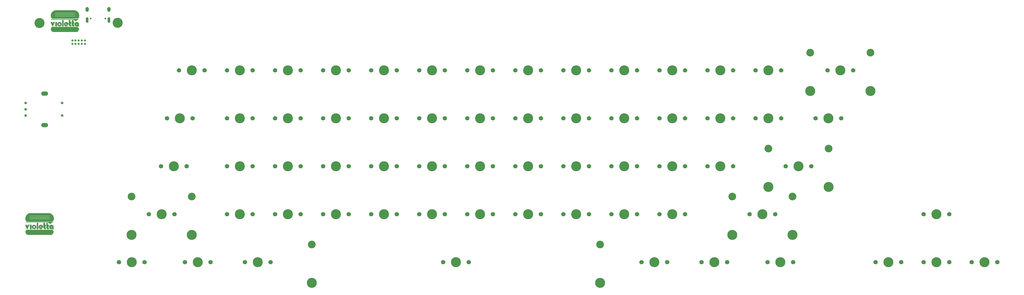
<source format=gbr>
G04 #@! TF.GenerationSoftware,KiCad,Pcbnew,(5.1.9)-1*
G04 #@! TF.CreationDate,2021-04-13T22:09:09-06:00*
G04 #@! TF.ProjectId,64,36342e6b-6963-4616-945f-706362585858,rev?*
G04 #@! TF.SameCoordinates,Original*
G04 #@! TF.FileFunction,Soldermask,Top*
G04 #@! TF.FilePolarity,Negative*
%FSLAX46Y46*%
G04 Gerber Fmt 4.6, Leading zero omitted, Abs format (unit mm)*
G04 Created by KiCad (PCBNEW (5.1.9)-1) date 2021-04-13 22:09:09*
%MOMM*%
%LPD*%
G01*
G04 APERTURE LIST*
%ADD10C,0.031465*%
%ADD11C,0.028587*%
%ADD12C,0.030681*%
%ADD13C,1.750000*%
%ADD14C,3.987800*%
%ADD15C,3.048000*%
%ADD16O,2.768600X1.651000*%
%ADD17C,1.016000*%
%ADD18C,0.800000*%
%ADD19O,1.100000X2.200000*%
%ADD20O,1.300000X1.900000*%
%ADD21C,0.650000*%
%ADD22C,4.000000*%
G04 APERTURE END LIST*
D10*
G04 #@! TO.C,svg2mod*
G36*
X107796131Y-232960318D02*
G01*
X104107481Y-232960318D01*
X104061032Y-232961217D01*
X104015931Y-232963689D01*
X104010192Y-232964111D01*
X104004347Y-232964588D01*
X103998264Y-232965122D01*
X103991808Y-232965712D01*
X103986351Y-232966197D01*
X103980588Y-232966750D01*
X103974520Y-232967368D01*
X103968146Y-232968047D01*
X103961466Y-232968784D01*
X103955667Y-232969451D01*
X103949657Y-232970177D01*
X103943439Y-232970956D01*
X103937015Y-232971786D01*
X103930388Y-232972661D01*
X103923558Y-232973578D01*
X103917541Y-232974465D01*
X103911353Y-232975396D01*
X103904972Y-232976380D01*
X103898373Y-232977423D01*
X103891532Y-232978535D01*
X103884427Y-232979723D01*
X103877034Y-232980995D01*
X103871701Y-232981937D01*
X103866220Y-232982922D01*
X103860591Y-232983952D01*
X103854815Y-232985029D01*
X103848893Y-232986155D01*
X103842825Y-232987333D01*
X103836611Y-232988565D01*
X103830252Y-232989853D01*
X103823748Y-232991200D01*
X103817100Y-232992607D01*
X103811450Y-232993827D01*
X103805700Y-232995088D01*
X103799851Y-232996392D01*
X103793903Y-232997741D01*
X103787856Y-232999135D01*
X103781711Y-233000577D01*
X103775467Y-233002067D01*
X103769125Y-233003607D01*
X103762685Y-233005197D01*
X103756148Y-233006840D01*
X103749513Y-233008537D01*
X103742781Y-233010288D01*
X103736951Y-233011850D01*
X103731046Y-233013456D01*
X103725062Y-233015108D01*
X103718993Y-233016807D01*
X103712835Y-233018558D01*
X103706582Y-233020361D01*
X103700228Y-233022219D01*
X103693769Y-233024134D01*
X103687199Y-233026109D01*
X103680513Y-233028146D01*
X103673706Y-233030247D01*
X103666773Y-233032415D01*
X103659708Y-233034651D01*
X103652506Y-233036959D01*
X103647110Y-233038706D01*
X103641639Y-233040496D01*
X103636095Y-233042328D01*
X103630476Y-233044203D01*
X103624784Y-233046123D01*
X103619019Y-233048087D01*
X103613180Y-233050096D01*
X103607268Y-233052152D01*
X103601284Y-233054254D01*
X103595228Y-233056404D01*
X103589099Y-233058602D01*
X103582899Y-233060850D01*
X103576627Y-233063147D01*
X103570284Y-233065494D01*
X103563869Y-233067893D01*
X103557384Y-233070343D01*
X103550829Y-233072847D01*
X103544203Y-233075403D01*
X103537507Y-233078014D01*
X103531668Y-233080323D01*
X103525779Y-233082673D01*
X103519844Y-233085064D01*
X103513864Y-233087494D01*
X103507844Y-233089962D01*
X103501786Y-233092469D01*
X103495693Y-233095013D01*
X103489569Y-233097593D01*
X103483416Y-233100210D01*
X103477237Y-233102861D01*
X103471036Y-233105546D01*
X103464815Y-233108265D01*
X103458578Y-233111016D01*
X103452328Y-233113799D01*
X103446067Y-233116614D01*
X103439799Y-233119459D01*
X103433526Y-233122333D01*
X103427252Y-233125237D01*
X103420980Y-233128168D01*
X103414713Y-233131127D01*
X103408454Y-233134113D01*
X103402205Y-233137124D01*
X103395969Y-233140160D01*
X103389747Y-233143219D01*
X103383540Y-233146300D01*
X103377352Y-233149400D01*
X103371185Y-233152518D01*
X103365041Y-233155652D01*
X103358922Y-233158800D01*
X103352831Y-233161959D01*
X103346771Y-233165129D01*
X103340744Y-233168308D01*
X103334751Y-233171492D01*
X103328797Y-233174682D01*
X103322882Y-233177874D01*
X103317010Y-233181067D01*
X103311183Y-233184259D01*
X103305402Y-233187449D01*
X103299672Y-233190633D01*
X103293994Y-233193812D01*
X103288370Y-233196982D01*
X103282803Y-233200141D01*
X103277295Y-233203289D01*
X103271849Y-233206423D01*
X103265623Y-233210031D01*
X103259483Y-233213616D01*
X103253430Y-233217178D01*
X103247462Y-233220715D01*
X103241579Y-233224227D01*
X103235780Y-233227714D01*
X103230064Y-233231174D01*
X103224432Y-233234607D01*
X103218882Y-233238013D01*
X103213414Y-233241390D01*
X103208027Y-233244738D01*
X103202721Y-233248057D01*
X103197495Y-233251345D01*
X103192349Y-233254602D01*
X103187281Y-233257828D01*
X103182292Y-233261022D01*
X103177380Y-233264182D01*
X103172546Y-233267310D01*
X103167788Y-233270402D01*
X103161871Y-233274255D01*
X103156072Y-233278055D01*
X103150384Y-233281806D01*
X103144797Y-233285514D01*
X103139305Y-233289185D01*
X103133900Y-233292821D01*
X103128573Y-233296430D01*
X103123317Y-233300015D01*
X103118125Y-233303581D01*
X103112987Y-233307134D01*
X103107896Y-233310679D01*
X103102846Y-233314219D01*
X103097826Y-233317761D01*
X103092830Y-233321309D01*
X103087851Y-233324868D01*
X103082528Y-233328680D01*
X103077218Y-233332509D01*
X103071921Y-233336354D01*
X103066638Y-233340215D01*
X103061366Y-233344092D01*
X103056107Y-233347985D01*
X103050860Y-233351894D01*
X103045624Y-233355819D01*
X103040399Y-233359761D01*
X103035185Y-233363718D01*
X103029982Y-233367691D01*
X103024789Y-233371681D01*
X103019605Y-233375686D01*
X103014431Y-233379707D01*
X103009283Y-233383730D01*
X103004143Y-233387770D01*
X102999014Y-233391828D01*
X102993895Y-233395903D01*
X102988786Y-233399994D01*
X102983688Y-233404101D01*
X102978602Y-233408223D01*
X102973527Y-233412360D01*
X102968463Y-233416512D01*
X102963412Y-233420677D01*
X102958373Y-233424856D01*
X102953347Y-233429048D01*
X102948334Y-233433253D01*
X102943334Y-233437469D01*
X102938678Y-233441432D01*
X102934026Y-233445413D01*
X102929371Y-233449418D01*
X102924706Y-233453454D01*
X102920027Y-233457528D01*
X102915325Y-233461644D01*
X102910594Y-233465810D01*
X102905829Y-233470032D01*
X102901023Y-233474316D01*
X102896169Y-233478668D01*
X102891262Y-233483095D01*
X102886294Y-233487603D01*
X102881259Y-233492198D01*
X102876151Y-233496886D01*
X102870964Y-233501674D01*
X102866809Y-233505528D01*
X102862601Y-233509450D01*
X102858340Y-233513441D01*
X102854028Y-233517500D01*
X102849664Y-233521628D01*
X102845249Y-233525825D01*
X102840783Y-233530093D01*
X102836268Y-233534431D01*
X102831704Y-233538840D01*
X102827090Y-233543320D01*
X102822429Y-233547872D01*
X102817719Y-233552496D01*
X102812963Y-233557194D01*
X102808159Y-233561964D01*
X102803310Y-233566808D01*
X102798414Y-233571726D01*
X102793474Y-233576719D01*
X102788489Y-233581787D01*
X102783460Y-233586930D01*
X102779282Y-233591236D01*
X102775075Y-233595596D01*
X102770840Y-233600009D01*
X102766577Y-233604476D01*
X102762286Y-233608997D01*
X102757968Y-233613572D01*
X102753623Y-233618202D01*
X102749253Y-233622888D01*
X102744857Y-233627629D01*
X102740437Y-233632426D01*
X102735992Y-233637280D01*
X102731524Y-233642190D01*
X102727033Y-233647158D01*
X102722519Y-233652183D01*
X102717983Y-233657266D01*
X102713426Y-233662407D01*
X102708848Y-233667607D01*
X102704250Y-233672865D01*
X102699632Y-233678183D01*
X102694994Y-233683561D01*
X102690338Y-233688999D01*
X102685664Y-233694497D01*
X102680972Y-233700056D01*
X102676808Y-233705032D01*
X102672633Y-233710053D01*
X102668449Y-233715116D01*
X102664258Y-233720217D01*
X102660062Y-233725355D01*
X102655865Y-233730527D01*
X102651667Y-233735730D01*
X102647471Y-233740961D01*
X102643280Y-233746217D01*
X102639095Y-233751497D01*
X102634918Y-233756796D01*
X102630753Y-233762113D01*
X102626601Y-233767444D01*
X102622464Y-233772788D01*
X102618344Y-233778140D01*
X102614245Y-233783499D01*
X102610167Y-233788863D01*
X102606113Y-233794227D01*
X102602085Y-233799589D01*
X102598086Y-233804948D01*
X102594118Y-233810299D01*
X102590183Y-233815641D01*
X102586282Y-233820970D01*
X102582419Y-233826284D01*
X102578596Y-233831580D01*
X102574814Y-233836855D01*
X102570601Y-233842781D01*
X102566443Y-233848673D01*
X102562340Y-233854531D01*
X102558294Y-233860353D01*
X102554303Y-233866138D01*
X102550369Y-233871884D01*
X102546491Y-233877590D01*
X102542669Y-233883254D01*
X102538904Y-233888874D01*
X102535196Y-233894450D01*
X102531546Y-233899980D01*
X102527952Y-233905462D01*
X102524416Y-233910895D01*
X102520937Y-233916277D01*
X102517517Y-233921607D01*
X102514154Y-233926883D01*
X102510849Y-233932104D01*
X102507603Y-233937269D01*
X102504416Y-233942376D01*
X102501287Y-233947423D01*
X102498217Y-233952409D01*
X102495206Y-233957333D01*
X102492255Y-233962193D01*
X102488102Y-233969063D01*
X102484070Y-233975796D01*
X102480157Y-233982390D01*
X102476361Y-233988844D01*
X102472681Y-233995157D01*
X102469115Y-234001328D01*
X102465660Y-234007356D01*
X102462316Y-234013240D01*
X102459079Y-234018979D01*
X102455948Y-234024573D01*
X102452922Y-234030020D01*
X102449997Y-234035318D01*
X102447174Y-234040468D01*
X102444449Y-234045469D01*
X102441821Y-234050318D01*
X102439288Y-234055016D01*
X102435769Y-234061600D01*
X102432433Y-234067887D01*
X102429264Y-234073908D01*
X102426243Y-234079692D01*
X102423354Y-234085269D01*
X102420580Y-234090669D01*
X102417903Y-234095923D01*
X102415305Y-234101060D01*
X102412771Y-234106111D01*
X102410283Y-234111106D01*
X102407822Y-234116074D01*
X102405129Y-234121562D01*
X102402440Y-234127070D01*
X102399749Y-234132611D01*
X102397053Y-234138199D01*
X102394346Y-234143850D01*
X102391624Y-234149576D01*
X102388881Y-234155394D01*
X102386112Y-234161317D01*
X102383312Y-234167359D01*
X102380477Y-234173536D01*
X102377885Y-234179294D01*
X102375262Y-234185162D01*
X102372614Y-234191130D01*
X102369947Y-234197188D01*
X102367267Y-234203328D01*
X102364581Y-234209538D01*
X102361894Y-234215812D01*
X102359212Y-234222137D01*
X102356541Y-234228506D01*
X102353889Y-234234909D01*
X102351259Y-234241336D01*
X102348641Y-234247774D01*
X102346058Y-234254209D01*
X102343513Y-234260631D01*
X102341009Y-234267029D01*
X102338548Y-234273392D01*
X102336132Y-234279710D01*
X102333763Y-234285973D01*
X102331445Y-234292170D01*
X102329179Y-234298290D01*
X102326968Y-234304324D01*
X102324813Y-234310261D01*
X102322515Y-234316666D01*
X102320291Y-234322948D01*
X102318133Y-234329119D01*
X102316034Y-234335196D01*
X102313988Y-234341192D01*
X102311986Y-234347124D01*
X102310023Y-234353005D01*
X102308089Y-234358850D01*
X102306180Y-234364675D01*
X102304286Y-234370495D01*
X102302427Y-234376320D01*
X102300578Y-234382165D01*
X102298736Y-234388045D01*
X102296898Y-234393973D01*
X102295062Y-234399965D01*
X102293223Y-234406036D01*
X102291378Y-234412200D01*
X102289525Y-234418473D01*
X102287661Y-234424869D01*
X102285781Y-234431403D01*
X102284203Y-234436962D01*
X102282617Y-234442628D01*
X102281024Y-234448402D01*
X102279424Y-234454283D01*
X102277820Y-234460272D01*
X102276211Y-234466370D01*
X102274598Y-234472578D01*
X102272984Y-234478895D01*
X102271369Y-234485322D01*
X102269754Y-234491861D01*
X102268140Y-234498510D01*
X102266527Y-234505272D01*
X102265150Y-234511140D01*
X102263781Y-234517088D01*
X102262422Y-234523109D01*
X102261072Y-234529198D01*
X102259734Y-234535347D01*
X102258409Y-234541552D01*
X102257097Y-234547806D01*
X102255800Y-234554104D01*
X102254520Y-234560439D01*
X102253256Y-234566807D01*
X102252011Y-234573200D01*
X102250786Y-234579613D01*
X102249581Y-234586040D01*
X102248397Y-234592476D01*
X102247239Y-234598915D01*
X102246109Y-234605353D01*
X102245008Y-234611784D01*
X102243935Y-234618203D01*
X102242892Y-234624605D01*
X102241879Y-234630983D01*
X102240896Y-234637333D01*
X102239944Y-234643648D01*
X102239024Y-234649923D01*
X102238136Y-234656153D01*
X102237280Y-234662331D01*
X102236457Y-234668453D01*
X102235668Y-234674512D01*
X102234912Y-234680504D01*
X102234055Y-234687400D01*
X102233244Y-234694189D01*
X102232477Y-234700867D01*
X102231754Y-234707427D01*
X102231074Y-234713867D01*
X102230436Y-234720182D01*
X102229838Y-234726368D01*
X102229279Y-234732419D01*
X102228759Y-234738332D01*
X102228277Y-234744103D01*
X102227831Y-234749726D01*
X102227420Y-234755197D01*
X102226840Y-234763109D01*
X102226331Y-234770664D01*
X102225886Y-234777862D01*
X102225501Y-234784705D01*
X102225168Y-234791193D01*
X102224881Y-234797328D01*
X102224635Y-234803109D01*
X102224423Y-234808539D01*
X102224143Y-234816506D01*
X102223924Y-234823674D01*
X102223755Y-234830163D01*
X102223625Y-234836091D01*
X102223524Y-234841577D01*
X102223425Y-234848045D01*
X102223346Y-234854154D01*
X102223282Y-234860025D01*
X102223226Y-234865776D01*
X102223226Y-235473358D01*
X102223371Y-235480140D01*
X102223596Y-235486908D01*
X102223898Y-235493660D01*
X102224279Y-235500398D01*
X102224737Y-235507121D01*
X102225272Y-235513828D01*
X102225882Y-235520520D01*
X102226568Y-235527195D01*
X102227328Y-235533854D01*
X102228163Y-235540496D01*
X102229071Y-235547120D01*
X102230052Y-235553728D01*
X102231105Y-235560317D01*
X102232230Y-235566889D01*
X102233425Y-235573441D01*
X102234691Y-235579976D01*
X102236027Y-235586491D01*
X102237432Y-235592986D01*
X102238905Y-235599462D01*
X102240446Y-235605918D01*
X102242055Y-235612353D01*
X102243729Y-235618768D01*
X102245470Y-235625161D01*
X102247277Y-235631534D01*
X102249148Y-235637884D01*
X102251083Y-235644212D01*
X102253081Y-235650519D01*
X102255143Y-235656802D01*
X102257266Y-235663062D01*
X102259451Y-235669300D01*
X102261698Y-235675513D01*
X102264004Y-235681702D01*
X102266370Y-235687868D01*
X102268796Y-235694008D01*
X102271280Y-235700124D01*
X102273821Y-235706214D01*
X102276420Y-235712279D01*
X102279076Y-235718317D01*
X102281787Y-235724330D01*
X102284554Y-235730316D01*
X102287376Y-235736275D01*
X102290251Y-235742206D01*
X102293181Y-235748111D01*
X102296163Y-235753987D01*
X102299197Y-235759835D01*
X102302283Y-235765654D01*
X102305420Y-235771445D01*
X102308607Y-235777207D01*
X102311844Y-235782939D01*
X102315130Y-235788641D01*
X102318465Y-235794313D01*
X102321848Y-235799954D01*
X102325277Y-235805565D01*
X102328754Y-235811145D01*
X102332276Y-235816693D01*
X102335844Y-235822209D01*
X102339456Y-235827693D01*
X102343113Y-235833145D01*
X102346813Y-235838564D01*
X102350556Y-235843950D01*
X102354341Y-235849302D01*
X102358168Y-235854621D01*
X102362036Y-235859906D01*
X102365944Y-235865156D01*
X102369892Y-235870372D01*
X102373879Y-235875552D01*
X102377905Y-235880697D01*
X102381968Y-235885807D01*
X102386069Y-235890880D01*
X102390207Y-235895917D01*
X102394380Y-235900918D01*
X102398589Y-235905881D01*
X102402832Y-235910808D01*
X102407110Y-235915696D01*
X102411421Y-235920547D01*
X102415765Y-235925359D01*
X102420142Y-235930132D01*
X102424550Y-235934867D01*
X102428989Y-235939563D01*
X102433458Y-235944218D01*
X102437957Y-235948834D01*
X102442486Y-235953410D01*
X102447043Y-235957945D01*
X102451627Y-235962439D01*
X102456239Y-235966892D01*
X102460878Y-235971304D01*
X102465543Y-235975673D01*
X102470233Y-235980001D01*
X102474947Y-235984285D01*
X102479686Y-235988527D01*
X102484449Y-235992726D01*
X102489234Y-235996882D01*
X102494042Y-236000993D01*
X102498871Y-236005060D01*
X102503722Y-236009083D01*
X102508593Y-236013061D01*
X102513483Y-236016994D01*
X102518393Y-236020882D01*
X102523321Y-236024723D01*
X102528267Y-236028519D01*
X102533231Y-236032268D01*
X102538211Y-236035971D01*
X102543207Y-236039626D01*
X102548218Y-236043234D01*
X102553245Y-236046794D01*
X102558285Y-236050307D01*
X102563339Y-236053770D01*
X102568406Y-236057186D01*
X102573485Y-236060552D01*
X102578576Y-236063868D01*
X102583678Y-236067135D01*
X102588791Y-236070352D01*
X102593913Y-236073519D01*
X102599044Y-236076635D01*
X102604184Y-236079700D01*
X102609332Y-236082714D01*
X102614487Y-236085676D01*
X102619648Y-236088587D01*
X102624816Y-236091445D01*
X102629989Y-236094250D01*
X102635167Y-236097002D01*
X102640350Y-236099701D01*
X102645535Y-236102347D01*
X102650724Y-236104939D01*
X102655915Y-236107476D01*
X102661108Y-236109959D01*
X102666301Y-236112387D01*
X102671495Y-236114760D01*
X102676689Y-236117077D01*
X102681882Y-236119338D01*
X102687074Y-236121544D01*
X102692264Y-236123692D01*
X102697451Y-236125784D01*
X102702634Y-236127819D01*
X102707814Y-236129796D01*
X102712989Y-236131715D01*
X102718159Y-236133577D01*
X102723323Y-236135380D01*
X102728481Y-236137124D01*
X102733631Y-236138809D01*
X102738774Y-236140434D01*
X102743909Y-236142000D01*
X102749034Y-236143505D01*
X102754150Y-236144951D01*
X102759256Y-236146335D01*
X102764351Y-236147659D01*
X102769435Y-236148921D01*
X102774507Y-236150121D01*
X102779566Y-236151259D01*
X102784611Y-236152335D01*
X102789643Y-236153348D01*
X102794660Y-236154299D01*
X102799662Y-236155186D01*
X102804648Y-236156009D01*
X102809618Y-236156768D01*
X102814571Y-236157463D01*
X102819506Y-236158093D01*
X102824423Y-236158659D01*
X102829321Y-236159159D01*
X102834199Y-236159593D01*
X102839057Y-236159961D01*
X102843894Y-236160264D01*
X102848710Y-236160499D01*
X102853504Y-236160668D01*
X102858275Y-236160769D01*
X102863023Y-236160803D01*
X107796131Y-236160803D01*
X107796131Y-235291084D01*
X103859054Y-235291084D01*
X103852883Y-235290867D01*
X103846828Y-235290226D01*
X103840905Y-235289177D01*
X103835127Y-235287732D01*
X103829511Y-235285907D01*
X103824069Y-235283717D01*
X103818818Y-235281176D01*
X103813771Y-235278299D01*
X103808943Y-235275099D01*
X103804350Y-235271593D01*
X103800005Y-235267794D01*
X103795923Y-235263718D01*
X103792120Y-235259378D01*
X103788609Y-235254789D01*
X103785405Y-235249966D01*
X103782523Y-235244923D01*
X103779978Y-235239676D01*
X103777785Y-235234238D01*
X103775957Y-235228624D01*
X103774510Y-235222850D01*
X103773458Y-235216928D01*
X103772816Y-235210875D01*
X103772599Y-235204704D01*
X103772816Y-235198533D01*
X103773458Y-235192478D01*
X103774510Y-235186555D01*
X103775957Y-235180777D01*
X103777785Y-235175161D01*
X103779978Y-235169719D01*
X103782523Y-235164468D01*
X103785405Y-235159421D01*
X103788609Y-235154593D01*
X103792120Y-235150000D01*
X103795923Y-235145655D01*
X103800005Y-235141573D01*
X103804350Y-235137770D01*
X103808943Y-235134259D01*
X103813771Y-235131055D01*
X103818818Y-235128173D01*
X103824069Y-235125628D01*
X103829511Y-235123435D01*
X103835127Y-235121607D01*
X103840905Y-235120160D01*
X103846828Y-235119108D01*
X103852883Y-235118466D01*
X103859054Y-235118249D01*
X107796131Y-235118249D01*
X107796131Y-234717664D01*
X103859054Y-234717664D01*
X103852883Y-234717446D01*
X103846828Y-234716804D01*
X103840905Y-234715753D01*
X103835127Y-234714305D01*
X103829511Y-234712478D01*
X103824069Y-234710284D01*
X103818818Y-234707739D01*
X103813771Y-234704857D01*
X103808943Y-234701654D01*
X103804350Y-234698143D01*
X103800005Y-234694339D01*
X103795923Y-234690257D01*
X103792120Y-234685912D01*
X103788609Y-234681319D01*
X103785405Y-234676491D01*
X103782523Y-234671445D01*
X103779978Y-234666193D01*
X103777785Y-234660752D01*
X103775957Y-234655135D01*
X103774510Y-234649358D01*
X103773458Y-234643434D01*
X103772816Y-234637380D01*
X103772599Y-234631208D01*
X103772816Y-234625047D01*
X103773458Y-234619000D01*
X103774510Y-234613085D01*
X103775957Y-234607315D01*
X103777785Y-234601704D01*
X103779978Y-234596268D01*
X103782523Y-234591022D01*
X103785405Y-234585980D01*
X103788609Y-234581156D01*
X103792120Y-234576566D01*
X103795923Y-234572224D01*
X103800005Y-234568145D01*
X103804350Y-234564343D01*
X103808943Y-234560834D01*
X103813771Y-234557631D01*
X103818818Y-234554751D01*
X103824069Y-234552207D01*
X103829511Y-234550013D01*
X103835127Y-234548186D01*
X103840905Y-234546739D01*
X103846828Y-234545687D01*
X103852883Y-234545045D01*
X103859054Y-234544828D01*
X107796131Y-234544828D01*
X107796131Y-234144168D01*
X103859054Y-234144168D01*
X103852883Y-234143951D01*
X103846828Y-234143309D01*
X103840905Y-234142258D01*
X103835127Y-234140811D01*
X103829511Y-234138983D01*
X103824069Y-234136790D01*
X103818818Y-234134246D01*
X103813771Y-234131365D01*
X103808943Y-234128163D01*
X103804350Y-234124653D01*
X103800005Y-234120852D01*
X103795923Y-234116773D01*
X103792120Y-234112431D01*
X103788609Y-234107841D01*
X103785405Y-234103017D01*
X103782523Y-234097975D01*
X103779978Y-234092728D01*
X103777785Y-234087292D01*
X103775957Y-234081682D01*
X103774510Y-234075912D01*
X103773458Y-234069996D01*
X103772816Y-234063950D01*
X103772599Y-234057788D01*
X103772816Y-234051617D01*
X103773458Y-234045562D01*
X103774510Y-234039639D01*
X103775957Y-234033862D01*
X103777785Y-234028245D01*
X103779978Y-234022803D01*
X103782523Y-234017552D01*
X103785405Y-234012505D01*
X103788609Y-234007678D01*
X103792120Y-234003084D01*
X103795923Y-233998739D01*
X103800005Y-233994658D01*
X103804350Y-233990854D01*
X103808943Y-233987343D01*
X103813771Y-233984139D01*
X103818818Y-233981258D01*
X103824069Y-233978713D01*
X103829511Y-233976519D01*
X103835127Y-233974691D01*
X103840905Y-233973244D01*
X103846828Y-233972192D01*
X103852883Y-233971550D01*
X103859054Y-233971333D01*
X107796131Y-233971333D01*
X107796131Y-232960318D01*
G37*
X107796131Y-232960318D02*
X104107481Y-232960318D01*
X104061032Y-232961217D01*
X104015931Y-232963689D01*
X104010192Y-232964111D01*
X104004347Y-232964588D01*
X103998264Y-232965122D01*
X103991808Y-232965712D01*
X103986351Y-232966197D01*
X103980588Y-232966750D01*
X103974520Y-232967368D01*
X103968146Y-232968047D01*
X103961466Y-232968784D01*
X103955667Y-232969451D01*
X103949657Y-232970177D01*
X103943439Y-232970956D01*
X103937015Y-232971786D01*
X103930388Y-232972661D01*
X103923558Y-232973578D01*
X103917541Y-232974465D01*
X103911353Y-232975396D01*
X103904972Y-232976380D01*
X103898373Y-232977423D01*
X103891532Y-232978535D01*
X103884427Y-232979723D01*
X103877034Y-232980995D01*
X103871701Y-232981937D01*
X103866220Y-232982922D01*
X103860591Y-232983952D01*
X103854815Y-232985029D01*
X103848893Y-232986155D01*
X103842825Y-232987333D01*
X103836611Y-232988565D01*
X103830252Y-232989853D01*
X103823748Y-232991200D01*
X103817100Y-232992607D01*
X103811450Y-232993827D01*
X103805700Y-232995088D01*
X103799851Y-232996392D01*
X103793903Y-232997741D01*
X103787856Y-232999135D01*
X103781711Y-233000577D01*
X103775467Y-233002067D01*
X103769125Y-233003607D01*
X103762685Y-233005197D01*
X103756148Y-233006840D01*
X103749513Y-233008537D01*
X103742781Y-233010288D01*
X103736951Y-233011850D01*
X103731046Y-233013456D01*
X103725062Y-233015108D01*
X103718993Y-233016807D01*
X103712835Y-233018558D01*
X103706582Y-233020361D01*
X103700228Y-233022219D01*
X103693769Y-233024134D01*
X103687199Y-233026109D01*
X103680513Y-233028146D01*
X103673706Y-233030247D01*
X103666773Y-233032415D01*
X103659708Y-233034651D01*
X103652506Y-233036959D01*
X103647110Y-233038706D01*
X103641639Y-233040496D01*
X103636095Y-233042328D01*
X103630476Y-233044203D01*
X103624784Y-233046123D01*
X103619019Y-233048087D01*
X103613180Y-233050096D01*
X103607268Y-233052152D01*
X103601284Y-233054254D01*
X103595228Y-233056404D01*
X103589099Y-233058602D01*
X103582899Y-233060850D01*
X103576627Y-233063147D01*
X103570284Y-233065494D01*
X103563869Y-233067893D01*
X103557384Y-233070343D01*
X103550829Y-233072847D01*
X103544203Y-233075403D01*
X103537507Y-233078014D01*
X103531668Y-233080323D01*
X103525779Y-233082673D01*
X103519844Y-233085064D01*
X103513864Y-233087494D01*
X103507844Y-233089962D01*
X103501786Y-233092469D01*
X103495693Y-233095013D01*
X103489569Y-233097593D01*
X103483416Y-233100210D01*
X103477237Y-233102861D01*
X103471036Y-233105546D01*
X103464815Y-233108265D01*
X103458578Y-233111016D01*
X103452328Y-233113799D01*
X103446067Y-233116614D01*
X103439799Y-233119459D01*
X103433526Y-233122333D01*
X103427252Y-233125237D01*
X103420980Y-233128168D01*
X103414713Y-233131127D01*
X103408454Y-233134113D01*
X103402205Y-233137124D01*
X103395969Y-233140160D01*
X103389747Y-233143219D01*
X103383540Y-233146300D01*
X103377352Y-233149400D01*
X103371185Y-233152518D01*
X103365041Y-233155652D01*
X103358922Y-233158800D01*
X103352831Y-233161959D01*
X103346771Y-233165129D01*
X103340744Y-233168308D01*
X103334751Y-233171492D01*
X103328797Y-233174682D01*
X103322882Y-233177874D01*
X103317010Y-233181067D01*
X103311183Y-233184259D01*
X103305402Y-233187449D01*
X103299672Y-233190633D01*
X103293994Y-233193812D01*
X103288370Y-233196982D01*
X103282803Y-233200141D01*
X103277295Y-233203289D01*
X103271849Y-233206423D01*
X103265623Y-233210031D01*
X103259483Y-233213616D01*
X103253430Y-233217178D01*
X103247462Y-233220715D01*
X103241579Y-233224227D01*
X103235780Y-233227714D01*
X103230064Y-233231174D01*
X103224432Y-233234607D01*
X103218882Y-233238013D01*
X103213414Y-233241390D01*
X103208027Y-233244738D01*
X103202721Y-233248057D01*
X103197495Y-233251345D01*
X103192349Y-233254602D01*
X103187281Y-233257828D01*
X103182292Y-233261022D01*
X103177380Y-233264182D01*
X103172546Y-233267310D01*
X103167788Y-233270402D01*
X103161871Y-233274255D01*
X103156072Y-233278055D01*
X103150384Y-233281806D01*
X103144797Y-233285514D01*
X103139305Y-233289185D01*
X103133900Y-233292821D01*
X103128573Y-233296430D01*
X103123317Y-233300015D01*
X103118125Y-233303581D01*
X103112987Y-233307134D01*
X103107896Y-233310679D01*
X103102846Y-233314219D01*
X103097826Y-233317761D01*
X103092830Y-233321309D01*
X103087851Y-233324868D01*
X103082528Y-233328680D01*
X103077218Y-233332509D01*
X103071921Y-233336354D01*
X103066638Y-233340215D01*
X103061366Y-233344092D01*
X103056107Y-233347985D01*
X103050860Y-233351894D01*
X103045624Y-233355819D01*
X103040399Y-233359761D01*
X103035185Y-233363718D01*
X103029982Y-233367691D01*
X103024789Y-233371681D01*
X103019605Y-233375686D01*
X103014431Y-233379707D01*
X103009283Y-233383730D01*
X103004143Y-233387770D01*
X102999014Y-233391828D01*
X102993895Y-233395903D01*
X102988786Y-233399994D01*
X102983688Y-233404101D01*
X102978602Y-233408223D01*
X102973527Y-233412360D01*
X102968463Y-233416512D01*
X102963412Y-233420677D01*
X102958373Y-233424856D01*
X102953347Y-233429048D01*
X102948334Y-233433253D01*
X102943334Y-233437469D01*
X102938678Y-233441432D01*
X102934026Y-233445413D01*
X102929371Y-233449418D01*
X102924706Y-233453454D01*
X102920027Y-233457528D01*
X102915325Y-233461644D01*
X102910594Y-233465810D01*
X102905829Y-233470032D01*
X102901023Y-233474316D01*
X102896169Y-233478668D01*
X102891262Y-233483095D01*
X102886294Y-233487603D01*
X102881259Y-233492198D01*
X102876151Y-233496886D01*
X102870964Y-233501674D01*
X102866809Y-233505528D01*
X102862601Y-233509450D01*
X102858340Y-233513441D01*
X102854028Y-233517500D01*
X102849664Y-233521628D01*
X102845249Y-233525825D01*
X102840783Y-233530093D01*
X102836268Y-233534431D01*
X102831704Y-233538840D01*
X102827090Y-233543320D01*
X102822429Y-233547872D01*
X102817719Y-233552496D01*
X102812963Y-233557194D01*
X102808159Y-233561964D01*
X102803310Y-233566808D01*
X102798414Y-233571726D01*
X102793474Y-233576719D01*
X102788489Y-233581787D01*
X102783460Y-233586930D01*
X102779282Y-233591236D01*
X102775075Y-233595596D01*
X102770840Y-233600009D01*
X102766577Y-233604476D01*
X102762286Y-233608997D01*
X102757968Y-233613572D01*
X102753623Y-233618202D01*
X102749253Y-233622888D01*
X102744857Y-233627629D01*
X102740437Y-233632426D01*
X102735992Y-233637280D01*
X102731524Y-233642190D01*
X102727033Y-233647158D01*
X102722519Y-233652183D01*
X102717983Y-233657266D01*
X102713426Y-233662407D01*
X102708848Y-233667607D01*
X102704250Y-233672865D01*
X102699632Y-233678183D01*
X102694994Y-233683561D01*
X102690338Y-233688999D01*
X102685664Y-233694497D01*
X102680972Y-233700056D01*
X102676808Y-233705032D01*
X102672633Y-233710053D01*
X102668449Y-233715116D01*
X102664258Y-233720217D01*
X102660062Y-233725355D01*
X102655865Y-233730527D01*
X102651667Y-233735730D01*
X102647471Y-233740961D01*
X102643280Y-233746217D01*
X102639095Y-233751497D01*
X102634918Y-233756796D01*
X102630753Y-233762113D01*
X102626601Y-233767444D01*
X102622464Y-233772788D01*
X102618344Y-233778140D01*
X102614245Y-233783499D01*
X102610167Y-233788863D01*
X102606113Y-233794227D01*
X102602085Y-233799589D01*
X102598086Y-233804948D01*
X102594118Y-233810299D01*
X102590183Y-233815641D01*
X102586282Y-233820970D01*
X102582419Y-233826284D01*
X102578596Y-233831580D01*
X102574814Y-233836855D01*
X102570601Y-233842781D01*
X102566443Y-233848673D01*
X102562340Y-233854531D01*
X102558294Y-233860353D01*
X102554303Y-233866138D01*
X102550369Y-233871884D01*
X102546491Y-233877590D01*
X102542669Y-233883254D01*
X102538904Y-233888874D01*
X102535196Y-233894450D01*
X102531546Y-233899980D01*
X102527952Y-233905462D01*
X102524416Y-233910895D01*
X102520937Y-233916277D01*
X102517517Y-233921607D01*
X102514154Y-233926883D01*
X102510849Y-233932104D01*
X102507603Y-233937269D01*
X102504416Y-233942376D01*
X102501287Y-233947423D01*
X102498217Y-233952409D01*
X102495206Y-233957333D01*
X102492255Y-233962193D01*
X102488102Y-233969063D01*
X102484070Y-233975796D01*
X102480157Y-233982390D01*
X102476361Y-233988844D01*
X102472681Y-233995157D01*
X102469115Y-234001328D01*
X102465660Y-234007356D01*
X102462316Y-234013240D01*
X102459079Y-234018979D01*
X102455948Y-234024573D01*
X102452922Y-234030020D01*
X102449997Y-234035318D01*
X102447174Y-234040468D01*
X102444449Y-234045469D01*
X102441821Y-234050318D01*
X102439288Y-234055016D01*
X102435769Y-234061600D01*
X102432433Y-234067887D01*
X102429264Y-234073908D01*
X102426243Y-234079692D01*
X102423354Y-234085269D01*
X102420580Y-234090669D01*
X102417903Y-234095923D01*
X102415305Y-234101060D01*
X102412771Y-234106111D01*
X102410283Y-234111106D01*
X102407822Y-234116074D01*
X102405129Y-234121562D01*
X102402440Y-234127070D01*
X102399749Y-234132611D01*
X102397053Y-234138199D01*
X102394346Y-234143850D01*
X102391624Y-234149576D01*
X102388881Y-234155394D01*
X102386112Y-234161317D01*
X102383312Y-234167359D01*
X102380477Y-234173536D01*
X102377885Y-234179294D01*
X102375262Y-234185162D01*
X102372614Y-234191130D01*
X102369947Y-234197188D01*
X102367267Y-234203328D01*
X102364581Y-234209538D01*
X102361894Y-234215812D01*
X102359212Y-234222137D01*
X102356541Y-234228506D01*
X102353889Y-234234909D01*
X102351259Y-234241336D01*
X102348641Y-234247774D01*
X102346058Y-234254209D01*
X102343513Y-234260631D01*
X102341009Y-234267029D01*
X102338548Y-234273392D01*
X102336132Y-234279710D01*
X102333763Y-234285973D01*
X102331445Y-234292170D01*
X102329179Y-234298290D01*
X102326968Y-234304324D01*
X102324813Y-234310261D01*
X102322515Y-234316666D01*
X102320291Y-234322948D01*
X102318133Y-234329119D01*
X102316034Y-234335196D01*
X102313988Y-234341192D01*
X102311986Y-234347124D01*
X102310023Y-234353005D01*
X102308089Y-234358850D01*
X102306180Y-234364675D01*
X102304286Y-234370495D01*
X102302427Y-234376320D01*
X102300578Y-234382165D01*
X102298736Y-234388045D01*
X102296898Y-234393973D01*
X102295062Y-234399965D01*
X102293223Y-234406036D01*
X102291378Y-234412200D01*
X102289525Y-234418473D01*
X102287661Y-234424869D01*
X102285781Y-234431403D01*
X102284203Y-234436962D01*
X102282617Y-234442628D01*
X102281024Y-234448402D01*
X102279424Y-234454283D01*
X102277820Y-234460272D01*
X102276211Y-234466370D01*
X102274598Y-234472578D01*
X102272984Y-234478895D01*
X102271369Y-234485322D01*
X102269754Y-234491861D01*
X102268140Y-234498510D01*
X102266527Y-234505272D01*
X102265150Y-234511140D01*
X102263781Y-234517088D01*
X102262422Y-234523109D01*
X102261072Y-234529198D01*
X102259734Y-234535347D01*
X102258409Y-234541552D01*
X102257097Y-234547806D01*
X102255800Y-234554104D01*
X102254520Y-234560439D01*
X102253256Y-234566807D01*
X102252011Y-234573200D01*
X102250786Y-234579613D01*
X102249581Y-234586040D01*
X102248397Y-234592476D01*
X102247239Y-234598915D01*
X102246109Y-234605353D01*
X102245008Y-234611784D01*
X102243935Y-234618203D01*
X102242892Y-234624605D01*
X102241879Y-234630983D01*
X102240896Y-234637333D01*
X102239944Y-234643648D01*
X102239024Y-234649923D01*
X102238136Y-234656153D01*
X102237280Y-234662331D01*
X102236457Y-234668453D01*
X102235668Y-234674512D01*
X102234912Y-234680504D01*
X102234055Y-234687400D01*
X102233244Y-234694189D01*
X102232477Y-234700867D01*
X102231754Y-234707427D01*
X102231074Y-234713867D01*
X102230436Y-234720182D01*
X102229838Y-234726368D01*
X102229279Y-234732419D01*
X102228759Y-234738332D01*
X102228277Y-234744103D01*
X102227831Y-234749726D01*
X102227420Y-234755197D01*
X102226840Y-234763109D01*
X102226331Y-234770664D01*
X102225886Y-234777862D01*
X102225501Y-234784705D01*
X102225168Y-234791193D01*
X102224881Y-234797328D01*
X102224635Y-234803109D01*
X102224423Y-234808539D01*
X102224143Y-234816506D01*
X102223924Y-234823674D01*
X102223755Y-234830163D01*
X102223625Y-234836091D01*
X102223524Y-234841577D01*
X102223425Y-234848045D01*
X102223346Y-234854154D01*
X102223282Y-234860025D01*
X102223226Y-234865776D01*
X102223226Y-235473358D01*
X102223371Y-235480140D01*
X102223596Y-235486908D01*
X102223898Y-235493660D01*
X102224279Y-235500398D01*
X102224737Y-235507121D01*
X102225272Y-235513828D01*
X102225882Y-235520520D01*
X102226568Y-235527195D01*
X102227328Y-235533854D01*
X102228163Y-235540496D01*
X102229071Y-235547120D01*
X102230052Y-235553728D01*
X102231105Y-235560317D01*
X102232230Y-235566889D01*
X102233425Y-235573441D01*
X102234691Y-235579976D01*
X102236027Y-235586491D01*
X102237432Y-235592986D01*
X102238905Y-235599462D01*
X102240446Y-235605918D01*
X102242055Y-235612353D01*
X102243729Y-235618768D01*
X102245470Y-235625161D01*
X102247277Y-235631534D01*
X102249148Y-235637884D01*
X102251083Y-235644212D01*
X102253081Y-235650519D01*
X102255143Y-235656802D01*
X102257266Y-235663062D01*
X102259451Y-235669300D01*
X102261698Y-235675513D01*
X102264004Y-235681702D01*
X102266370Y-235687868D01*
X102268796Y-235694008D01*
X102271280Y-235700124D01*
X102273821Y-235706214D01*
X102276420Y-235712279D01*
X102279076Y-235718317D01*
X102281787Y-235724330D01*
X102284554Y-235730316D01*
X102287376Y-235736275D01*
X102290251Y-235742206D01*
X102293181Y-235748111D01*
X102296163Y-235753987D01*
X102299197Y-235759835D01*
X102302283Y-235765654D01*
X102305420Y-235771445D01*
X102308607Y-235777207D01*
X102311844Y-235782939D01*
X102315130Y-235788641D01*
X102318465Y-235794313D01*
X102321848Y-235799954D01*
X102325277Y-235805565D01*
X102328754Y-235811145D01*
X102332276Y-235816693D01*
X102335844Y-235822209D01*
X102339456Y-235827693D01*
X102343113Y-235833145D01*
X102346813Y-235838564D01*
X102350556Y-235843950D01*
X102354341Y-235849302D01*
X102358168Y-235854621D01*
X102362036Y-235859906D01*
X102365944Y-235865156D01*
X102369892Y-235870372D01*
X102373879Y-235875552D01*
X102377905Y-235880697D01*
X102381968Y-235885807D01*
X102386069Y-235890880D01*
X102390207Y-235895917D01*
X102394380Y-235900918D01*
X102398589Y-235905881D01*
X102402832Y-235910808D01*
X102407110Y-235915696D01*
X102411421Y-235920547D01*
X102415765Y-235925359D01*
X102420142Y-235930132D01*
X102424550Y-235934867D01*
X102428989Y-235939563D01*
X102433458Y-235944218D01*
X102437957Y-235948834D01*
X102442486Y-235953410D01*
X102447043Y-235957945D01*
X102451627Y-235962439D01*
X102456239Y-235966892D01*
X102460878Y-235971304D01*
X102465543Y-235975673D01*
X102470233Y-235980001D01*
X102474947Y-235984285D01*
X102479686Y-235988527D01*
X102484449Y-235992726D01*
X102489234Y-235996882D01*
X102494042Y-236000993D01*
X102498871Y-236005060D01*
X102503722Y-236009083D01*
X102508593Y-236013061D01*
X102513483Y-236016994D01*
X102518393Y-236020882D01*
X102523321Y-236024723D01*
X102528267Y-236028519D01*
X102533231Y-236032268D01*
X102538211Y-236035971D01*
X102543207Y-236039626D01*
X102548218Y-236043234D01*
X102553245Y-236046794D01*
X102558285Y-236050307D01*
X102563339Y-236053770D01*
X102568406Y-236057186D01*
X102573485Y-236060552D01*
X102578576Y-236063868D01*
X102583678Y-236067135D01*
X102588791Y-236070352D01*
X102593913Y-236073519D01*
X102599044Y-236076635D01*
X102604184Y-236079700D01*
X102609332Y-236082714D01*
X102614487Y-236085676D01*
X102619648Y-236088587D01*
X102624816Y-236091445D01*
X102629989Y-236094250D01*
X102635167Y-236097002D01*
X102640350Y-236099701D01*
X102645535Y-236102347D01*
X102650724Y-236104939D01*
X102655915Y-236107476D01*
X102661108Y-236109959D01*
X102666301Y-236112387D01*
X102671495Y-236114760D01*
X102676689Y-236117077D01*
X102681882Y-236119338D01*
X102687074Y-236121544D01*
X102692264Y-236123692D01*
X102697451Y-236125784D01*
X102702634Y-236127819D01*
X102707814Y-236129796D01*
X102712989Y-236131715D01*
X102718159Y-236133577D01*
X102723323Y-236135380D01*
X102728481Y-236137124D01*
X102733631Y-236138809D01*
X102738774Y-236140434D01*
X102743909Y-236142000D01*
X102749034Y-236143505D01*
X102754150Y-236144951D01*
X102759256Y-236146335D01*
X102764351Y-236147659D01*
X102769435Y-236148921D01*
X102774507Y-236150121D01*
X102779566Y-236151259D01*
X102784611Y-236152335D01*
X102789643Y-236153348D01*
X102794660Y-236154299D01*
X102799662Y-236155186D01*
X102804648Y-236156009D01*
X102809618Y-236156768D01*
X102814571Y-236157463D01*
X102819506Y-236158093D01*
X102824423Y-236158659D01*
X102829321Y-236159159D01*
X102834199Y-236159593D01*
X102839057Y-236159961D01*
X102843894Y-236160264D01*
X102848710Y-236160499D01*
X102853504Y-236160668D01*
X102858275Y-236160769D01*
X102863023Y-236160803D01*
X107796131Y-236160803D01*
X107796131Y-235291084D01*
X103859054Y-235291084D01*
X103852883Y-235290867D01*
X103846828Y-235290226D01*
X103840905Y-235289177D01*
X103835127Y-235287732D01*
X103829511Y-235285907D01*
X103824069Y-235283717D01*
X103818818Y-235281176D01*
X103813771Y-235278299D01*
X103808943Y-235275099D01*
X103804350Y-235271593D01*
X103800005Y-235267794D01*
X103795923Y-235263718D01*
X103792120Y-235259378D01*
X103788609Y-235254789D01*
X103785405Y-235249966D01*
X103782523Y-235244923D01*
X103779978Y-235239676D01*
X103777785Y-235234238D01*
X103775957Y-235228624D01*
X103774510Y-235222850D01*
X103773458Y-235216928D01*
X103772816Y-235210875D01*
X103772599Y-235204704D01*
X103772816Y-235198533D01*
X103773458Y-235192478D01*
X103774510Y-235186555D01*
X103775957Y-235180777D01*
X103777785Y-235175161D01*
X103779978Y-235169719D01*
X103782523Y-235164468D01*
X103785405Y-235159421D01*
X103788609Y-235154593D01*
X103792120Y-235150000D01*
X103795923Y-235145655D01*
X103800005Y-235141573D01*
X103804350Y-235137770D01*
X103808943Y-235134259D01*
X103813771Y-235131055D01*
X103818818Y-235128173D01*
X103824069Y-235125628D01*
X103829511Y-235123435D01*
X103835127Y-235121607D01*
X103840905Y-235120160D01*
X103846828Y-235119108D01*
X103852883Y-235118466D01*
X103859054Y-235118249D01*
X107796131Y-235118249D01*
X107796131Y-234717664D01*
X103859054Y-234717664D01*
X103852883Y-234717446D01*
X103846828Y-234716804D01*
X103840905Y-234715753D01*
X103835127Y-234714305D01*
X103829511Y-234712478D01*
X103824069Y-234710284D01*
X103818818Y-234707739D01*
X103813771Y-234704857D01*
X103808943Y-234701654D01*
X103804350Y-234698143D01*
X103800005Y-234694339D01*
X103795923Y-234690257D01*
X103792120Y-234685912D01*
X103788609Y-234681319D01*
X103785405Y-234676491D01*
X103782523Y-234671445D01*
X103779978Y-234666193D01*
X103777785Y-234660752D01*
X103775957Y-234655135D01*
X103774510Y-234649358D01*
X103773458Y-234643434D01*
X103772816Y-234637380D01*
X103772599Y-234631208D01*
X103772816Y-234625047D01*
X103773458Y-234619000D01*
X103774510Y-234613085D01*
X103775957Y-234607315D01*
X103777785Y-234601704D01*
X103779978Y-234596268D01*
X103782523Y-234591022D01*
X103785405Y-234585980D01*
X103788609Y-234581156D01*
X103792120Y-234576566D01*
X103795923Y-234572224D01*
X103800005Y-234568145D01*
X103804350Y-234564343D01*
X103808943Y-234560834D01*
X103813771Y-234557631D01*
X103818818Y-234554751D01*
X103824069Y-234552207D01*
X103829511Y-234550013D01*
X103835127Y-234548186D01*
X103840905Y-234546739D01*
X103846828Y-234545687D01*
X103852883Y-234545045D01*
X103859054Y-234544828D01*
X107796131Y-234544828D01*
X107796131Y-234144168D01*
X103859054Y-234144168D01*
X103852883Y-234143951D01*
X103846828Y-234143309D01*
X103840905Y-234142258D01*
X103835127Y-234140811D01*
X103829511Y-234138983D01*
X103824069Y-234136790D01*
X103818818Y-234134246D01*
X103813771Y-234131365D01*
X103808943Y-234128163D01*
X103804350Y-234124653D01*
X103800005Y-234120852D01*
X103795923Y-234116773D01*
X103792120Y-234112431D01*
X103788609Y-234107841D01*
X103785405Y-234103017D01*
X103782523Y-234097975D01*
X103779978Y-234092728D01*
X103777785Y-234087292D01*
X103775957Y-234081682D01*
X103774510Y-234075912D01*
X103773458Y-234069996D01*
X103772816Y-234063950D01*
X103772599Y-234057788D01*
X103772816Y-234051617D01*
X103773458Y-234045562D01*
X103774510Y-234039639D01*
X103775957Y-234033862D01*
X103777785Y-234028245D01*
X103779978Y-234022803D01*
X103782523Y-234017552D01*
X103785405Y-234012505D01*
X103788609Y-234007678D01*
X103792120Y-234003084D01*
X103795923Y-233998739D01*
X103800005Y-233994658D01*
X103804350Y-233990854D01*
X103808943Y-233987343D01*
X103813771Y-233984139D01*
X103818818Y-233981258D01*
X103824069Y-233978713D01*
X103829511Y-233976519D01*
X103835127Y-233974691D01*
X103840905Y-233973244D01*
X103846828Y-233972192D01*
X103852883Y-233971550D01*
X103859054Y-233971333D01*
X107796131Y-233971333D01*
X107796131Y-232960318D01*
D11*
G36*
X112049989Y-237244757D02*
G01*
X112045430Y-237247852D01*
X112040488Y-237250344D01*
X112035210Y-237252185D01*
X112029643Y-237253326D01*
X112023834Y-237253717D01*
X112018026Y-237253326D01*
X112012459Y-237252185D01*
X112007181Y-237250344D01*
X112002239Y-237247852D01*
X111997680Y-237244757D01*
X111997680Y-237244800D01*
X111100058Y-236548693D01*
X111095516Y-236545599D01*
X111090578Y-236543106D01*
X111085300Y-236541265D01*
X111079738Y-236540124D01*
X111073946Y-236539733D01*
X102440005Y-236539733D01*
X102433703Y-236539270D01*
X102427687Y-236537926D01*
X102422023Y-236535766D01*
X102416778Y-236532856D01*
X102412018Y-236529264D01*
X102407808Y-236525054D01*
X102404216Y-236520294D01*
X102401306Y-236515049D01*
X102399146Y-236509385D01*
X102397802Y-236503369D01*
X102397339Y-236497067D01*
X102397339Y-236411733D01*
X102397802Y-236405431D01*
X102399146Y-236399415D01*
X102401306Y-236393751D01*
X102404216Y-236388506D01*
X102407808Y-236383746D01*
X102412018Y-236379536D01*
X102416778Y-236375944D01*
X102422023Y-236373034D01*
X102427687Y-236370874D01*
X102433703Y-236369529D01*
X102440005Y-236369067D01*
X113054576Y-236369067D01*
X113060878Y-236369529D01*
X113066894Y-236370874D01*
X113072558Y-236373034D01*
X113077803Y-236375944D01*
X113082563Y-236379536D01*
X113086773Y-236383746D01*
X113090365Y-236388506D01*
X113093275Y-236393751D01*
X113095435Y-236399415D01*
X113096779Y-236405431D01*
X113097242Y-236411733D01*
X113096715Y-236418443D01*
X113095188Y-236424824D01*
X113092741Y-236430795D01*
X113089455Y-236436274D01*
X113085410Y-236441183D01*
X113080688Y-236445440D01*
X113080730Y-236445440D01*
X112049989Y-237244800D01*
X112049989Y-237244757D01*
G37*
X112049989Y-237244757D02*
X112045430Y-237247852D01*
X112040488Y-237250344D01*
X112035210Y-237252185D01*
X112029643Y-237253326D01*
X112023834Y-237253717D01*
X112018026Y-237253326D01*
X112012459Y-237252185D01*
X112007181Y-237250344D01*
X112002239Y-237247852D01*
X111997680Y-237244757D01*
X111997680Y-237244800D01*
X111100058Y-236548693D01*
X111095516Y-236545599D01*
X111090578Y-236543106D01*
X111085300Y-236541265D01*
X111079738Y-236540124D01*
X111073946Y-236539733D01*
X102440005Y-236539733D01*
X102433703Y-236539270D01*
X102427687Y-236537926D01*
X102422023Y-236535766D01*
X102416778Y-236532856D01*
X102412018Y-236529264D01*
X102407808Y-236525054D01*
X102404216Y-236520294D01*
X102401306Y-236515049D01*
X102399146Y-236509385D01*
X102397802Y-236503369D01*
X102397339Y-236497067D01*
X102397339Y-236411733D01*
X102397802Y-236405431D01*
X102399146Y-236399415D01*
X102401306Y-236393751D01*
X102404216Y-236388506D01*
X102407808Y-236383746D01*
X102412018Y-236379536D01*
X102416778Y-236375944D01*
X102422023Y-236373034D01*
X102427687Y-236370874D01*
X102433703Y-236369529D01*
X102440005Y-236369067D01*
X113054576Y-236369067D01*
X113060878Y-236369529D01*
X113066894Y-236370874D01*
X113072558Y-236373034D01*
X113077803Y-236375944D01*
X113082563Y-236379536D01*
X113086773Y-236383746D01*
X113090365Y-236388506D01*
X113093275Y-236393751D01*
X113095435Y-236399415D01*
X113096779Y-236405431D01*
X113097242Y-236411733D01*
X113096715Y-236418443D01*
X113095188Y-236424824D01*
X113092741Y-236430795D01*
X113089455Y-236436274D01*
X113085410Y-236441183D01*
X113080688Y-236445440D01*
X113080730Y-236445440D01*
X112049989Y-237244800D01*
X112049989Y-237244757D01*
G36*
X106651333Y-239253333D02*
G01*
X106651796Y-239259635D01*
X106653141Y-239265651D01*
X106655301Y-239271315D01*
X106658210Y-239276560D01*
X106661803Y-239281321D01*
X106666012Y-239285530D01*
X106670773Y-239289123D01*
X106676018Y-239292032D01*
X106681682Y-239294192D01*
X106687698Y-239295537D01*
X106694000Y-239296000D01*
X107191152Y-239296000D01*
X107197454Y-239295537D01*
X107203470Y-239294192D01*
X107209134Y-239292032D01*
X107214379Y-239289123D01*
X107219139Y-239285530D01*
X107223349Y-239281321D01*
X107226942Y-239276560D01*
X107229851Y-239271315D01*
X107232011Y-239265651D01*
X107233356Y-239259635D01*
X107233818Y-239253333D01*
X107233818Y-236822186D01*
X107233356Y-236815884D01*
X107232011Y-236809868D01*
X107229851Y-236804205D01*
X107226942Y-236798959D01*
X107223349Y-236794199D01*
X107219139Y-236789989D01*
X107214379Y-236786397D01*
X107209134Y-236783487D01*
X107203470Y-236781327D01*
X107197454Y-236779983D01*
X107191152Y-236779520D01*
X106694000Y-236779520D01*
X106687698Y-236779983D01*
X106681682Y-236781327D01*
X106676018Y-236783487D01*
X106670773Y-236786397D01*
X106666012Y-236789989D01*
X106661803Y-236794199D01*
X106658210Y-236798959D01*
X106655301Y-236804205D01*
X106653141Y-236809868D01*
X106651796Y-236815884D01*
X106651333Y-236822186D01*
X106651333Y-239253333D01*
G37*
X106651333Y-239253333D02*
X106651796Y-239259635D01*
X106653141Y-239265651D01*
X106655301Y-239271315D01*
X106658210Y-239276560D01*
X106661803Y-239281321D01*
X106666012Y-239285530D01*
X106670773Y-239289123D01*
X106676018Y-239292032D01*
X106681682Y-239294192D01*
X106687698Y-239295537D01*
X106694000Y-239296000D01*
X107191152Y-239296000D01*
X107197454Y-239295537D01*
X107203470Y-239294192D01*
X107209134Y-239292032D01*
X107214379Y-239289123D01*
X107219139Y-239285530D01*
X107223349Y-239281321D01*
X107226942Y-239276560D01*
X107229851Y-239271315D01*
X107232011Y-239265651D01*
X107233356Y-239259635D01*
X107233818Y-239253333D01*
X107233818Y-236822186D01*
X107233356Y-236815884D01*
X107232011Y-236809868D01*
X107229851Y-236804205D01*
X107226942Y-236798959D01*
X107223349Y-236794199D01*
X107219139Y-236789989D01*
X107214379Y-236786397D01*
X107209134Y-236783487D01*
X107203470Y-236781327D01*
X107197454Y-236779983D01*
X107191152Y-236779520D01*
X106694000Y-236779520D01*
X106687698Y-236779983D01*
X106681682Y-236781327D01*
X106676018Y-236783487D01*
X106670773Y-236786397D01*
X106666012Y-236789989D01*
X106661803Y-236794199D01*
X106658210Y-236798959D01*
X106655301Y-236804205D01*
X106653141Y-236809868D01*
X106651796Y-236815884D01*
X106651333Y-236822186D01*
X106651333Y-239253333D01*
D12*
G36*
X105605633Y-237599617D02*
G01*
X105599208Y-237599641D01*
X105592794Y-237599713D01*
X105586391Y-237599833D01*
X105580000Y-237600000D01*
X105573621Y-237600215D01*
X105567254Y-237600477D01*
X105560899Y-237600786D01*
X105554557Y-237601142D01*
X105548227Y-237601545D01*
X105541910Y-237601994D01*
X105535606Y-237602489D01*
X105529314Y-237603031D01*
X105523036Y-237603619D01*
X105516772Y-237604253D01*
X105510521Y-237604932D01*
X105504283Y-237605657D01*
X105498060Y-237606428D01*
X105491850Y-237607243D01*
X105485655Y-237608104D01*
X105479474Y-237609009D01*
X105473308Y-237609960D01*
X105467157Y-237610954D01*
X105461020Y-237611993D01*
X105454899Y-237613076D01*
X105448793Y-237614204D01*
X105442702Y-237615375D01*
X105436627Y-237616590D01*
X105430568Y-237617848D01*
X105424524Y-237619149D01*
X105418497Y-237620494D01*
X105412486Y-237621882D01*
X105406492Y-237623312D01*
X105400514Y-237624786D01*
X105394553Y-237626301D01*
X105388609Y-237627859D01*
X105382682Y-237629459D01*
X105376772Y-237631101D01*
X105370880Y-237632785D01*
X105365005Y-237634511D01*
X105359148Y-237636278D01*
X105353309Y-237638086D01*
X105347489Y-237639936D01*
X105341686Y-237641826D01*
X105335903Y-237643757D01*
X105330137Y-237645729D01*
X105324391Y-237647741D01*
X105318664Y-237649793D01*
X105312956Y-237651886D01*
X105307267Y-237654018D01*
X105301597Y-237656191D01*
X105295948Y-237658402D01*
X105290318Y-237660654D01*
X105284708Y-237662944D01*
X105279119Y-237665274D01*
X105273550Y-237667642D01*
X105268001Y-237670049D01*
X105262473Y-237672495D01*
X105256966Y-237674979D01*
X105251480Y-237677502D01*
X105246015Y-237680062D01*
X105240572Y-237682660D01*
X105235150Y-237685296D01*
X105229750Y-237687970D01*
X105224372Y-237690681D01*
X105219015Y-237693429D01*
X105213681Y-237696214D01*
X105208370Y-237699036D01*
X105203081Y-237701895D01*
X105197815Y-237704790D01*
X105192572Y-237707722D01*
X105187351Y-237710690D01*
X105182154Y-237713694D01*
X105176981Y-237716734D01*
X105171831Y-237719809D01*
X105166705Y-237722920D01*
X105161603Y-237726066D01*
X105156524Y-237729247D01*
X105151471Y-237732464D01*
X105146441Y-237735715D01*
X105141437Y-237739001D01*
X105136457Y-237742321D01*
X105131502Y-237745676D01*
X105126572Y-237749065D01*
X105121667Y-237752487D01*
X105116788Y-237755944D01*
X105111934Y-237759434D01*
X105107107Y-237762958D01*
X105102305Y-237766515D01*
X105097530Y-237770105D01*
X105092780Y-237773728D01*
X105088058Y-237777384D01*
X105083361Y-237781072D01*
X105078692Y-237784793D01*
X105074050Y-237788546D01*
X105069435Y-237792332D01*
X105064847Y-237796149D01*
X105060287Y-237799998D01*
X105055754Y-237803878D01*
X105051250Y-237807790D01*
X105046773Y-237811734D01*
X105042325Y-237815708D01*
X105037904Y-237819713D01*
X105033513Y-237823749D01*
X105029150Y-237827816D01*
X105024816Y-237831913D01*
X105020511Y-237836040D01*
X105016235Y-237840197D01*
X105011989Y-237844384D01*
X105007772Y-237848601D01*
X105003585Y-237852847D01*
X104999427Y-237857123D01*
X104995300Y-237861428D01*
X104991203Y-237865762D01*
X104987137Y-237870125D01*
X104983101Y-237874517D01*
X104979096Y-237878937D01*
X104975121Y-237883385D01*
X104971178Y-237887862D01*
X104967266Y-237892367D01*
X104963386Y-237896899D01*
X104959537Y-237901459D01*
X104955719Y-237906047D01*
X104951934Y-237910662D01*
X104948181Y-237915304D01*
X104944460Y-237919974D01*
X104940772Y-237924670D01*
X104937116Y-237929392D01*
X104933493Y-237934142D01*
X104929903Y-237938917D01*
X104926346Y-237943719D01*
X104922822Y-237948547D01*
X104919332Y-237953400D01*
X104915875Y-237958279D01*
X104912452Y-237963184D01*
X104909064Y-237968114D01*
X104905709Y-237973069D01*
X104902389Y-237978049D01*
X104899103Y-237983053D01*
X104895852Y-237988083D01*
X104892635Y-237993137D01*
X104889454Y-237998215D01*
X104886308Y-238003317D01*
X104883197Y-238008443D01*
X104880121Y-238013593D01*
X104877082Y-238018767D01*
X104874078Y-238023963D01*
X104871110Y-238029184D01*
X104868178Y-238034427D01*
X104865283Y-238039693D01*
X104862424Y-238044982D01*
X104859602Y-238050294D01*
X104856817Y-238055628D01*
X104854069Y-238060984D01*
X104851358Y-238066362D01*
X104848684Y-238071762D01*
X104846048Y-238077184D01*
X104843450Y-238082627D01*
X104840889Y-238088092D01*
X104838367Y-238093578D01*
X104835883Y-238099085D01*
X104833437Y-238104613D01*
X104831030Y-238110162D01*
X104828661Y-238115731D01*
X104826332Y-238121320D01*
X104824041Y-238126930D01*
X104821790Y-238132560D01*
X104819578Y-238138210D01*
X104817406Y-238143879D01*
X104815274Y-238149568D01*
X104813181Y-238155276D01*
X104811129Y-238161003D01*
X104809116Y-238166750D01*
X104807145Y-238172515D01*
X104805214Y-238178299D01*
X104803323Y-238184101D01*
X104801474Y-238189921D01*
X104799666Y-238195760D01*
X104797899Y-238201617D01*
X104796173Y-238207492D01*
X104794489Y-238213384D01*
X104792847Y-238219294D01*
X104791247Y-238225221D01*
X104789689Y-238231165D01*
X104788173Y-238237126D01*
X104786700Y-238243104D01*
X104785270Y-238249098D01*
X104783882Y-238255109D01*
X104782537Y-238261137D01*
X104781236Y-238267180D01*
X104779977Y-238273239D01*
X104778763Y-238279314D01*
X104777591Y-238285405D01*
X104776464Y-238291511D01*
X104775381Y-238297633D01*
X104774342Y-238303769D01*
X104773347Y-238309920D01*
X104772397Y-238316087D01*
X104771492Y-238322267D01*
X104770631Y-238328462D01*
X104769815Y-238334672D01*
X104769045Y-238340895D01*
X104768320Y-238347133D01*
X104767641Y-238353384D01*
X104767007Y-238359648D01*
X104766419Y-238365926D01*
X104765877Y-238372218D01*
X104765381Y-238378522D01*
X104764932Y-238384839D01*
X104764530Y-238391169D01*
X104764174Y-238397511D01*
X104763865Y-238403866D01*
X104763603Y-238410233D01*
X104763388Y-238416612D01*
X104763221Y-238423003D01*
X104763101Y-238429406D01*
X104763029Y-238435820D01*
X104763005Y-238442245D01*
X104763029Y-238448669D01*
X104763101Y-238455081D01*
X104763221Y-238461481D01*
X104763388Y-238467870D01*
X104763603Y-238474248D01*
X104763865Y-238480613D01*
X104764174Y-238486966D01*
X104764530Y-238493307D01*
X104764932Y-238499635D01*
X104765381Y-238505950D01*
X104765877Y-238512253D01*
X104766419Y-238518542D01*
X104767007Y-238524819D01*
X104767641Y-238531082D01*
X104768320Y-238537332D01*
X104769045Y-238543568D01*
X104769815Y-238549790D01*
X104770631Y-238555997D01*
X104771492Y-238562191D01*
X104772397Y-238568371D01*
X104773347Y-238574535D01*
X104774342Y-238580686D01*
X104775381Y-238586821D01*
X104776464Y-238592941D01*
X104777591Y-238599046D01*
X104778763Y-238605135D01*
X104779977Y-238611209D01*
X104781236Y-238617268D01*
X104782537Y-238623310D01*
X104783882Y-238629336D01*
X104785270Y-238635346D01*
X104786700Y-238641340D01*
X104788173Y-238647317D01*
X104789689Y-238653277D01*
X104791247Y-238659220D01*
X104792847Y-238665146D01*
X104794489Y-238671055D01*
X104796173Y-238676947D01*
X104797899Y-238682820D01*
X104799666Y-238688677D01*
X104801474Y-238694515D01*
X104803323Y-238700335D01*
X104805214Y-238706136D01*
X104807145Y-238711919D01*
X104809116Y-238717684D01*
X104811129Y-238723430D01*
X104813181Y-238729156D01*
X104815274Y-238734864D01*
X104817406Y-238740552D01*
X104819578Y-238746221D01*
X104821790Y-238751870D01*
X104824041Y-238757500D01*
X104826332Y-238763109D01*
X104828661Y-238768698D01*
X104831030Y-238774267D01*
X104833437Y-238779815D01*
X104835883Y-238785343D01*
X104838367Y-238790850D01*
X104840889Y-238796335D01*
X104843450Y-238801800D01*
X104846048Y-238807243D01*
X104848684Y-238812665D01*
X104851358Y-238818065D01*
X104854069Y-238823443D01*
X104856817Y-238828799D01*
X104859602Y-238834132D01*
X104862424Y-238839444D01*
X104865283Y-238844733D01*
X104868178Y-238849999D01*
X104871110Y-238855242D01*
X104874078Y-238860462D01*
X104877082Y-238865659D01*
X104880121Y-238870833D01*
X104883197Y-238875983D01*
X104886308Y-238881109D01*
X104889454Y-238886211D01*
X104892635Y-238891289D01*
X104895852Y-238896343D01*
X104899103Y-238901373D01*
X104902389Y-238906378D01*
X104905709Y-238911358D01*
X104909064Y-238916313D01*
X104912452Y-238921243D01*
X104915875Y-238926148D01*
X104919332Y-238931027D01*
X104922822Y-238935881D01*
X104926346Y-238940709D01*
X104929903Y-238945511D01*
X104933493Y-238950286D01*
X104937116Y-238955036D01*
X104940772Y-238959759D01*
X104944460Y-238964455D01*
X104948181Y-238969125D01*
X104951934Y-238973768D01*
X104955719Y-238978383D01*
X104959537Y-238982971D01*
X104963386Y-238987532D01*
X104967266Y-238992065D01*
X104971178Y-238996570D01*
X104975121Y-239001047D01*
X104979096Y-239005496D01*
X104983101Y-239009916D01*
X104987137Y-239014308D01*
X104991203Y-239018672D01*
X104995300Y-239023006D01*
X104999427Y-239027312D01*
X105003585Y-239031588D01*
X105007772Y-239035835D01*
X105011989Y-239040052D01*
X105016235Y-239044240D01*
X105020511Y-239048398D01*
X105024816Y-239052525D01*
X105029150Y-239056623D01*
X105033513Y-239060690D01*
X105037904Y-239064726D01*
X105042325Y-239068732D01*
X105046773Y-239072707D01*
X105051250Y-239076651D01*
X105055754Y-239080563D01*
X105060287Y-239084445D01*
X105064847Y-239088294D01*
X105069435Y-239092112D01*
X105074050Y-239095898D01*
X105078692Y-239099652D01*
X105083361Y-239103373D01*
X105088058Y-239107062D01*
X105092780Y-239110719D01*
X105097530Y-239114342D01*
X105102305Y-239117933D01*
X105107107Y-239121491D01*
X105111934Y-239125015D01*
X105116788Y-239128506D01*
X105121667Y-239131963D01*
X105126572Y-239135387D01*
X105131502Y-239138776D01*
X105136457Y-239142131D01*
X105141437Y-239145452D01*
X105146441Y-239148739D01*
X105151471Y-239151991D01*
X105156524Y-239155208D01*
X105161603Y-239158390D01*
X105166705Y-239161537D01*
X105171831Y-239164648D01*
X105176981Y-239167724D01*
X105182154Y-239170765D01*
X105187351Y-239173769D01*
X105192572Y-239176738D01*
X105197815Y-239179670D01*
X105203081Y-239182566D01*
X105208370Y-239185426D01*
X105213681Y-239188248D01*
X105219015Y-239191034D01*
X105224372Y-239193783D01*
X105229750Y-239196495D01*
X105235150Y-239199169D01*
X105240572Y-239201806D01*
X105246015Y-239204405D01*
X105251480Y-239206966D01*
X105256966Y-239209489D01*
X105262473Y-239211974D01*
X105268001Y-239214420D01*
X105273550Y-239216828D01*
X105279119Y-239219197D01*
X105284708Y-239221527D01*
X105290318Y-239223818D01*
X105295948Y-239226070D01*
X105301597Y-239228282D01*
X105307267Y-239230455D01*
X105312956Y-239232588D01*
X105318664Y-239234681D01*
X105324391Y-239236734D01*
X105330137Y-239238747D01*
X105335903Y-239240720D01*
X105341686Y-239242651D01*
X105347489Y-239244542D01*
X105353309Y-239246392D01*
X105359148Y-239248201D01*
X105365005Y-239249968D01*
X105370880Y-239251694D01*
X105376772Y-239253379D01*
X105382682Y-239255021D01*
X105388609Y-239256622D01*
X105394553Y-239258181D01*
X105400514Y-239259697D01*
X105406492Y-239261170D01*
X105412486Y-239262601D01*
X105418497Y-239263990D01*
X105424524Y-239265335D01*
X105430568Y-239266637D01*
X105436627Y-239267895D01*
X105442702Y-239269111D01*
X105448793Y-239270282D01*
X105454899Y-239271410D01*
X105461020Y-239272493D01*
X105467157Y-239273533D01*
X105473308Y-239274528D01*
X105479474Y-239275478D01*
X105485655Y-239276384D01*
X105491850Y-239277245D01*
X105498060Y-239278061D01*
X105504283Y-239278831D01*
X105510521Y-239279557D01*
X105516772Y-239280236D01*
X105523036Y-239280870D01*
X105529314Y-239281458D01*
X105535606Y-239282000D01*
X105541910Y-239282496D01*
X105548227Y-239282946D01*
X105554557Y-239283348D01*
X105560899Y-239283704D01*
X105567254Y-239284014D01*
X105573621Y-239284276D01*
X105580000Y-239284490D01*
X105586391Y-239284658D01*
X105592794Y-239284777D01*
X105599208Y-239284849D01*
X105605633Y-239284873D01*
X105605633Y-238821373D01*
X105599237Y-238821320D01*
X105592866Y-238821162D01*
X105586521Y-238820899D01*
X105580204Y-238820533D01*
X105573914Y-238820064D01*
X105567654Y-238819492D01*
X105561423Y-238818820D01*
X105555222Y-238818047D01*
X105549053Y-238817175D01*
X105542916Y-238816204D01*
X105536812Y-238815136D01*
X105530742Y-238813970D01*
X105524707Y-238812708D01*
X105518707Y-238811351D01*
X105512743Y-238809899D01*
X105506817Y-238808354D01*
X105500928Y-238806716D01*
X105495079Y-238804986D01*
X105489269Y-238803165D01*
X105483499Y-238801253D01*
X105477771Y-238799252D01*
X105472085Y-238797162D01*
X105466442Y-238794984D01*
X105460842Y-238792720D01*
X105455287Y-238790369D01*
X105449778Y-238787933D01*
X105444315Y-238785412D01*
X105438899Y-238782808D01*
X105433531Y-238780121D01*
X105428212Y-238777352D01*
X105422943Y-238774501D01*
X105417724Y-238771571D01*
X105412556Y-238768561D01*
X105407440Y-238765472D01*
X105402378Y-238762305D01*
X105397369Y-238759061D01*
X105392414Y-238755742D01*
X105387515Y-238752346D01*
X105382673Y-238748877D01*
X105377887Y-238745333D01*
X105373159Y-238741717D01*
X105368490Y-238738029D01*
X105363881Y-238734269D01*
X105359332Y-238730440D01*
X105354844Y-238726540D01*
X105350419Y-238722572D01*
X105346056Y-238718536D01*
X105341757Y-238714434D01*
X105337523Y-238710265D01*
X105333354Y-238706030D01*
X105329251Y-238701731D01*
X105325215Y-238697369D01*
X105321247Y-238692943D01*
X105317348Y-238688456D01*
X105313519Y-238683907D01*
X105309759Y-238679298D01*
X105306071Y-238674630D01*
X105302456Y-238669902D01*
X105298913Y-238665117D01*
X105295443Y-238660275D01*
X105292048Y-238655377D01*
X105288729Y-238650423D01*
X105285486Y-238645415D01*
X105282320Y-238640353D01*
X105279231Y-238635238D01*
X105276222Y-238630071D01*
X105273291Y-238624854D01*
X105270442Y-238619585D01*
X105267673Y-238614267D01*
X105264986Y-238608901D01*
X105262383Y-238603486D01*
X105259863Y-238598025D01*
X105257427Y-238592517D01*
X105255077Y-238586964D01*
X105252813Y-238581367D01*
X105250636Y-238575725D01*
X105248546Y-238570041D01*
X105246546Y-238564315D01*
X105244635Y-238558547D01*
X105242814Y-238552740D01*
X105241084Y-238546892D01*
X105239447Y-238541006D01*
X105237902Y-238535082D01*
X105236451Y-238529122D01*
X105235094Y-238523124D01*
X105233833Y-238517092D01*
X105232667Y-238511025D01*
X105231599Y-238504924D01*
X105230629Y-238498790D01*
X105229757Y-238492625D01*
X105228984Y-238486428D01*
X105228312Y-238480200D01*
X105227741Y-238473944D01*
X105227272Y-238467658D01*
X105226906Y-238461345D01*
X105226643Y-238455004D01*
X105226485Y-238448637D01*
X105226432Y-238442245D01*
X105226485Y-238435849D01*
X105226643Y-238429478D01*
X105226906Y-238423133D01*
X105227272Y-238416816D01*
X105227741Y-238410526D01*
X105228312Y-238404266D01*
X105228984Y-238398035D01*
X105229757Y-238391834D01*
X105230629Y-238385665D01*
X105231599Y-238379528D01*
X105232667Y-238373424D01*
X105233833Y-238367354D01*
X105235094Y-238361319D01*
X105236451Y-238355319D01*
X105237902Y-238349355D01*
X105239447Y-238343429D01*
X105241084Y-238337540D01*
X105242814Y-238331691D01*
X105244635Y-238325881D01*
X105246546Y-238320111D01*
X105248546Y-238314383D01*
X105250636Y-238308697D01*
X105252813Y-238303054D01*
X105255077Y-238297454D01*
X105257427Y-238291900D01*
X105259863Y-238286390D01*
X105262383Y-238280927D01*
X105264986Y-238275511D01*
X105267673Y-238270144D01*
X105270442Y-238264824D01*
X105273291Y-238259555D01*
X105276222Y-238254336D01*
X105279231Y-238249168D01*
X105282320Y-238244052D01*
X105285486Y-238238990D01*
X105288729Y-238233981D01*
X105292048Y-238229026D01*
X105295443Y-238224127D01*
X105298913Y-238219285D01*
X105302456Y-238214499D01*
X105306071Y-238209771D01*
X105309759Y-238205102D01*
X105313519Y-238200493D01*
X105317348Y-238195944D01*
X105321247Y-238191456D01*
X105325215Y-238187031D01*
X105329251Y-238182668D01*
X105333354Y-238178369D01*
X105337523Y-238174135D01*
X105341757Y-238169966D01*
X105346056Y-238165863D01*
X105350419Y-238161827D01*
X105354844Y-238157859D01*
X105359332Y-238153960D01*
X105363881Y-238150131D01*
X105368490Y-238146372D01*
X105373159Y-238142684D01*
X105377887Y-238139068D01*
X105382673Y-238135525D01*
X105387515Y-238132055D01*
X105392414Y-238128660D01*
X105397369Y-238125341D01*
X105402378Y-238122098D01*
X105407440Y-238118932D01*
X105412556Y-238115843D01*
X105417724Y-238112834D01*
X105422943Y-238109903D01*
X105428212Y-238107054D01*
X105433531Y-238104285D01*
X105438899Y-238101598D01*
X105444315Y-238098995D01*
X105449778Y-238096475D01*
X105455287Y-238094039D01*
X105460842Y-238091689D01*
X105466442Y-238089425D01*
X105472085Y-238087248D01*
X105477771Y-238085158D01*
X105483499Y-238083158D01*
X105489269Y-238081247D01*
X105495079Y-238079426D01*
X105500928Y-238077696D01*
X105506817Y-238076059D01*
X105512743Y-238074514D01*
X105518707Y-238073063D01*
X105524707Y-238071706D01*
X105530742Y-238070445D01*
X105536812Y-238069280D01*
X105542916Y-238068211D01*
X105549053Y-238067241D01*
X105555222Y-238066369D01*
X105561423Y-238065596D01*
X105567654Y-238064924D01*
X105573914Y-238064353D01*
X105580204Y-238063884D01*
X105586521Y-238063518D01*
X105592866Y-238063255D01*
X105599237Y-238063097D01*
X105605633Y-238063044D01*
X105605633Y-237599617D01*
G37*
X105605633Y-237599617D02*
X105599208Y-237599641D01*
X105592794Y-237599713D01*
X105586391Y-237599833D01*
X105580000Y-237600000D01*
X105573621Y-237600215D01*
X105567254Y-237600477D01*
X105560899Y-237600786D01*
X105554557Y-237601142D01*
X105548227Y-237601545D01*
X105541910Y-237601994D01*
X105535606Y-237602489D01*
X105529314Y-237603031D01*
X105523036Y-237603619D01*
X105516772Y-237604253D01*
X105510521Y-237604932D01*
X105504283Y-237605657D01*
X105498060Y-237606428D01*
X105491850Y-237607243D01*
X105485655Y-237608104D01*
X105479474Y-237609009D01*
X105473308Y-237609960D01*
X105467157Y-237610954D01*
X105461020Y-237611993D01*
X105454899Y-237613076D01*
X105448793Y-237614204D01*
X105442702Y-237615375D01*
X105436627Y-237616590D01*
X105430568Y-237617848D01*
X105424524Y-237619149D01*
X105418497Y-237620494D01*
X105412486Y-237621882D01*
X105406492Y-237623312D01*
X105400514Y-237624786D01*
X105394553Y-237626301D01*
X105388609Y-237627859D01*
X105382682Y-237629459D01*
X105376772Y-237631101D01*
X105370880Y-237632785D01*
X105365005Y-237634511D01*
X105359148Y-237636278D01*
X105353309Y-237638086D01*
X105347489Y-237639936D01*
X105341686Y-237641826D01*
X105335903Y-237643757D01*
X105330137Y-237645729D01*
X105324391Y-237647741D01*
X105318664Y-237649793D01*
X105312956Y-237651886D01*
X105307267Y-237654018D01*
X105301597Y-237656191D01*
X105295948Y-237658402D01*
X105290318Y-237660654D01*
X105284708Y-237662944D01*
X105279119Y-237665274D01*
X105273550Y-237667642D01*
X105268001Y-237670049D01*
X105262473Y-237672495D01*
X105256966Y-237674979D01*
X105251480Y-237677502D01*
X105246015Y-237680062D01*
X105240572Y-237682660D01*
X105235150Y-237685296D01*
X105229750Y-237687970D01*
X105224372Y-237690681D01*
X105219015Y-237693429D01*
X105213681Y-237696214D01*
X105208370Y-237699036D01*
X105203081Y-237701895D01*
X105197815Y-237704790D01*
X105192572Y-237707722D01*
X105187351Y-237710690D01*
X105182154Y-237713694D01*
X105176981Y-237716734D01*
X105171831Y-237719809D01*
X105166705Y-237722920D01*
X105161603Y-237726066D01*
X105156524Y-237729247D01*
X105151471Y-237732464D01*
X105146441Y-237735715D01*
X105141437Y-237739001D01*
X105136457Y-237742321D01*
X105131502Y-237745676D01*
X105126572Y-237749065D01*
X105121667Y-237752487D01*
X105116788Y-237755944D01*
X105111934Y-237759434D01*
X105107107Y-237762958D01*
X105102305Y-237766515D01*
X105097530Y-237770105D01*
X105092780Y-237773728D01*
X105088058Y-237777384D01*
X105083361Y-237781072D01*
X105078692Y-237784793D01*
X105074050Y-237788546D01*
X105069435Y-237792332D01*
X105064847Y-237796149D01*
X105060287Y-237799998D01*
X105055754Y-237803878D01*
X105051250Y-237807790D01*
X105046773Y-237811734D01*
X105042325Y-237815708D01*
X105037904Y-237819713D01*
X105033513Y-237823749D01*
X105029150Y-237827816D01*
X105024816Y-237831913D01*
X105020511Y-237836040D01*
X105016235Y-237840197D01*
X105011989Y-237844384D01*
X105007772Y-237848601D01*
X105003585Y-237852847D01*
X104999427Y-237857123D01*
X104995300Y-237861428D01*
X104991203Y-237865762D01*
X104987137Y-237870125D01*
X104983101Y-237874517D01*
X104979096Y-237878937D01*
X104975121Y-237883385D01*
X104971178Y-237887862D01*
X104967266Y-237892367D01*
X104963386Y-237896899D01*
X104959537Y-237901459D01*
X104955719Y-237906047D01*
X104951934Y-237910662D01*
X104948181Y-237915304D01*
X104944460Y-237919974D01*
X104940772Y-237924670D01*
X104937116Y-237929392D01*
X104933493Y-237934142D01*
X104929903Y-237938917D01*
X104926346Y-237943719D01*
X104922822Y-237948547D01*
X104919332Y-237953400D01*
X104915875Y-237958279D01*
X104912452Y-237963184D01*
X104909064Y-237968114D01*
X104905709Y-237973069D01*
X104902389Y-237978049D01*
X104899103Y-237983053D01*
X104895852Y-237988083D01*
X104892635Y-237993137D01*
X104889454Y-237998215D01*
X104886308Y-238003317D01*
X104883197Y-238008443D01*
X104880121Y-238013593D01*
X104877082Y-238018767D01*
X104874078Y-238023963D01*
X104871110Y-238029184D01*
X104868178Y-238034427D01*
X104865283Y-238039693D01*
X104862424Y-238044982D01*
X104859602Y-238050294D01*
X104856817Y-238055628D01*
X104854069Y-238060984D01*
X104851358Y-238066362D01*
X104848684Y-238071762D01*
X104846048Y-238077184D01*
X104843450Y-238082627D01*
X104840889Y-238088092D01*
X104838367Y-238093578D01*
X104835883Y-238099085D01*
X104833437Y-238104613D01*
X104831030Y-238110162D01*
X104828661Y-238115731D01*
X104826332Y-238121320D01*
X104824041Y-238126930D01*
X104821790Y-238132560D01*
X104819578Y-238138210D01*
X104817406Y-238143879D01*
X104815274Y-238149568D01*
X104813181Y-238155276D01*
X104811129Y-238161003D01*
X104809116Y-238166750D01*
X104807145Y-238172515D01*
X104805214Y-238178299D01*
X104803323Y-238184101D01*
X104801474Y-238189921D01*
X104799666Y-238195760D01*
X104797899Y-238201617D01*
X104796173Y-238207492D01*
X104794489Y-238213384D01*
X104792847Y-238219294D01*
X104791247Y-238225221D01*
X104789689Y-238231165D01*
X104788173Y-238237126D01*
X104786700Y-238243104D01*
X104785270Y-238249098D01*
X104783882Y-238255109D01*
X104782537Y-238261137D01*
X104781236Y-238267180D01*
X104779977Y-238273239D01*
X104778763Y-238279314D01*
X104777591Y-238285405D01*
X104776464Y-238291511D01*
X104775381Y-238297633D01*
X104774342Y-238303769D01*
X104773347Y-238309920D01*
X104772397Y-238316087D01*
X104771492Y-238322267D01*
X104770631Y-238328462D01*
X104769815Y-238334672D01*
X104769045Y-238340895D01*
X104768320Y-238347133D01*
X104767641Y-238353384D01*
X104767007Y-238359648D01*
X104766419Y-238365926D01*
X104765877Y-238372218D01*
X104765381Y-238378522D01*
X104764932Y-238384839D01*
X104764530Y-238391169D01*
X104764174Y-238397511D01*
X104763865Y-238403866D01*
X104763603Y-238410233D01*
X104763388Y-238416612D01*
X104763221Y-238423003D01*
X104763101Y-238429406D01*
X104763029Y-238435820D01*
X104763005Y-238442245D01*
X104763029Y-238448669D01*
X104763101Y-238455081D01*
X104763221Y-238461481D01*
X104763388Y-238467870D01*
X104763603Y-238474248D01*
X104763865Y-238480613D01*
X104764174Y-238486966D01*
X104764530Y-238493307D01*
X104764932Y-238499635D01*
X104765381Y-238505950D01*
X104765877Y-238512253D01*
X104766419Y-238518542D01*
X104767007Y-238524819D01*
X104767641Y-238531082D01*
X104768320Y-238537332D01*
X104769045Y-238543568D01*
X104769815Y-238549790D01*
X104770631Y-238555997D01*
X104771492Y-238562191D01*
X104772397Y-238568371D01*
X104773347Y-238574535D01*
X104774342Y-238580686D01*
X104775381Y-238586821D01*
X104776464Y-238592941D01*
X104777591Y-238599046D01*
X104778763Y-238605135D01*
X104779977Y-238611209D01*
X104781236Y-238617268D01*
X104782537Y-238623310D01*
X104783882Y-238629336D01*
X104785270Y-238635346D01*
X104786700Y-238641340D01*
X104788173Y-238647317D01*
X104789689Y-238653277D01*
X104791247Y-238659220D01*
X104792847Y-238665146D01*
X104794489Y-238671055D01*
X104796173Y-238676947D01*
X104797899Y-238682820D01*
X104799666Y-238688677D01*
X104801474Y-238694515D01*
X104803323Y-238700335D01*
X104805214Y-238706136D01*
X104807145Y-238711919D01*
X104809116Y-238717684D01*
X104811129Y-238723430D01*
X104813181Y-238729156D01*
X104815274Y-238734864D01*
X104817406Y-238740552D01*
X104819578Y-238746221D01*
X104821790Y-238751870D01*
X104824041Y-238757500D01*
X104826332Y-238763109D01*
X104828661Y-238768698D01*
X104831030Y-238774267D01*
X104833437Y-238779815D01*
X104835883Y-238785343D01*
X104838367Y-238790850D01*
X104840889Y-238796335D01*
X104843450Y-238801800D01*
X104846048Y-238807243D01*
X104848684Y-238812665D01*
X104851358Y-238818065D01*
X104854069Y-238823443D01*
X104856817Y-238828799D01*
X104859602Y-238834132D01*
X104862424Y-238839444D01*
X104865283Y-238844733D01*
X104868178Y-238849999D01*
X104871110Y-238855242D01*
X104874078Y-238860462D01*
X104877082Y-238865659D01*
X104880121Y-238870833D01*
X104883197Y-238875983D01*
X104886308Y-238881109D01*
X104889454Y-238886211D01*
X104892635Y-238891289D01*
X104895852Y-238896343D01*
X104899103Y-238901373D01*
X104902389Y-238906378D01*
X104905709Y-238911358D01*
X104909064Y-238916313D01*
X104912452Y-238921243D01*
X104915875Y-238926148D01*
X104919332Y-238931027D01*
X104922822Y-238935881D01*
X104926346Y-238940709D01*
X104929903Y-238945511D01*
X104933493Y-238950286D01*
X104937116Y-238955036D01*
X104940772Y-238959759D01*
X104944460Y-238964455D01*
X104948181Y-238969125D01*
X104951934Y-238973768D01*
X104955719Y-238978383D01*
X104959537Y-238982971D01*
X104963386Y-238987532D01*
X104967266Y-238992065D01*
X104971178Y-238996570D01*
X104975121Y-239001047D01*
X104979096Y-239005496D01*
X104983101Y-239009916D01*
X104987137Y-239014308D01*
X104991203Y-239018672D01*
X104995300Y-239023006D01*
X104999427Y-239027312D01*
X105003585Y-239031588D01*
X105007772Y-239035835D01*
X105011989Y-239040052D01*
X105016235Y-239044240D01*
X105020511Y-239048398D01*
X105024816Y-239052525D01*
X105029150Y-239056623D01*
X105033513Y-239060690D01*
X105037904Y-239064726D01*
X105042325Y-239068732D01*
X105046773Y-239072707D01*
X105051250Y-239076651D01*
X105055754Y-239080563D01*
X105060287Y-239084445D01*
X105064847Y-239088294D01*
X105069435Y-239092112D01*
X105074050Y-239095898D01*
X105078692Y-239099652D01*
X105083361Y-239103373D01*
X105088058Y-239107062D01*
X105092780Y-239110719D01*
X105097530Y-239114342D01*
X105102305Y-239117933D01*
X105107107Y-239121491D01*
X105111934Y-239125015D01*
X105116788Y-239128506D01*
X105121667Y-239131963D01*
X105126572Y-239135387D01*
X105131502Y-239138776D01*
X105136457Y-239142131D01*
X105141437Y-239145452D01*
X105146441Y-239148739D01*
X105151471Y-239151991D01*
X105156524Y-239155208D01*
X105161603Y-239158390D01*
X105166705Y-239161537D01*
X105171831Y-239164648D01*
X105176981Y-239167724D01*
X105182154Y-239170765D01*
X105187351Y-239173769D01*
X105192572Y-239176738D01*
X105197815Y-239179670D01*
X105203081Y-239182566D01*
X105208370Y-239185426D01*
X105213681Y-239188248D01*
X105219015Y-239191034D01*
X105224372Y-239193783D01*
X105229750Y-239196495D01*
X105235150Y-239199169D01*
X105240572Y-239201806D01*
X105246015Y-239204405D01*
X105251480Y-239206966D01*
X105256966Y-239209489D01*
X105262473Y-239211974D01*
X105268001Y-239214420D01*
X105273550Y-239216828D01*
X105279119Y-239219197D01*
X105284708Y-239221527D01*
X105290318Y-239223818D01*
X105295948Y-239226070D01*
X105301597Y-239228282D01*
X105307267Y-239230455D01*
X105312956Y-239232588D01*
X105318664Y-239234681D01*
X105324391Y-239236734D01*
X105330137Y-239238747D01*
X105335903Y-239240720D01*
X105341686Y-239242651D01*
X105347489Y-239244542D01*
X105353309Y-239246392D01*
X105359148Y-239248201D01*
X105365005Y-239249968D01*
X105370880Y-239251694D01*
X105376772Y-239253379D01*
X105382682Y-239255021D01*
X105388609Y-239256622D01*
X105394553Y-239258181D01*
X105400514Y-239259697D01*
X105406492Y-239261170D01*
X105412486Y-239262601D01*
X105418497Y-239263990D01*
X105424524Y-239265335D01*
X105430568Y-239266637D01*
X105436627Y-239267895D01*
X105442702Y-239269111D01*
X105448793Y-239270282D01*
X105454899Y-239271410D01*
X105461020Y-239272493D01*
X105467157Y-239273533D01*
X105473308Y-239274528D01*
X105479474Y-239275478D01*
X105485655Y-239276384D01*
X105491850Y-239277245D01*
X105498060Y-239278061D01*
X105504283Y-239278831D01*
X105510521Y-239279557D01*
X105516772Y-239280236D01*
X105523036Y-239280870D01*
X105529314Y-239281458D01*
X105535606Y-239282000D01*
X105541910Y-239282496D01*
X105548227Y-239282946D01*
X105554557Y-239283348D01*
X105560899Y-239283704D01*
X105567254Y-239284014D01*
X105573621Y-239284276D01*
X105580000Y-239284490D01*
X105586391Y-239284658D01*
X105592794Y-239284777D01*
X105599208Y-239284849D01*
X105605633Y-239284873D01*
X105605633Y-238821373D01*
X105599237Y-238821320D01*
X105592866Y-238821162D01*
X105586521Y-238820899D01*
X105580204Y-238820533D01*
X105573914Y-238820064D01*
X105567654Y-238819492D01*
X105561423Y-238818820D01*
X105555222Y-238818047D01*
X105549053Y-238817175D01*
X105542916Y-238816204D01*
X105536812Y-238815136D01*
X105530742Y-238813970D01*
X105524707Y-238812708D01*
X105518707Y-238811351D01*
X105512743Y-238809899D01*
X105506817Y-238808354D01*
X105500928Y-238806716D01*
X105495079Y-238804986D01*
X105489269Y-238803165D01*
X105483499Y-238801253D01*
X105477771Y-238799252D01*
X105472085Y-238797162D01*
X105466442Y-238794984D01*
X105460842Y-238792720D01*
X105455287Y-238790369D01*
X105449778Y-238787933D01*
X105444315Y-238785412D01*
X105438899Y-238782808D01*
X105433531Y-238780121D01*
X105428212Y-238777352D01*
X105422943Y-238774501D01*
X105417724Y-238771571D01*
X105412556Y-238768561D01*
X105407440Y-238765472D01*
X105402378Y-238762305D01*
X105397369Y-238759061D01*
X105392414Y-238755742D01*
X105387515Y-238752346D01*
X105382673Y-238748877D01*
X105377887Y-238745333D01*
X105373159Y-238741717D01*
X105368490Y-238738029D01*
X105363881Y-238734269D01*
X105359332Y-238730440D01*
X105354844Y-238726540D01*
X105350419Y-238722572D01*
X105346056Y-238718536D01*
X105341757Y-238714434D01*
X105337523Y-238710265D01*
X105333354Y-238706030D01*
X105329251Y-238701731D01*
X105325215Y-238697369D01*
X105321247Y-238692943D01*
X105317348Y-238688456D01*
X105313519Y-238683907D01*
X105309759Y-238679298D01*
X105306071Y-238674630D01*
X105302456Y-238669902D01*
X105298913Y-238665117D01*
X105295443Y-238660275D01*
X105292048Y-238655377D01*
X105288729Y-238650423D01*
X105285486Y-238645415D01*
X105282320Y-238640353D01*
X105279231Y-238635238D01*
X105276222Y-238630071D01*
X105273291Y-238624854D01*
X105270442Y-238619585D01*
X105267673Y-238614267D01*
X105264986Y-238608901D01*
X105262383Y-238603486D01*
X105259863Y-238598025D01*
X105257427Y-238592517D01*
X105255077Y-238586964D01*
X105252813Y-238581367D01*
X105250636Y-238575725D01*
X105248546Y-238570041D01*
X105246546Y-238564315D01*
X105244635Y-238558547D01*
X105242814Y-238552740D01*
X105241084Y-238546892D01*
X105239447Y-238541006D01*
X105237902Y-238535082D01*
X105236451Y-238529122D01*
X105235094Y-238523124D01*
X105233833Y-238517092D01*
X105232667Y-238511025D01*
X105231599Y-238504924D01*
X105230629Y-238498790D01*
X105229757Y-238492625D01*
X105228984Y-238486428D01*
X105228312Y-238480200D01*
X105227741Y-238473944D01*
X105227272Y-238467658D01*
X105226906Y-238461345D01*
X105226643Y-238455004D01*
X105226485Y-238448637D01*
X105226432Y-238442245D01*
X105226485Y-238435849D01*
X105226643Y-238429478D01*
X105226906Y-238423133D01*
X105227272Y-238416816D01*
X105227741Y-238410526D01*
X105228312Y-238404266D01*
X105228984Y-238398035D01*
X105229757Y-238391834D01*
X105230629Y-238385665D01*
X105231599Y-238379528D01*
X105232667Y-238373424D01*
X105233833Y-238367354D01*
X105235094Y-238361319D01*
X105236451Y-238355319D01*
X105237902Y-238349355D01*
X105239447Y-238343429D01*
X105241084Y-238337540D01*
X105242814Y-238331691D01*
X105244635Y-238325881D01*
X105246546Y-238320111D01*
X105248546Y-238314383D01*
X105250636Y-238308697D01*
X105252813Y-238303054D01*
X105255077Y-238297454D01*
X105257427Y-238291900D01*
X105259863Y-238286390D01*
X105262383Y-238280927D01*
X105264986Y-238275511D01*
X105267673Y-238270144D01*
X105270442Y-238264824D01*
X105273291Y-238259555D01*
X105276222Y-238254336D01*
X105279231Y-238249168D01*
X105282320Y-238244052D01*
X105285486Y-238238990D01*
X105288729Y-238233981D01*
X105292048Y-238229026D01*
X105295443Y-238224127D01*
X105298913Y-238219285D01*
X105302456Y-238214499D01*
X105306071Y-238209771D01*
X105309759Y-238205102D01*
X105313519Y-238200493D01*
X105317348Y-238195944D01*
X105321247Y-238191456D01*
X105325215Y-238187031D01*
X105329251Y-238182668D01*
X105333354Y-238178369D01*
X105337523Y-238174135D01*
X105341757Y-238169966D01*
X105346056Y-238165863D01*
X105350419Y-238161827D01*
X105354844Y-238157859D01*
X105359332Y-238153960D01*
X105363881Y-238150131D01*
X105368490Y-238146372D01*
X105373159Y-238142684D01*
X105377887Y-238139068D01*
X105382673Y-238135525D01*
X105387515Y-238132055D01*
X105392414Y-238128660D01*
X105397369Y-238125341D01*
X105402378Y-238122098D01*
X105407440Y-238118932D01*
X105412556Y-238115843D01*
X105417724Y-238112834D01*
X105422943Y-238109903D01*
X105428212Y-238107054D01*
X105433531Y-238104285D01*
X105438899Y-238101598D01*
X105444315Y-238098995D01*
X105449778Y-238096475D01*
X105455287Y-238094039D01*
X105460842Y-238091689D01*
X105466442Y-238089425D01*
X105472085Y-238087248D01*
X105477771Y-238085158D01*
X105483499Y-238083158D01*
X105489269Y-238081247D01*
X105495079Y-238079426D01*
X105500928Y-238077696D01*
X105506817Y-238076059D01*
X105512743Y-238074514D01*
X105518707Y-238073063D01*
X105524707Y-238071706D01*
X105530742Y-238070445D01*
X105536812Y-238069280D01*
X105542916Y-238068211D01*
X105549053Y-238067241D01*
X105555222Y-238066369D01*
X105561423Y-238065596D01*
X105567654Y-238064924D01*
X105573914Y-238064353D01*
X105580204Y-238063884D01*
X105586521Y-238063518D01*
X105592866Y-238063255D01*
X105599237Y-238063097D01*
X105605633Y-238063044D01*
X105605633Y-237599617D01*
D11*
G36*
X102192752Y-237982336D02*
G01*
X102190320Y-237976348D01*
X102188798Y-237969962D01*
X102188272Y-237963264D01*
X102188272Y-237632000D01*
X102188735Y-237625698D01*
X102190080Y-237619682D01*
X102192240Y-237614018D01*
X102195149Y-237608773D01*
X102198742Y-237604012D01*
X102202951Y-237599803D01*
X102207712Y-237596210D01*
X102212957Y-237593301D01*
X102218620Y-237591141D01*
X102224636Y-237589796D01*
X102230939Y-237589333D01*
X102568347Y-237589333D01*
X102574288Y-237589744D01*
X102579977Y-237590939D01*
X102585361Y-237592863D01*
X102590384Y-237595461D01*
X102594991Y-237598677D01*
X102599127Y-237602455D01*
X102602737Y-237606740D01*
X102605765Y-237611477D01*
X102847003Y-238051370D01*
X102850032Y-238056121D01*
X102853641Y-238060417D01*
X102857777Y-238064203D01*
X102862384Y-238067424D01*
X102867407Y-238070025D01*
X102872791Y-238071950D01*
X102878481Y-238073146D01*
X102884421Y-238073557D01*
X102891088Y-238073037D01*
X102897429Y-238071531D01*
X102903367Y-238069117D01*
X102908822Y-238065875D01*
X102913715Y-238061883D01*
X102917967Y-238057221D01*
X102921499Y-238051968D01*
X103172208Y-237610922D01*
X103175740Y-237605669D01*
X103179992Y-237601007D01*
X103184885Y-237597016D01*
X103190340Y-237593773D01*
X103196277Y-237591359D01*
X103202619Y-237589853D01*
X103209285Y-237589333D01*
X103698075Y-237589333D01*
X103704377Y-237589796D01*
X103710393Y-237591141D01*
X103716057Y-237593301D01*
X103721302Y-237596210D01*
X103726062Y-237599803D01*
X103730272Y-237604012D01*
X103733864Y-237608773D01*
X103736774Y-237614018D01*
X103738934Y-237619682D01*
X103740278Y-237625698D01*
X103740741Y-237632000D01*
X103740215Y-237638686D01*
X103738693Y-237645040D01*
X103736261Y-237650986D01*
X102929648Y-239272320D01*
X102926684Y-239277367D01*
X102923081Y-239281942D01*
X102918901Y-239285981D01*
X102914203Y-239289424D01*
X102909049Y-239292208D01*
X102903500Y-239294274D01*
X102897617Y-239295558D01*
X102891461Y-239296000D01*
X102875973Y-239296000D01*
X102869832Y-239295560D01*
X102863959Y-239294281D01*
X102858418Y-239292224D01*
X102853269Y-239289450D01*
X102848575Y-239286021D01*
X102844395Y-239281996D01*
X102840793Y-239277437D01*
X102837829Y-239272405D01*
X102192795Y-237982336D01*
X102192752Y-237982336D01*
G37*
X102192752Y-237982336D02*
X102190320Y-237976348D01*
X102188798Y-237969962D01*
X102188272Y-237963264D01*
X102188272Y-237632000D01*
X102188735Y-237625698D01*
X102190080Y-237619682D01*
X102192240Y-237614018D01*
X102195149Y-237608773D01*
X102198742Y-237604012D01*
X102202951Y-237599803D01*
X102207712Y-237596210D01*
X102212957Y-237593301D01*
X102218620Y-237591141D01*
X102224636Y-237589796D01*
X102230939Y-237589333D01*
X102568347Y-237589333D01*
X102574288Y-237589744D01*
X102579977Y-237590939D01*
X102585361Y-237592863D01*
X102590384Y-237595461D01*
X102594991Y-237598677D01*
X102599127Y-237602455D01*
X102602737Y-237606740D01*
X102605765Y-237611477D01*
X102847003Y-238051370D01*
X102850032Y-238056121D01*
X102853641Y-238060417D01*
X102857777Y-238064203D01*
X102862384Y-238067424D01*
X102867407Y-238070025D01*
X102872791Y-238071950D01*
X102878481Y-238073146D01*
X102884421Y-238073557D01*
X102891088Y-238073037D01*
X102897429Y-238071531D01*
X102903367Y-238069117D01*
X102908822Y-238065875D01*
X102913715Y-238061883D01*
X102917967Y-238057221D01*
X102921499Y-238051968D01*
X103172208Y-237610922D01*
X103175740Y-237605669D01*
X103179992Y-237601007D01*
X103184885Y-237597016D01*
X103190340Y-237593773D01*
X103196277Y-237591359D01*
X103202619Y-237589853D01*
X103209285Y-237589333D01*
X103698075Y-237589333D01*
X103704377Y-237589796D01*
X103710393Y-237591141D01*
X103716057Y-237593301D01*
X103721302Y-237596210D01*
X103726062Y-237599803D01*
X103730272Y-237604012D01*
X103733864Y-237608773D01*
X103736774Y-237614018D01*
X103738934Y-237619682D01*
X103740278Y-237625698D01*
X103740741Y-237632000D01*
X103740215Y-237638686D01*
X103738693Y-237645040D01*
X103736261Y-237650986D01*
X102929648Y-239272320D01*
X102926684Y-239277367D01*
X102923081Y-239281942D01*
X102918901Y-239285981D01*
X102914203Y-239289424D01*
X102909049Y-239292208D01*
X102903500Y-239294274D01*
X102897617Y-239295558D01*
X102891461Y-239296000D01*
X102875973Y-239296000D01*
X102869832Y-239295560D01*
X102863959Y-239294281D01*
X102858418Y-239292224D01*
X102853269Y-239289450D01*
X102848575Y-239286021D01*
X102844395Y-239281996D01*
X102840793Y-239277437D01*
X102837829Y-239272405D01*
X102192795Y-237982336D01*
X102192752Y-237982336D01*
G36*
X112459674Y-239542528D02*
G01*
X112465492Y-239542568D01*
X112471301Y-239542629D01*
X112477110Y-239542714D01*
X112482928Y-239542826D01*
X112488726Y-239542964D01*
X112494533Y-239543125D01*
X112500340Y-239543318D01*
X112506138Y-239543552D01*
X112511956Y-239543824D01*
X112517765Y-239544128D01*
X112523574Y-239544464D01*
X112529392Y-239544832D01*
X112535224Y-239545236D01*
X112541296Y-239545701D01*
X112547848Y-239546254D01*
X112555120Y-239546922D01*
X112560465Y-239547424D01*
X112566185Y-239547991D01*
X112572224Y-239548624D01*
X112578529Y-239549324D01*
X112585049Y-239550094D01*
X112591728Y-239550933D01*
X112597524Y-239551709D01*
X112603393Y-239552540D01*
X112609333Y-239553427D01*
X112615345Y-239554374D01*
X112621426Y-239555381D01*
X112627577Y-239556452D01*
X112633797Y-239557589D01*
X112640076Y-239558791D01*
X112646368Y-239560046D01*
X112652619Y-239561338D01*
X112658774Y-239562654D01*
X112664779Y-239563978D01*
X112670580Y-239565296D01*
X112676122Y-239566592D01*
X112682195Y-239568042D01*
X112687928Y-239569460D01*
X112693408Y-239570864D01*
X112698720Y-239572271D01*
X112703951Y-239573700D01*
X112709189Y-239575168D01*
X112714523Y-239576711D01*
X112719943Y-239578316D01*
X112725450Y-239579984D01*
X112731047Y-239581719D01*
X112736734Y-239583526D01*
X112742512Y-239585408D01*
X112747546Y-239587086D01*
X112752697Y-239588847D01*
X112758015Y-239590714D01*
X112763548Y-239592713D01*
X112769347Y-239594868D01*
X112775460Y-239597203D01*
X112781936Y-239599744D01*
X112787249Y-239601888D01*
X112792787Y-239604164D01*
X112798517Y-239606562D01*
X112804407Y-239609076D01*
X112810425Y-239611696D01*
X112816540Y-239614415D01*
X112822719Y-239617224D01*
X112828930Y-239620116D01*
X112835141Y-239623082D01*
X112840697Y-239625823D01*
X112846229Y-239628617D01*
X112851736Y-239631464D01*
X112857215Y-239634364D01*
X112862666Y-239637317D01*
X112868088Y-239640322D01*
X112873479Y-239643380D01*
X112878838Y-239646490D01*
X112884164Y-239649651D01*
X112889456Y-239652864D01*
X112895305Y-239656505D01*
X112901095Y-239660194D01*
X112906810Y-239663914D01*
X112912436Y-239667651D01*
X112917957Y-239671387D01*
X112923358Y-239675107D01*
X112928625Y-239678796D01*
X112933741Y-239682437D01*
X112938693Y-239686016D01*
X112944069Y-239689969D01*
X112949238Y-239693838D01*
X112954225Y-239697642D01*
X112959056Y-239701397D01*
X112963754Y-239705120D01*
X112968345Y-239708828D01*
X112972854Y-239712538D01*
X112977306Y-239716266D01*
X112982366Y-239720571D01*
X112987380Y-239724927D01*
X112992348Y-239729331D01*
X112997272Y-239733784D01*
X113002151Y-239738283D01*
X113006987Y-239742826D01*
X113011781Y-239747413D01*
X113016548Y-239752044D01*
X113021269Y-239756721D01*
X113025942Y-239761442D01*
X113030568Y-239766205D01*
X113035147Y-239771010D01*
X113039680Y-239775854D01*
X113044165Y-239780736D01*
X113048606Y-239785673D01*
X113053004Y-239790647D01*
X113057359Y-239795657D01*
X113061669Y-239800704D01*
X113065936Y-239805787D01*
X113070156Y-239810907D01*
X113074330Y-239816064D01*
X113078458Y-239821273D01*
X113082538Y-239826514D01*
X113086571Y-239831788D01*
X113090558Y-239837095D01*
X113094497Y-239842437D01*
X113098389Y-239847814D01*
X113102234Y-239853226D01*
X113106033Y-239858713D01*
X113109785Y-239864208D01*
X113113491Y-239869717D01*
X113117153Y-239875249D01*
X113120771Y-239880810D01*
X113124345Y-239886409D01*
X113127877Y-239892053D01*
X113131346Y-239897723D01*
X113134768Y-239903400D01*
X113138143Y-239909092D01*
X113141471Y-239914807D01*
X113144752Y-239920551D01*
X113147986Y-239926333D01*
X113151173Y-239932160D01*
X113153925Y-239937286D01*
X113156653Y-239942446D01*
X113159369Y-239947677D01*
X113162085Y-239953013D01*
X113164813Y-239958489D01*
X113167565Y-239964140D01*
X113170353Y-239970001D01*
X113173189Y-239976106D01*
X113175500Y-239981059D01*
X113177848Y-239986186D01*
X113180231Y-239991482D01*
X113182643Y-239996941D01*
X113185082Y-240002560D01*
X113187544Y-240008332D01*
X113190026Y-240014252D01*
X113192523Y-240020316D01*
X113195033Y-240026518D01*
X113197552Y-240032853D01*
X113199645Y-240038347D01*
X113201740Y-240043948D01*
X113203836Y-240049660D01*
X113205929Y-240055482D01*
X113208016Y-240061417D01*
X113210096Y-240067466D01*
X113212165Y-240073631D01*
X113214220Y-240079913D01*
X113216260Y-240086313D01*
X113218281Y-240092833D01*
X113220280Y-240099475D01*
X113222256Y-240106240D01*
X113223919Y-240112136D01*
X113225563Y-240118118D01*
X113227184Y-240124180D01*
X113228781Y-240130317D01*
X113230352Y-240136523D01*
X113231895Y-240142792D01*
X113233408Y-240149120D01*
X113234888Y-240155499D01*
X113236335Y-240161925D01*
X113237746Y-240168392D01*
X113239119Y-240174895D01*
X113240453Y-240181428D01*
X113241744Y-240187984D01*
X113242992Y-240194560D01*
X113244195Y-240201057D01*
X113245356Y-240207567D01*
X113246473Y-240214089D01*
X113247546Y-240220620D01*
X113248577Y-240227161D01*
X113249563Y-240233710D01*
X113250506Y-240240266D01*
X113251406Y-240246829D01*
X113252261Y-240253398D01*
X113253072Y-240259972D01*
X113253840Y-240266549D01*
X113254563Y-240273129D01*
X113255242Y-240279710D01*
X113255877Y-240286293D01*
X113256459Y-240292961D01*
X113257000Y-240299618D01*
X113257498Y-240306265D01*
X113257954Y-240312906D01*
X113258368Y-240319540D01*
X113258738Y-240326171D01*
X113259066Y-240332800D01*
X113259351Y-240339429D01*
X113259592Y-240346059D01*
X113259790Y-240352694D01*
X113259945Y-240359334D01*
X113260055Y-240365981D01*
X113260121Y-240372638D01*
X113260144Y-240379306D01*
X113260131Y-240385895D01*
X113260073Y-240392496D01*
X113259972Y-240399105D01*
X113259828Y-240405722D01*
X113259640Y-240412345D01*
X113259409Y-240418971D01*
X113259136Y-240425600D01*
X113258820Y-240432228D01*
X113258461Y-240438854D01*
X113258061Y-240445477D01*
X113257620Y-240452094D01*
X113257137Y-240458704D01*
X113256612Y-240465304D01*
X113256048Y-240471893D01*
X113255433Y-240478560D01*
X113254780Y-240485208D01*
X113254088Y-240491832D01*
X113253359Y-240498426D01*
X113252593Y-240504985D01*
X113251793Y-240511502D01*
X113250960Y-240517973D01*
X113250093Y-240524392D01*
X113249195Y-240530752D01*
X113248267Y-240537050D01*
X113247309Y-240543278D01*
X113246323Y-240549432D01*
X113245310Y-240555505D01*
X113244272Y-240561493D01*
X113243039Y-240568471D01*
X113241776Y-240575326D01*
X113240484Y-240582060D01*
X113239167Y-240588673D01*
X113237828Y-240595168D01*
X113236469Y-240601546D01*
X113235093Y-240607809D01*
X113233703Y-240613957D01*
X113232302Y-240619993D01*
X113230892Y-240625918D01*
X113229476Y-240631733D01*
X113228058Y-240637440D01*
X113226340Y-240644137D01*
X113224615Y-240650673D01*
X113222882Y-240657066D01*
X113221137Y-240663333D01*
X113219381Y-240669493D01*
X113217610Y-240675563D01*
X113215824Y-240681562D01*
X113214020Y-240687506D01*
X113212196Y-240693415D01*
X113210352Y-240699306D01*
X113208483Y-240705300D01*
X113206584Y-240711263D01*
X113204647Y-240717216D01*
X113202664Y-240723179D01*
X113200629Y-240729173D01*
X113198534Y-240735218D01*
X113196371Y-240741335D01*
X113194133Y-240747544D01*
X113191812Y-240753865D01*
X113189402Y-240760320D01*
X113187331Y-240765812D01*
X113185191Y-240771407D01*
X113182980Y-240777100D01*
X113180697Y-240782886D01*
X113178340Y-240788760D01*
X113175909Y-240794720D01*
X113173401Y-240800759D01*
X113170815Y-240806874D01*
X113168150Y-240813060D01*
X113165404Y-240819312D01*
X113162576Y-240825627D01*
X113159664Y-240832000D01*
X113156900Y-240838034D01*
X113154069Y-240844116D01*
X113151177Y-240850233D01*
X113148230Y-240856372D01*
X113145235Y-240862521D01*
X113142198Y-240868666D01*
X113139126Y-240874794D01*
X113136026Y-240880894D01*
X113132904Y-240886952D01*
X113129766Y-240892955D01*
X113126619Y-240898890D01*
X113123470Y-240904745D01*
X113120325Y-240910506D01*
X113116929Y-240916640D01*
X113113547Y-240922666D01*
X113110182Y-240928586D01*
X113106834Y-240934400D01*
X113103507Y-240940106D01*
X113100202Y-240945706D01*
X113096921Y-240951200D01*
X113093666Y-240956586D01*
X113090439Y-240961866D01*
X113087242Y-240967040D01*
X113084076Y-240972106D01*
X113080944Y-240977066D01*
X113077229Y-240982880D01*
X113073557Y-240988556D01*
X113069921Y-240994108D01*
X113066314Y-240999553D01*
X113062730Y-241004906D01*
X113059163Y-241010182D01*
X113055606Y-241015397D01*
X113052053Y-241020566D01*
X113048498Y-241025704D01*
X113044933Y-241030826D01*
X113041340Y-241035819D01*
X113037726Y-241040817D01*
X113034083Y-241045825D01*
X113030406Y-241050849D01*
X113026688Y-241055893D01*
X113022922Y-241060963D01*
X113019103Y-241066063D01*
X113015223Y-241071199D01*
X113011277Y-241076376D01*
X113007258Y-241081600D01*
X113003176Y-241086858D01*
X112999024Y-241092130D01*
X112994813Y-241097401D01*
X112990553Y-241102660D01*
X112986256Y-241107893D01*
X112981930Y-241113088D01*
X112977586Y-241118231D01*
X112973234Y-241123311D01*
X112968885Y-241128313D01*
X112964549Y-241133226D01*
X112960219Y-241138180D01*
X112955907Y-241143060D01*
X112951607Y-241147868D01*
X112947318Y-241152607D01*
X112943034Y-241157280D01*
X112938753Y-241161888D01*
X112934471Y-241166435D01*
X112930185Y-241170923D01*
X112925890Y-241175355D01*
X112921584Y-241179733D01*
X112916782Y-241184694D01*
X112911969Y-241189621D01*
X112907151Y-241194508D01*
X112902335Y-241199354D01*
X112897528Y-241204154D01*
X112892738Y-241208904D01*
X112887970Y-241213602D01*
X112883233Y-241218244D01*
X112878533Y-241222826D01*
X112873888Y-241227191D01*
X112869271Y-241231478D01*
X112864666Y-241235705D01*
X112860059Y-241239891D01*
X112855432Y-241244051D01*
X112850771Y-241248205D01*
X112846059Y-241252369D01*
X112841281Y-241256562D01*
X112836421Y-241260800D01*
X112831470Y-241264952D01*
X112826446Y-241269142D01*
X112821377Y-241273347D01*
X112816288Y-241277541D01*
X112811204Y-241281700D01*
X112806153Y-241285799D01*
X112801159Y-241289814D01*
X112796250Y-241293720D01*
X112791450Y-241297493D01*
X112786190Y-241301575D01*
X112781082Y-241305513D01*
X112776100Y-241309320D01*
X112771221Y-241313013D01*
X112766420Y-241316605D01*
X112761672Y-241320113D01*
X112756954Y-241323550D01*
X112752240Y-241326933D01*
X112746851Y-241330906D01*
X112741436Y-241334790D01*
X112735997Y-241338599D01*
X112730535Y-241342348D01*
X112725049Y-241346052D01*
X112719540Y-241349727D01*
X112714010Y-241353386D01*
X112708475Y-241357042D01*
X112702915Y-241360691D01*
X112697333Y-241364324D01*
X112691728Y-241367935D01*
X112686103Y-241371517D01*
X112680460Y-241375060D01*
X112674800Y-241378560D01*
X112669105Y-241382008D01*
X112663394Y-241385404D01*
X112657665Y-241388747D01*
X112651919Y-241392039D01*
X112646154Y-241395278D01*
X112640370Y-241398465D01*
X112634565Y-241401600D01*
X112628726Y-241404865D01*
X112622875Y-241408078D01*
X112617008Y-241411239D01*
X112611125Y-241414347D01*
X112605222Y-241417404D01*
X112599297Y-241420408D01*
X112593349Y-241423360D01*
X112587396Y-241426260D01*
X112581421Y-241429117D01*
X112575426Y-241431935D01*
X112569410Y-241434724D01*
X112563373Y-241437491D01*
X112557316Y-241440242D01*
X112551237Y-241442986D01*
X112545156Y-241445679D01*
X112539054Y-241448283D01*
X112532934Y-241450812D01*
X112526794Y-241453281D01*
X112520637Y-241455705D01*
X112514463Y-241458100D01*
X112508272Y-241460480D01*
X112502835Y-241462541D01*
X112497354Y-241464573D01*
X112491802Y-241466585D01*
X112486149Y-241468586D01*
X112480368Y-241470588D01*
X112474432Y-241472600D01*
X112468311Y-241474631D01*
X112461978Y-241476693D01*
X112456155Y-241478555D01*
X112450169Y-241480435D01*
X112444050Y-241482319D01*
X112437828Y-241484192D01*
X112431533Y-241486040D01*
X112425193Y-241487850D01*
X112418840Y-241489607D01*
X112412504Y-241491297D01*
X112406213Y-241492906D01*
X112399993Y-241494552D01*
X112393851Y-241496081D01*
X112387787Y-241497505D01*
X112381804Y-241498834D01*
X112375902Y-241500079D01*
X112370082Y-241501250D01*
X112364347Y-241502358D01*
X112358698Y-241503413D01*
X112353136Y-241504426D01*
X112346137Y-241505496D01*
X112339334Y-241506506D01*
X112332786Y-241507449D01*
X112326553Y-241508317D01*
X112320695Y-241509103D01*
X112315271Y-241509800D01*
X112310341Y-241510400D01*
X112302936Y-241511213D01*
X112296858Y-241511786D01*
X112291741Y-241512200D01*
X112287216Y-241512533D01*
X112281628Y-241512960D01*
X112276476Y-241513386D01*
X112271770Y-241513813D01*
X112265429Y-241514026D01*
X112259824Y-241514240D01*
X112250138Y-241514240D01*
X112246037Y-241514613D01*
X112242416Y-241514666D01*
X103243333Y-241514666D01*
X103237509Y-241514293D01*
X103231685Y-241514240D01*
X103225819Y-241514026D01*
X103219440Y-241513813D01*
X103214734Y-241513386D01*
X103209582Y-241512960D01*
X103203995Y-241512533D01*
X103199469Y-241512200D01*
X103194352Y-241511786D01*
X103188275Y-241511213D01*
X103180869Y-241510400D01*
X103176569Y-241509877D01*
X103171795Y-241509260D01*
X103166499Y-241508532D01*
X103160629Y-241507680D01*
X103154138Y-241506687D01*
X103146975Y-241505540D01*
X103139092Y-241504222D01*
X103130437Y-241502720D01*
X103125491Y-241501831D01*
X103120312Y-241500868D01*
X103114902Y-241499825D01*
X103109264Y-241498695D01*
X103103399Y-241497473D01*
X103097310Y-241496152D01*
X103090999Y-241494727D01*
X103084467Y-241493191D01*
X103077716Y-241491538D01*
X103070748Y-241489762D01*
X103063566Y-241487857D01*
X103056171Y-241485817D01*
X103048566Y-241483636D01*
X103040752Y-241481308D01*
X103032731Y-241478826D01*
X103027384Y-241477120D01*
X103021952Y-241475342D01*
X103016438Y-241473491D01*
X103010844Y-241471567D01*
X103005173Y-241469571D01*
X102999428Y-241467502D01*
X102993612Y-241465361D01*
X102987727Y-241463147D01*
X102981775Y-241460860D01*
X102975760Y-241458501D01*
X102969684Y-241456069D01*
X102963550Y-241453565D01*
X102957360Y-241450988D01*
X102951118Y-241448339D01*
X102944825Y-241445616D01*
X102938485Y-241442822D01*
X102932100Y-241439954D01*
X102925672Y-241437015D01*
X102919206Y-241434002D01*
X102912702Y-241430917D01*
X102906165Y-241427759D01*
X102899595Y-241424529D01*
X102892997Y-241421226D01*
X102887351Y-241418354D01*
X102881688Y-241415426D01*
X102876009Y-241412444D01*
X102870315Y-241409409D01*
X102864609Y-241406321D01*
X102858891Y-241403181D01*
X102853163Y-241399991D01*
X102847428Y-241396750D01*
X102841685Y-241393461D01*
X102835938Y-241390124D01*
X102830186Y-241386740D01*
X102824433Y-241383310D01*
X102818679Y-241379834D01*
X102812927Y-241376314D01*
X102807176Y-241372751D01*
X102801430Y-241369145D01*
X102795689Y-241365497D01*
X102789956Y-241361809D01*
X102784231Y-241358081D01*
X102778516Y-241354314D01*
X102772813Y-241350509D01*
X102767124Y-241346667D01*
X102761449Y-241342789D01*
X102755790Y-241338876D01*
X102750150Y-241334928D01*
X102744528Y-241330947D01*
X102738928Y-241326933D01*
X102733554Y-241323033D01*
X102728200Y-241319103D01*
X102722869Y-241315145D01*
X102717558Y-241311157D01*
X102712270Y-241307142D01*
X102707003Y-241303098D01*
X102701758Y-241299026D01*
X102696535Y-241294927D01*
X102691334Y-241290800D01*
X102686155Y-241286645D01*
X102680999Y-241282464D01*
X102675865Y-241278256D01*
X102670753Y-241274021D01*
X102665664Y-241269760D01*
X102660598Y-241265472D01*
X102655554Y-241261159D01*
X102650534Y-241256820D01*
X102645536Y-241252456D01*
X102640561Y-241248067D01*
X102635610Y-241243652D01*
X102630682Y-241239213D01*
X102625778Y-241234749D01*
X102620896Y-241230261D01*
X102616039Y-241225750D01*
X102611205Y-241221214D01*
X102606396Y-241216655D01*
X102601610Y-241212072D01*
X102596848Y-241207466D01*
X102592273Y-241202953D01*
X102587720Y-241198417D01*
X102583187Y-241193855D01*
X102578673Y-241189266D01*
X102574176Y-241184648D01*
X102569696Y-241179999D01*
X102565230Y-241175316D01*
X102560778Y-241170598D01*
X102556339Y-241165842D01*
X102551910Y-241161048D01*
X102547491Y-241156212D01*
X102543080Y-241151333D01*
X102538676Y-241146409D01*
X102534278Y-241141437D01*
X102529884Y-241136416D01*
X102525493Y-241131344D01*
X102521103Y-241126219D01*
X102516714Y-241121039D01*
X102512324Y-241115801D01*
X102507932Y-241110504D01*
X102503536Y-241105146D01*
X102499135Y-241099725D01*
X102494728Y-241094239D01*
X102490314Y-241088685D01*
X102485890Y-241083062D01*
X102481456Y-241077368D01*
X102477011Y-241071601D01*
X102472553Y-241065759D01*
X102468080Y-241059840D01*
X102464568Y-241055109D01*
X102461047Y-241050329D01*
X102457518Y-241045496D01*
X102453982Y-241040613D01*
X102450441Y-241035678D01*
X102446894Y-241030691D01*
X102443342Y-241025651D01*
X102439787Y-241020559D01*
X102436229Y-241015414D01*
X102432668Y-241010216D01*
X102429107Y-241004964D01*
X102425545Y-240999659D01*
X102421984Y-240994299D01*
X102418423Y-240988885D01*
X102414865Y-240983416D01*
X102411309Y-240977892D01*
X102407757Y-240972313D01*
X102404209Y-240966678D01*
X102400667Y-240960987D01*
X102397130Y-240955240D01*
X102393601Y-240949437D01*
X102390079Y-240943576D01*
X102386565Y-240937658D01*
X102383061Y-240931683D01*
X102379567Y-240925650D01*
X102376083Y-240919559D01*
X102372612Y-240913410D01*
X102369152Y-240907202D01*
X102365707Y-240900935D01*
X102362275Y-240894609D01*
X102358858Y-240888223D01*
X102355457Y-240881777D01*
X102352072Y-240875271D01*
X102348705Y-240868705D01*
X102345355Y-240862078D01*
X102342025Y-240855389D01*
X102338715Y-240848640D01*
X102336011Y-240843043D01*
X102333322Y-240837402D01*
X102330648Y-240831719D01*
X102327991Y-240825994D01*
X102325351Y-240820227D01*
X102322729Y-240814421D01*
X102320127Y-240808575D01*
X102317544Y-240802690D01*
X102314981Y-240796767D01*
X102312441Y-240790807D01*
X102309923Y-240784811D01*
X102307428Y-240778779D01*
X102304957Y-240772712D01*
X102302512Y-240766612D01*
X102300092Y-240760478D01*
X102297699Y-240754311D01*
X102295334Y-240748113D01*
X102292997Y-240741884D01*
X102290690Y-240735625D01*
X102288413Y-240729337D01*
X102286167Y-240723020D01*
X102283953Y-240716675D01*
X102281772Y-240710304D01*
X102279625Y-240703906D01*
X102277513Y-240697483D01*
X102275436Y-240691036D01*
X102273395Y-240684564D01*
X102271391Y-240678070D01*
X102269426Y-240671553D01*
X102267499Y-240665015D01*
X102265613Y-240658456D01*
X102263767Y-240651878D01*
X102261962Y-240645280D01*
X102260200Y-240638664D01*
X102258482Y-240632031D01*
X102256807Y-240625380D01*
X102255178Y-240618714D01*
X102253594Y-240612033D01*
X102252057Y-240605337D01*
X102250568Y-240598628D01*
X102249127Y-240591906D01*
X102247736Y-240585172D01*
X102246395Y-240578427D01*
X102245105Y-240571672D01*
X102243867Y-240564906D01*
X102242684Y-240558132D01*
X102241554Y-240551348D01*
X102240475Y-240544556D01*
X102239449Y-240537757D01*
X102238473Y-240530953D01*
X102237548Y-240524143D01*
X102236673Y-240517330D01*
X102235849Y-240510513D01*
X102235073Y-240503695D01*
X102234347Y-240496876D01*
X102233670Y-240490057D01*
X102233041Y-240483240D01*
X102232460Y-240476425D01*
X102231926Y-240469614D01*
X102231440Y-240462807D01*
X102231000Y-240456005D01*
X102230607Y-240449210D01*
X102230259Y-240442422D01*
X102229957Y-240435643D01*
X102229700Y-240428874D01*
X102229488Y-240422115D01*
X102229321Y-240415368D01*
X102229197Y-240408634D01*
X102229117Y-240401914D01*
X102229080Y-240395208D01*
X102229085Y-240388519D01*
X102229133Y-240381846D01*
X102229223Y-240375191D01*
X102229355Y-240368555D01*
X102229528Y-240361939D01*
X102229741Y-240355345D01*
X102229995Y-240348772D01*
X102230288Y-240342223D01*
X102230622Y-240335697D01*
X102230994Y-240329197D01*
X102231405Y-240322724D01*
X102231855Y-240316277D01*
X102232342Y-240309859D01*
X102232867Y-240303470D01*
X102233430Y-240297112D01*
X102234029Y-240290785D01*
X102234664Y-240284491D01*
X102235335Y-240278230D01*
X102236042Y-240272004D01*
X102236784Y-240265813D01*
X102237757Y-240258127D01*
X102238782Y-240250501D01*
X102239859Y-240242935D01*
X102240985Y-240235431D01*
X102242160Y-240227987D01*
X102243382Y-240220606D01*
X102244650Y-240213287D01*
X102245962Y-240206032D01*
X102247317Y-240198840D01*
X102248714Y-240191712D01*
X102250150Y-240184649D01*
X102251626Y-240177651D01*
X102253138Y-240170719D01*
X102254687Y-240163854D01*
X102256269Y-240157055D01*
X102257885Y-240150324D01*
X102259533Y-240143661D01*
X102261211Y-240137066D01*
X102262917Y-240130541D01*
X102264651Y-240124085D01*
X102266412Y-240117700D01*
X102268196Y-240111385D01*
X102270004Y-240105142D01*
X102271834Y-240098971D01*
X102273684Y-240092872D01*
X102275553Y-240086846D01*
X102277440Y-240080893D01*
X102279343Y-240075015D01*
X102281261Y-240069211D01*
X102283192Y-240063482D01*
X102285135Y-240057829D01*
X102287089Y-240052253D01*
X102289052Y-240046753D01*
X102291022Y-240041330D01*
X102292999Y-240035986D01*
X102294981Y-240030720D01*
X102297847Y-240023275D01*
X102300719Y-240015989D01*
X102303599Y-240008859D01*
X102306485Y-240001881D01*
X102309378Y-239995050D01*
X102312278Y-239988363D01*
X102315185Y-239981815D01*
X102318098Y-239975402D01*
X102321018Y-239969120D01*
X102323945Y-239962965D01*
X102326878Y-239956933D01*
X102329818Y-239951020D01*
X102332765Y-239945221D01*
X102335718Y-239939533D01*
X102338678Y-239933952D01*
X102341644Y-239928473D01*
X102344616Y-239923092D01*
X102347595Y-239917805D01*
X102350580Y-239912609D01*
X102353572Y-239907498D01*
X102356570Y-239902470D01*
X102359574Y-239897519D01*
X102362585Y-239892642D01*
X102365601Y-239887835D01*
X102368624Y-239883093D01*
X102372411Y-239877293D01*
X102376209Y-239871589D01*
X102380019Y-239865977D01*
X102383841Y-239860454D01*
X102387677Y-239855017D01*
X102391527Y-239849661D01*
X102395393Y-239844383D01*
X102399275Y-239839180D01*
X102403175Y-239834047D01*
X102407093Y-239828981D01*
X102411031Y-239823978D01*
X102414990Y-239819036D01*
X102418970Y-239814149D01*
X102422972Y-239809315D01*
X102426998Y-239804529D01*
X102431048Y-239799789D01*
X102435124Y-239795090D01*
X102439227Y-239790428D01*
X102443356Y-239785801D01*
X102447515Y-239781205D01*
X102451703Y-239776636D01*
X102455923Y-239772091D01*
X102460180Y-239767571D01*
X102464478Y-239763075D01*
X102468820Y-239758600D01*
X102473210Y-239754147D01*
X102477653Y-239749714D01*
X102482152Y-239745301D01*
X102486711Y-239740906D01*
X102491333Y-239736528D01*
X102496024Y-239732166D01*
X102500786Y-239727820D01*
X102505624Y-239723488D01*
X102510542Y-239719169D01*
X102515543Y-239714863D01*
X102520631Y-239710568D01*
X102525811Y-239706284D01*
X102531085Y-239702008D01*
X102536459Y-239697742D01*
X102541936Y-239693482D01*
X102547006Y-239689611D01*
X102552160Y-239685748D01*
X102557395Y-239681898D01*
X102562706Y-239678064D01*
X102568089Y-239674251D01*
X102573542Y-239670461D01*
X102579060Y-239666698D01*
X102584639Y-239662966D01*
X102590276Y-239659269D01*
X102595966Y-239655611D01*
X102601707Y-239651994D01*
X102607494Y-239648424D01*
X102613323Y-239644902D01*
X102619191Y-239641434D01*
X102625094Y-239638023D01*
X102631028Y-239634672D01*
X102636990Y-239631385D01*
X102642975Y-239628166D01*
X102648981Y-239625019D01*
X102655002Y-239621947D01*
X102661035Y-239618953D01*
X102667077Y-239616042D01*
X102673729Y-239612945D01*
X102680379Y-239609951D01*
X102687024Y-239607057D01*
X102693658Y-239604262D01*
X102700274Y-239601563D01*
X102706868Y-239598959D01*
X102713434Y-239596449D01*
X102719966Y-239594029D01*
X102726459Y-239591699D01*
X102732907Y-239589456D01*
X102739305Y-239587298D01*
X102745647Y-239585224D01*
X102751928Y-239583232D01*
X102758142Y-239581319D01*
X102764283Y-239579484D01*
X102770347Y-239577726D01*
X102776327Y-239576041D01*
X102782219Y-239574429D01*
X102788015Y-239572887D01*
X102793712Y-239571413D01*
X102801667Y-239569432D01*
X102809405Y-239567581D01*
X102816923Y-239565853D01*
X102824222Y-239564243D01*
X102831299Y-239562745D01*
X102838153Y-239561352D01*
X102844784Y-239560058D01*
X102851190Y-239558858D01*
X102857371Y-239557746D01*
X102863325Y-239556714D01*
X102869050Y-239555758D01*
X102874547Y-239554871D01*
X102879813Y-239554047D01*
X102884848Y-239553280D01*
X102892243Y-239552188D01*
X102899138Y-239551208D01*
X102905597Y-239550331D01*
X102911681Y-239549545D01*
X102917454Y-239548841D01*
X102922979Y-239548207D01*
X102928319Y-239547633D01*
X102933536Y-239547109D01*
X102938693Y-239546624D01*
X102945300Y-239546044D01*
X102951915Y-239545510D01*
X102958537Y-239545022D01*
X102965166Y-239544578D01*
X102971799Y-239544179D01*
X102978435Y-239543823D01*
X102985072Y-239543509D01*
X102991696Y-239543258D01*
X102998329Y-239543050D01*
X103004967Y-239542881D01*
X103011609Y-239542748D01*
X103018253Y-239542648D01*
X103024896Y-239542575D01*
X103031536Y-239542528D01*
X112459674Y-239542528D01*
G37*
X112459674Y-239542528D02*
X112465492Y-239542568D01*
X112471301Y-239542629D01*
X112477110Y-239542714D01*
X112482928Y-239542826D01*
X112488726Y-239542964D01*
X112494533Y-239543125D01*
X112500340Y-239543318D01*
X112506138Y-239543552D01*
X112511956Y-239543824D01*
X112517765Y-239544128D01*
X112523574Y-239544464D01*
X112529392Y-239544832D01*
X112535224Y-239545236D01*
X112541296Y-239545701D01*
X112547848Y-239546254D01*
X112555120Y-239546922D01*
X112560465Y-239547424D01*
X112566185Y-239547991D01*
X112572224Y-239548624D01*
X112578529Y-239549324D01*
X112585049Y-239550094D01*
X112591728Y-239550933D01*
X112597524Y-239551709D01*
X112603393Y-239552540D01*
X112609333Y-239553427D01*
X112615345Y-239554374D01*
X112621426Y-239555381D01*
X112627577Y-239556452D01*
X112633797Y-239557589D01*
X112640076Y-239558791D01*
X112646368Y-239560046D01*
X112652619Y-239561338D01*
X112658774Y-239562654D01*
X112664779Y-239563978D01*
X112670580Y-239565296D01*
X112676122Y-239566592D01*
X112682195Y-239568042D01*
X112687928Y-239569460D01*
X112693408Y-239570864D01*
X112698720Y-239572271D01*
X112703951Y-239573700D01*
X112709189Y-239575168D01*
X112714523Y-239576711D01*
X112719943Y-239578316D01*
X112725450Y-239579984D01*
X112731047Y-239581719D01*
X112736734Y-239583526D01*
X112742512Y-239585408D01*
X112747546Y-239587086D01*
X112752697Y-239588847D01*
X112758015Y-239590714D01*
X112763548Y-239592713D01*
X112769347Y-239594868D01*
X112775460Y-239597203D01*
X112781936Y-239599744D01*
X112787249Y-239601888D01*
X112792787Y-239604164D01*
X112798517Y-239606562D01*
X112804407Y-239609076D01*
X112810425Y-239611696D01*
X112816540Y-239614415D01*
X112822719Y-239617224D01*
X112828930Y-239620116D01*
X112835141Y-239623082D01*
X112840697Y-239625823D01*
X112846229Y-239628617D01*
X112851736Y-239631464D01*
X112857215Y-239634364D01*
X112862666Y-239637317D01*
X112868088Y-239640322D01*
X112873479Y-239643380D01*
X112878838Y-239646490D01*
X112884164Y-239649651D01*
X112889456Y-239652864D01*
X112895305Y-239656505D01*
X112901095Y-239660194D01*
X112906810Y-239663914D01*
X112912436Y-239667651D01*
X112917957Y-239671387D01*
X112923358Y-239675107D01*
X112928625Y-239678796D01*
X112933741Y-239682437D01*
X112938693Y-239686016D01*
X112944069Y-239689969D01*
X112949238Y-239693838D01*
X112954225Y-239697642D01*
X112959056Y-239701397D01*
X112963754Y-239705120D01*
X112968345Y-239708828D01*
X112972854Y-239712538D01*
X112977306Y-239716266D01*
X112982366Y-239720571D01*
X112987380Y-239724927D01*
X112992348Y-239729331D01*
X112997272Y-239733784D01*
X113002151Y-239738283D01*
X113006987Y-239742826D01*
X113011781Y-239747413D01*
X113016548Y-239752044D01*
X113021269Y-239756721D01*
X113025942Y-239761442D01*
X113030568Y-239766205D01*
X113035147Y-239771010D01*
X113039680Y-239775854D01*
X113044165Y-239780736D01*
X113048606Y-239785673D01*
X113053004Y-239790647D01*
X113057359Y-239795657D01*
X113061669Y-239800704D01*
X113065936Y-239805787D01*
X113070156Y-239810907D01*
X113074330Y-239816064D01*
X113078458Y-239821273D01*
X113082538Y-239826514D01*
X113086571Y-239831788D01*
X113090558Y-239837095D01*
X113094497Y-239842437D01*
X113098389Y-239847814D01*
X113102234Y-239853226D01*
X113106033Y-239858713D01*
X113109785Y-239864208D01*
X113113491Y-239869717D01*
X113117153Y-239875249D01*
X113120771Y-239880810D01*
X113124345Y-239886409D01*
X113127877Y-239892053D01*
X113131346Y-239897723D01*
X113134768Y-239903400D01*
X113138143Y-239909092D01*
X113141471Y-239914807D01*
X113144752Y-239920551D01*
X113147986Y-239926333D01*
X113151173Y-239932160D01*
X113153925Y-239937286D01*
X113156653Y-239942446D01*
X113159369Y-239947677D01*
X113162085Y-239953013D01*
X113164813Y-239958489D01*
X113167565Y-239964140D01*
X113170353Y-239970001D01*
X113173189Y-239976106D01*
X113175500Y-239981059D01*
X113177848Y-239986186D01*
X113180231Y-239991482D01*
X113182643Y-239996941D01*
X113185082Y-240002560D01*
X113187544Y-240008332D01*
X113190026Y-240014252D01*
X113192523Y-240020316D01*
X113195033Y-240026518D01*
X113197552Y-240032853D01*
X113199645Y-240038347D01*
X113201740Y-240043948D01*
X113203836Y-240049660D01*
X113205929Y-240055482D01*
X113208016Y-240061417D01*
X113210096Y-240067466D01*
X113212165Y-240073631D01*
X113214220Y-240079913D01*
X113216260Y-240086313D01*
X113218281Y-240092833D01*
X113220280Y-240099475D01*
X113222256Y-240106240D01*
X113223919Y-240112136D01*
X113225563Y-240118118D01*
X113227184Y-240124180D01*
X113228781Y-240130317D01*
X113230352Y-240136523D01*
X113231895Y-240142792D01*
X113233408Y-240149120D01*
X113234888Y-240155499D01*
X113236335Y-240161925D01*
X113237746Y-240168392D01*
X113239119Y-240174895D01*
X113240453Y-240181428D01*
X113241744Y-240187984D01*
X113242992Y-240194560D01*
X113244195Y-240201057D01*
X113245356Y-240207567D01*
X113246473Y-240214089D01*
X113247546Y-240220620D01*
X113248577Y-240227161D01*
X113249563Y-240233710D01*
X113250506Y-240240266D01*
X113251406Y-240246829D01*
X113252261Y-240253398D01*
X113253072Y-240259972D01*
X113253840Y-240266549D01*
X113254563Y-240273129D01*
X113255242Y-240279710D01*
X113255877Y-240286293D01*
X113256459Y-240292961D01*
X113257000Y-240299618D01*
X113257498Y-240306265D01*
X113257954Y-240312906D01*
X113258368Y-240319540D01*
X113258738Y-240326171D01*
X113259066Y-240332800D01*
X113259351Y-240339429D01*
X113259592Y-240346059D01*
X113259790Y-240352694D01*
X113259945Y-240359334D01*
X113260055Y-240365981D01*
X113260121Y-240372638D01*
X113260144Y-240379306D01*
X113260131Y-240385895D01*
X113260073Y-240392496D01*
X113259972Y-240399105D01*
X113259828Y-240405722D01*
X113259640Y-240412345D01*
X113259409Y-240418971D01*
X113259136Y-240425600D01*
X113258820Y-240432228D01*
X113258461Y-240438854D01*
X113258061Y-240445477D01*
X113257620Y-240452094D01*
X113257137Y-240458704D01*
X113256612Y-240465304D01*
X113256048Y-240471893D01*
X113255433Y-240478560D01*
X113254780Y-240485208D01*
X113254088Y-240491832D01*
X113253359Y-240498426D01*
X113252593Y-240504985D01*
X113251793Y-240511502D01*
X113250960Y-240517973D01*
X113250093Y-240524392D01*
X113249195Y-240530752D01*
X113248267Y-240537050D01*
X113247309Y-240543278D01*
X113246323Y-240549432D01*
X113245310Y-240555505D01*
X113244272Y-240561493D01*
X113243039Y-240568471D01*
X113241776Y-240575326D01*
X113240484Y-240582060D01*
X113239167Y-240588673D01*
X113237828Y-240595168D01*
X113236469Y-240601546D01*
X113235093Y-240607809D01*
X113233703Y-240613957D01*
X113232302Y-240619993D01*
X113230892Y-240625918D01*
X113229476Y-240631733D01*
X113228058Y-240637440D01*
X113226340Y-240644137D01*
X113224615Y-240650673D01*
X113222882Y-240657066D01*
X113221137Y-240663333D01*
X113219381Y-240669493D01*
X113217610Y-240675563D01*
X113215824Y-240681562D01*
X113214020Y-240687506D01*
X113212196Y-240693415D01*
X113210352Y-240699306D01*
X113208483Y-240705300D01*
X113206584Y-240711263D01*
X113204647Y-240717216D01*
X113202664Y-240723179D01*
X113200629Y-240729173D01*
X113198534Y-240735218D01*
X113196371Y-240741335D01*
X113194133Y-240747544D01*
X113191812Y-240753865D01*
X113189402Y-240760320D01*
X113187331Y-240765812D01*
X113185191Y-240771407D01*
X113182980Y-240777100D01*
X113180697Y-240782886D01*
X113178340Y-240788760D01*
X113175909Y-240794720D01*
X113173401Y-240800759D01*
X113170815Y-240806874D01*
X113168150Y-240813060D01*
X113165404Y-240819312D01*
X113162576Y-240825627D01*
X113159664Y-240832000D01*
X113156900Y-240838034D01*
X113154069Y-240844116D01*
X113151177Y-240850233D01*
X113148230Y-240856372D01*
X113145235Y-240862521D01*
X113142198Y-240868666D01*
X113139126Y-240874794D01*
X113136026Y-240880894D01*
X113132904Y-240886952D01*
X113129766Y-240892955D01*
X113126619Y-240898890D01*
X113123470Y-240904745D01*
X113120325Y-240910506D01*
X113116929Y-240916640D01*
X113113547Y-240922666D01*
X113110182Y-240928586D01*
X113106834Y-240934400D01*
X113103507Y-240940106D01*
X113100202Y-240945706D01*
X113096921Y-240951200D01*
X113093666Y-240956586D01*
X113090439Y-240961866D01*
X113087242Y-240967040D01*
X113084076Y-240972106D01*
X113080944Y-240977066D01*
X113077229Y-240982880D01*
X113073557Y-240988556D01*
X113069921Y-240994108D01*
X113066314Y-240999553D01*
X113062730Y-241004906D01*
X113059163Y-241010182D01*
X113055606Y-241015397D01*
X113052053Y-241020566D01*
X113048498Y-241025704D01*
X113044933Y-241030826D01*
X113041340Y-241035819D01*
X113037726Y-241040817D01*
X113034083Y-241045825D01*
X113030406Y-241050849D01*
X113026688Y-241055893D01*
X113022922Y-241060963D01*
X113019103Y-241066063D01*
X113015223Y-241071199D01*
X113011277Y-241076376D01*
X113007258Y-241081600D01*
X113003176Y-241086858D01*
X112999024Y-241092130D01*
X112994813Y-241097401D01*
X112990553Y-241102660D01*
X112986256Y-241107893D01*
X112981930Y-241113088D01*
X112977586Y-241118231D01*
X112973234Y-241123311D01*
X112968885Y-241128313D01*
X112964549Y-241133226D01*
X112960219Y-241138180D01*
X112955907Y-241143060D01*
X112951607Y-241147868D01*
X112947318Y-241152607D01*
X112943034Y-241157280D01*
X112938753Y-241161888D01*
X112934471Y-241166435D01*
X112930185Y-241170923D01*
X112925890Y-241175355D01*
X112921584Y-241179733D01*
X112916782Y-241184694D01*
X112911969Y-241189621D01*
X112907151Y-241194508D01*
X112902335Y-241199354D01*
X112897528Y-241204154D01*
X112892738Y-241208904D01*
X112887970Y-241213602D01*
X112883233Y-241218244D01*
X112878533Y-241222826D01*
X112873888Y-241227191D01*
X112869271Y-241231478D01*
X112864666Y-241235705D01*
X112860059Y-241239891D01*
X112855432Y-241244051D01*
X112850771Y-241248205D01*
X112846059Y-241252369D01*
X112841281Y-241256562D01*
X112836421Y-241260800D01*
X112831470Y-241264952D01*
X112826446Y-241269142D01*
X112821377Y-241273347D01*
X112816288Y-241277541D01*
X112811204Y-241281700D01*
X112806153Y-241285799D01*
X112801159Y-241289814D01*
X112796250Y-241293720D01*
X112791450Y-241297493D01*
X112786190Y-241301575D01*
X112781082Y-241305513D01*
X112776100Y-241309320D01*
X112771221Y-241313013D01*
X112766420Y-241316605D01*
X112761672Y-241320113D01*
X112756954Y-241323550D01*
X112752240Y-241326933D01*
X112746851Y-241330906D01*
X112741436Y-241334790D01*
X112735997Y-241338599D01*
X112730535Y-241342348D01*
X112725049Y-241346052D01*
X112719540Y-241349727D01*
X112714010Y-241353386D01*
X112708475Y-241357042D01*
X112702915Y-241360691D01*
X112697333Y-241364324D01*
X112691728Y-241367935D01*
X112686103Y-241371517D01*
X112680460Y-241375060D01*
X112674800Y-241378560D01*
X112669105Y-241382008D01*
X112663394Y-241385404D01*
X112657665Y-241388747D01*
X112651919Y-241392039D01*
X112646154Y-241395278D01*
X112640370Y-241398465D01*
X112634565Y-241401600D01*
X112628726Y-241404865D01*
X112622875Y-241408078D01*
X112617008Y-241411239D01*
X112611125Y-241414347D01*
X112605222Y-241417404D01*
X112599297Y-241420408D01*
X112593349Y-241423360D01*
X112587396Y-241426260D01*
X112581421Y-241429117D01*
X112575426Y-241431935D01*
X112569410Y-241434724D01*
X112563373Y-241437491D01*
X112557316Y-241440242D01*
X112551237Y-241442986D01*
X112545156Y-241445679D01*
X112539054Y-241448283D01*
X112532934Y-241450812D01*
X112526794Y-241453281D01*
X112520637Y-241455705D01*
X112514463Y-241458100D01*
X112508272Y-241460480D01*
X112502835Y-241462541D01*
X112497354Y-241464573D01*
X112491802Y-241466585D01*
X112486149Y-241468586D01*
X112480368Y-241470588D01*
X112474432Y-241472600D01*
X112468311Y-241474631D01*
X112461978Y-241476693D01*
X112456155Y-241478555D01*
X112450169Y-241480435D01*
X112444050Y-241482319D01*
X112437828Y-241484192D01*
X112431533Y-241486040D01*
X112425193Y-241487850D01*
X112418840Y-241489607D01*
X112412504Y-241491297D01*
X112406213Y-241492906D01*
X112399993Y-241494552D01*
X112393851Y-241496081D01*
X112387787Y-241497505D01*
X112381804Y-241498834D01*
X112375902Y-241500079D01*
X112370082Y-241501250D01*
X112364347Y-241502358D01*
X112358698Y-241503413D01*
X112353136Y-241504426D01*
X112346137Y-241505496D01*
X112339334Y-241506506D01*
X112332786Y-241507449D01*
X112326553Y-241508317D01*
X112320695Y-241509103D01*
X112315271Y-241509800D01*
X112310341Y-241510400D01*
X112302936Y-241511213D01*
X112296858Y-241511786D01*
X112291741Y-241512200D01*
X112287216Y-241512533D01*
X112281628Y-241512960D01*
X112276476Y-241513386D01*
X112271770Y-241513813D01*
X112265429Y-241514026D01*
X112259824Y-241514240D01*
X112250138Y-241514240D01*
X112246037Y-241514613D01*
X112242416Y-241514666D01*
X103243333Y-241514666D01*
X103237509Y-241514293D01*
X103231685Y-241514240D01*
X103225819Y-241514026D01*
X103219440Y-241513813D01*
X103214734Y-241513386D01*
X103209582Y-241512960D01*
X103203995Y-241512533D01*
X103199469Y-241512200D01*
X103194352Y-241511786D01*
X103188275Y-241511213D01*
X103180869Y-241510400D01*
X103176569Y-241509877D01*
X103171795Y-241509260D01*
X103166499Y-241508532D01*
X103160629Y-241507680D01*
X103154138Y-241506687D01*
X103146975Y-241505540D01*
X103139092Y-241504222D01*
X103130437Y-241502720D01*
X103125491Y-241501831D01*
X103120312Y-241500868D01*
X103114902Y-241499825D01*
X103109264Y-241498695D01*
X103103399Y-241497473D01*
X103097310Y-241496152D01*
X103090999Y-241494727D01*
X103084467Y-241493191D01*
X103077716Y-241491538D01*
X103070748Y-241489762D01*
X103063566Y-241487857D01*
X103056171Y-241485817D01*
X103048566Y-241483636D01*
X103040752Y-241481308D01*
X103032731Y-241478826D01*
X103027384Y-241477120D01*
X103021952Y-241475342D01*
X103016438Y-241473491D01*
X103010844Y-241471567D01*
X103005173Y-241469571D01*
X102999428Y-241467502D01*
X102993612Y-241465361D01*
X102987727Y-241463147D01*
X102981775Y-241460860D01*
X102975760Y-241458501D01*
X102969684Y-241456069D01*
X102963550Y-241453565D01*
X102957360Y-241450988D01*
X102951118Y-241448339D01*
X102944825Y-241445616D01*
X102938485Y-241442822D01*
X102932100Y-241439954D01*
X102925672Y-241437015D01*
X102919206Y-241434002D01*
X102912702Y-241430917D01*
X102906165Y-241427759D01*
X102899595Y-241424529D01*
X102892997Y-241421226D01*
X102887351Y-241418354D01*
X102881688Y-241415426D01*
X102876009Y-241412444D01*
X102870315Y-241409409D01*
X102864609Y-241406321D01*
X102858891Y-241403181D01*
X102853163Y-241399991D01*
X102847428Y-241396750D01*
X102841685Y-241393461D01*
X102835938Y-241390124D01*
X102830186Y-241386740D01*
X102824433Y-241383310D01*
X102818679Y-241379834D01*
X102812927Y-241376314D01*
X102807176Y-241372751D01*
X102801430Y-241369145D01*
X102795689Y-241365497D01*
X102789956Y-241361809D01*
X102784231Y-241358081D01*
X102778516Y-241354314D01*
X102772813Y-241350509D01*
X102767124Y-241346667D01*
X102761449Y-241342789D01*
X102755790Y-241338876D01*
X102750150Y-241334928D01*
X102744528Y-241330947D01*
X102738928Y-241326933D01*
X102733554Y-241323033D01*
X102728200Y-241319103D01*
X102722869Y-241315145D01*
X102717558Y-241311157D01*
X102712270Y-241307142D01*
X102707003Y-241303098D01*
X102701758Y-241299026D01*
X102696535Y-241294927D01*
X102691334Y-241290800D01*
X102686155Y-241286645D01*
X102680999Y-241282464D01*
X102675865Y-241278256D01*
X102670753Y-241274021D01*
X102665664Y-241269760D01*
X102660598Y-241265472D01*
X102655554Y-241261159D01*
X102650534Y-241256820D01*
X102645536Y-241252456D01*
X102640561Y-241248067D01*
X102635610Y-241243652D01*
X102630682Y-241239213D01*
X102625778Y-241234749D01*
X102620896Y-241230261D01*
X102616039Y-241225750D01*
X102611205Y-241221214D01*
X102606396Y-241216655D01*
X102601610Y-241212072D01*
X102596848Y-241207466D01*
X102592273Y-241202953D01*
X102587720Y-241198417D01*
X102583187Y-241193855D01*
X102578673Y-241189266D01*
X102574176Y-241184648D01*
X102569696Y-241179999D01*
X102565230Y-241175316D01*
X102560778Y-241170598D01*
X102556339Y-241165842D01*
X102551910Y-241161048D01*
X102547491Y-241156212D01*
X102543080Y-241151333D01*
X102538676Y-241146409D01*
X102534278Y-241141437D01*
X102529884Y-241136416D01*
X102525493Y-241131344D01*
X102521103Y-241126219D01*
X102516714Y-241121039D01*
X102512324Y-241115801D01*
X102507932Y-241110504D01*
X102503536Y-241105146D01*
X102499135Y-241099725D01*
X102494728Y-241094239D01*
X102490314Y-241088685D01*
X102485890Y-241083062D01*
X102481456Y-241077368D01*
X102477011Y-241071601D01*
X102472553Y-241065759D01*
X102468080Y-241059840D01*
X102464568Y-241055109D01*
X102461047Y-241050329D01*
X102457518Y-241045496D01*
X102453982Y-241040613D01*
X102450441Y-241035678D01*
X102446894Y-241030691D01*
X102443342Y-241025651D01*
X102439787Y-241020559D01*
X102436229Y-241015414D01*
X102432668Y-241010216D01*
X102429107Y-241004964D01*
X102425545Y-240999659D01*
X102421984Y-240994299D01*
X102418423Y-240988885D01*
X102414865Y-240983416D01*
X102411309Y-240977892D01*
X102407757Y-240972313D01*
X102404209Y-240966678D01*
X102400667Y-240960987D01*
X102397130Y-240955240D01*
X102393601Y-240949437D01*
X102390079Y-240943576D01*
X102386565Y-240937658D01*
X102383061Y-240931683D01*
X102379567Y-240925650D01*
X102376083Y-240919559D01*
X102372612Y-240913410D01*
X102369152Y-240907202D01*
X102365707Y-240900935D01*
X102362275Y-240894609D01*
X102358858Y-240888223D01*
X102355457Y-240881777D01*
X102352072Y-240875271D01*
X102348705Y-240868705D01*
X102345355Y-240862078D01*
X102342025Y-240855389D01*
X102338715Y-240848640D01*
X102336011Y-240843043D01*
X102333322Y-240837402D01*
X102330648Y-240831719D01*
X102327991Y-240825994D01*
X102325351Y-240820227D01*
X102322729Y-240814421D01*
X102320127Y-240808575D01*
X102317544Y-240802690D01*
X102314981Y-240796767D01*
X102312441Y-240790807D01*
X102309923Y-240784811D01*
X102307428Y-240778779D01*
X102304957Y-240772712D01*
X102302512Y-240766612D01*
X102300092Y-240760478D01*
X102297699Y-240754311D01*
X102295334Y-240748113D01*
X102292997Y-240741884D01*
X102290690Y-240735625D01*
X102288413Y-240729337D01*
X102286167Y-240723020D01*
X102283953Y-240716675D01*
X102281772Y-240710304D01*
X102279625Y-240703906D01*
X102277513Y-240697483D01*
X102275436Y-240691036D01*
X102273395Y-240684564D01*
X102271391Y-240678070D01*
X102269426Y-240671553D01*
X102267499Y-240665015D01*
X102265613Y-240658456D01*
X102263767Y-240651878D01*
X102261962Y-240645280D01*
X102260200Y-240638664D01*
X102258482Y-240632031D01*
X102256807Y-240625380D01*
X102255178Y-240618714D01*
X102253594Y-240612033D01*
X102252057Y-240605337D01*
X102250568Y-240598628D01*
X102249127Y-240591906D01*
X102247736Y-240585172D01*
X102246395Y-240578427D01*
X102245105Y-240571672D01*
X102243867Y-240564906D01*
X102242684Y-240558132D01*
X102241554Y-240551348D01*
X102240475Y-240544556D01*
X102239449Y-240537757D01*
X102238473Y-240530953D01*
X102237548Y-240524143D01*
X102236673Y-240517330D01*
X102235849Y-240510513D01*
X102235073Y-240503695D01*
X102234347Y-240496876D01*
X102233670Y-240490057D01*
X102233041Y-240483240D01*
X102232460Y-240476425D01*
X102231926Y-240469614D01*
X102231440Y-240462807D01*
X102231000Y-240456005D01*
X102230607Y-240449210D01*
X102230259Y-240442422D01*
X102229957Y-240435643D01*
X102229700Y-240428874D01*
X102229488Y-240422115D01*
X102229321Y-240415368D01*
X102229197Y-240408634D01*
X102229117Y-240401914D01*
X102229080Y-240395208D01*
X102229085Y-240388519D01*
X102229133Y-240381846D01*
X102229223Y-240375191D01*
X102229355Y-240368555D01*
X102229528Y-240361939D01*
X102229741Y-240355345D01*
X102229995Y-240348772D01*
X102230288Y-240342223D01*
X102230622Y-240335697D01*
X102230994Y-240329197D01*
X102231405Y-240322724D01*
X102231855Y-240316277D01*
X102232342Y-240309859D01*
X102232867Y-240303470D01*
X102233430Y-240297112D01*
X102234029Y-240290785D01*
X102234664Y-240284491D01*
X102235335Y-240278230D01*
X102236042Y-240272004D01*
X102236784Y-240265813D01*
X102237757Y-240258127D01*
X102238782Y-240250501D01*
X102239859Y-240242935D01*
X102240985Y-240235431D01*
X102242160Y-240227987D01*
X102243382Y-240220606D01*
X102244650Y-240213287D01*
X102245962Y-240206032D01*
X102247317Y-240198840D01*
X102248714Y-240191712D01*
X102250150Y-240184649D01*
X102251626Y-240177651D01*
X102253138Y-240170719D01*
X102254687Y-240163854D01*
X102256269Y-240157055D01*
X102257885Y-240150324D01*
X102259533Y-240143661D01*
X102261211Y-240137066D01*
X102262917Y-240130541D01*
X102264651Y-240124085D01*
X102266412Y-240117700D01*
X102268196Y-240111385D01*
X102270004Y-240105142D01*
X102271834Y-240098971D01*
X102273684Y-240092872D01*
X102275553Y-240086846D01*
X102277440Y-240080893D01*
X102279343Y-240075015D01*
X102281261Y-240069211D01*
X102283192Y-240063482D01*
X102285135Y-240057829D01*
X102287089Y-240052253D01*
X102289052Y-240046753D01*
X102291022Y-240041330D01*
X102292999Y-240035986D01*
X102294981Y-240030720D01*
X102297847Y-240023275D01*
X102300719Y-240015989D01*
X102303599Y-240008859D01*
X102306485Y-240001881D01*
X102309378Y-239995050D01*
X102312278Y-239988363D01*
X102315185Y-239981815D01*
X102318098Y-239975402D01*
X102321018Y-239969120D01*
X102323945Y-239962965D01*
X102326878Y-239956933D01*
X102329818Y-239951020D01*
X102332765Y-239945221D01*
X102335718Y-239939533D01*
X102338678Y-239933952D01*
X102341644Y-239928473D01*
X102344616Y-239923092D01*
X102347595Y-239917805D01*
X102350580Y-239912609D01*
X102353572Y-239907498D01*
X102356570Y-239902470D01*
X102359574Y-239897519D01*
X102362585Y-239892642D01*
X102365601Y-239887835D01*
X102368624Y-239883093D01*
X102372411Y-239877293D01*
X102376209Y-239871589D01*
X102380019Y-239865977D01*
X102383841Y-239860454D01*
X102387677Y-239855017D01*
X102391527Y-239849661D01*
X102395393Y-239844383D01*
X102399275Y-239839180D01*
X102403175Y-239834047D01*
X102407093Y-239828981D01*
X102411031Y-239823978D01*
X102414990Y-239819036D01*
X102418970Y-239814149D01*
X102422972Y-239809315D01*
X102426998Y-239804529D01*
X102431048Y-239799789D01*
X102435124Y-239795090D01*
X102439227Y-239790428D01*
X102443356Y-239785801D01*
X102447515Y-239781205D01*
X102451703Y-239776636D01*
X102455923Y-239772091D01*
X102460180Y-239767571D01*
X102464478Y-239763075D01*
X102468820Y-239758600D01*
X102473210Y-239754147D01*
X102477653Y-239749714D01*
X102482152Y-239745301D01*
X102486711Y-239740906D01*
X102491333Y-239736528D01*
X102496024Y-239732166D01*
X102500786Y-239727820D01*
X102505624Y-239723488D01*
X102510542Y-239719169D01*
X102515543Y-239714863D01*
X102520631Y-239710568D01*
X102525811Y-239706284D01*
X102531085Y-239702008D01*
X102536459Y-239697742D01*
X102541936Y-239693482D01*
X102547006Y-239689611D01*
X102552160Y-239685748D01*
X102557395Y-239681898D01*
X102562706Y-239678064D01*
X102568089Y-239674251D01*
X102573542Y-239670461D01*
X102579060Y-239666698D01*
X102584639Y-239662966D01*
X102590276Y-239659269D01*
X102595966Y-239655611D01*
X102601707Y-239651994D01*
X102607494Y-239648424D01*
X102613323Y-239644902D01*
X102619191Y-239641434D01*
X102625094Y-239638023D01*
X102631028Y-239634672D01*
X102636990Y-239631385D01*
X102642975Y-239628166D01*
X102648981Y-239625019D01*
X102655002Y-239621947D01*
X102661035Y-239618953D01*
X102667077Y-239616042D01*
X102673729Y-239612945D01*
X102680379Y-239609951D01*
X102687024Y-239607057D01*
X102693658Y-239604262D01*
X102700274Y-239601563D01*
X102706868Y-239598959D01*
X102713434Y-239596449D01*
X102719966Y-239594029D01*
X102726459Y-239591699D01*
X102732907Y-239589456D01*
X102739305Y-239587298D01*
X102745647Y-239585224D01*
X102751928Y-239583232D01*
X102758142Y-239581319D01*
X102764283Y-239579484D01*
X102770347Y-239577726D01*
X102776327Y-239576041D01*
X102782219Y-239574429D01*
X102788015Y-239572887D01*
X102793712Y-239571413D01*
X102801667Y-239569432D01*
X102809405Y-239567581D01*
X102816923Y-239565853D01*
X102824222Y-239564243D01*
X102831299Y-239562745D01*
X102838153Y-239561352D01*
X102844784Y-239560058D01*
X102851190Y-239558858D01*
X102857371Y-239557746D01*
X102863325Y-239556714D01*
X102869050Y-239555758D01*
X102874547Y-239554871D01*
X102879813Y-239554047D01*
X102884848Y-239553280D01*
X102892243Y-239552188D01*
X102899138Y-239551208D01*
X102905597Y-239550331D01*
X102911681Y-239549545D01*
X102917454Y-239548841D01*
X102922979Y-239548207D01*
X102928319Y-239547633D01*
X102933536Y-239547109D01*
X102938693Y-239546624D01*
X102945300Y-239546044D01*
X102951915Y-239545510D01*
X102958537Y-239545022D01*
X102965166Y-239544578D01*
X102971799Y-239544179D01*
X102978435Y-239543823D01*
X102985072Y-239543509D01*
X102991696Y-239543258D01*
X102998329Y-239543050D01*
X103004967Y-239542881D01*
X103011609Y-239542748D01*
X103018253Y-239542648D01*
X103024896Y-239542575D01*
X103031536Y-239542528D01*
X112459674Y-239542528D01*
G36*
X113302938Y-238442666D02*
G01*
X113302938Y-239253333D01*
X113302938Y-238442666D01*
X113302938Y-239253333D01*
X113302938Y-238442666D01*
X113302938Y-239253333D01*
X113302938Y-238442666D01*
X113302914Y-238436219D01*
X113302843Y-238429784D01*
X113302724Y-238423359D01*
X113302557Y-238416947D01*
X113302344Y-238410546D01*
X113302083Y-238404157D01*
X113301776Y-238397780D01*
X113301422Y-238391415D01*
X113301022Y-238385063D01*
X113300575Y-238378723D01*
X113300082Y-238372397D01*
X113299543Y-238366083D01*
X113298958Y-238359782D01*
X113298328Y-238353495D01*
X113297652Y-238347221D01*
X113296930Y-238340960D01*
X113296164Y-238334714D01*
X113295353Y-238328481D01*
X113294497Y-238322263D01*
X113293596Y-238316058D01*
X113292651Y-238309869D01*
X113291661Y-238303694D01*
X113290627Y-238297533D01*
X113289550Y-238291388D01*
X113288428Y-238285258D01*
X113287263Y-238279143D01*
X113286054Y-238273043D01*
X113284802Y-238266959D01*
X113283507Y-238260891D01*
X113282169Y-238254839D01*
X113280789Y-238248803D01*
X113279365Y-238242783D01*
X113277899Y-238236780D01*
X113276391Y-238230794D01*
X113274841Y-238224824D01*
X113273248Y-238218871D01*
X113271614Y-238212935D01*
X113269939Y-238207017D01*
X113268221Y-238201116D01*
X113266463Y-238195233D01*
X113264663Y-238189367D01*
X113262823Y-238183520D01*
X113260942Y-238177691D01*
X113259020Y-238171880D01*
X113257057Y-238166087D01*
X113255055Y-238160313D01*
X113253012Y-238154558D01*
X113250929Y-238148822D01*
X113248807Y-238143105D01*
X113246645Y-238137408D01*
X113244443Y-238131730D01*
X113242202Y-238126071D01*
X113239922Y-238120433D01*
X113237604Y-238114814D01*
X113235246Y-238109215D01*
X113232850Y-238103637D01*
X113230415Y-238098080D01*
X113227942Y-238092543D01*
X113225431Y-238087026D01*
X113222882Y-238081531D01*
X113220295Y-238076057D01*
X113217671Y-238070604D01*
X113215009Y-238065173D01*
X113212310Y-238059764D01*
X113209574Y-238054376D01*
X113206801Y-238049010D01*
X113203991Y-238043667D01*
X113201145Y-238038346D01*
X113198262Y-238033047D01*
X113195343Y-238027771D01*
X113192388Y-238022518D01*
X113189397Y-238017288D01*
X113186370Y-238012081D01*
X113183307Y-238006897D01*
X113180210Y-238001737D01*
X113177076Y-237996601D01*
X113173908Y-237991488D01*
X113170705Y-237986399D01*
X113167467Y-237981335D01*
X113164195Y-237976295D01*
X113160888Y-237971279D01*
X113157547Y-237966289D01*
X113154172Y-237961323D01*
X113150763Y-237956382D01*
X113147320Y-237951466D01*
X113143844Y-237946575D01*
X113140334Y-237941710D01*
X113136791Y-237936871D01*
X113133215Y-237932058D01*
X113129606Y-237927271D01*
X113125964Y-237922509D01*
X113122290Y-237917775D01*
X113118583Y-237913066D01*
X113114845Y-237908385D01*
X113111074Y-237903730D01*
X113107271Y-237899102D01*
X113103436Y-237894502D01*
X113099570Y-237889929D01*
X113095673Y-237885383D01*
X113091744Y-237880866D01*
X113087784Y-237876376D01*
X113083793Y-237871914D01*
X113079772Y-237867480D01*
X113075720Y-237863075D01*
X113071638Y-237858698D01*
X113067525Y-237854350D01*
X113063382Y-237850030D01*
X113059210Y-237845740D01*
X113055008Y-237841479D01*
X113050776Y-237837248D01*
X113046515Y-237833046D01*
X113042225Y-237828873D01*
X113037905Y-237824731D01*
X113033557Y-237820618D01*
X113029180Y-237816536D01*
X113024775Y-237812484D01*
X113020341Y-237808463D01*
X113015879Y-237804473D01*
X113011389Y-237800513D01*
X113006871Y-237796585D01*
X113002325Y-237792687D01*
X112997752Y-237788821D01*
X112993151Y-237784987D01*
X112988523Y-237781184D01*
X112983869Y-237777413D01*
X112979187Y-237773675D01*
X112974479Y-237769968D01*
X112969744Y-237766294D01*
X112964983Y-237762653D01*
X112960195Y-237759044D01*
X112955382Y-237755468D01*
X112950542Y-237751925D01*
X112945678Y-237748416D01*
X112940787Y-237744939D01*
X112935871Y-237741497D01*
X112930930Y-237738088D01*
X112925964Y-237734713D01*
X112920973Y-237731372D01*
X112915958Y-237728066D01*
X112910918Y-237724793D01*
X112905853Y-237721556D01*
X112900765Y-237718353D01*
X112895652Y-237715185D01*
X112890515Y-237712052D01*
X112885355Y-237708954D01*
X112880172Y-237705892D01*
X112874965Y-237702865D01*
X112869735Y-237699875D01*
X112864481Y-237696920D01*
X112859205Y-237694001D01*
X112853907Y-237691118D01*
X112848586Y-237688272D01*
X112843242Y-237685462D01*
X112837877Y-237682689D01*
X112832489Y-237679953D01*
X112827079Y-237677255D01*
X112821648Y-237674593D01*
X112816196Y-237671969D01*
X112810722Y-237669382D01*
X112805227Y-237666834D01*
X112799711Y-237664323D01*
X112794174Y-237661850D01*
X112788616Y-237659415D01*
X112783038Y-237657019D01*
X112777440Y-237654662D01*
X112771821Y-237652343D01*
X112766183Y-237650064D01*
X112760524Y-237647823D01*
X112754846Y-237645622D01*
X112749149Y-237643460D01*
X112743432Y-237641337D01*
X112737696Y-237639255D01*
X112731941Y-237637212D01*
X112726168Y-237635210D01*
X112720375Y-237633248D01*
X112714565Y-237631326D01*
X112708735Y-237629445D01*
X112702888Y-237627604D01*
X112697023Y-237625805D01*
X112691140Y-237624047D01*
X112685239Y-237622330D01*
X112679321Y-237620654D01*
X112673386Y-237619020D01*
X112667433Y-237617428D01*
X112661464Y-237615878D01*
X112655477Y-237614370D01*
X112649474Y-237612904D01*
X112643455Y-237611481D01*
X112637419Y-237610100D01*
X112631368Y-237608762D01*
X112625300Y-237607467D01*
X112619216Y-237606215D01*
X112613117Y-237605007D01*
X112607002Y-237603842D01*
X112600872Y-237602721D01*
X112594727Y-237601643D01*
X112588567Y-237600609D01*
X112582393Y-237599620D01*
X112576203Y-237598675D01*
X112570000Y-237597774D01*
X112563781Y-237596918D01*
X112557549Y-237596107D01*
X112551303Y-237595340D01*
X112545043Y-237594619D01*
X112538770Y-237593943D01*
X112532483Y-237593313D01*
X112526182Y-237592728D01*
X112519869Y-237592189D01*
X112513543Y-237591696D01*
X112507204Y-237591250D01*
X112500852Y-237590849D01*
X112494488Y-237590495D01*
X112488111Y-237590188D01*
X112481723Y-237589927D01*
X112475323Y-237589714D01*
X112468910Y-237589548D01*
X112462487Y-237589429D01*
X112456051Y-237589357D01*
X112449605Y-237589333D01*
X112443159Y-237589357D01*
X112436723Y-237589429D01*
X112430300Y-237589548D01*
X112423887Y-237589714D01*
X112417487Y-237589927D01*
X112411099Y-237590188D01*
X112404722Y-237590495D01*
X112398358Y-237590849D01*
X112392006Y-237591250D01*
X112385667Y-237591696D01*
X112379341Y-237592189D01*
X112373028Y-237592728D01*
X112366727Y-237593313D01*
X112360440Y-237593943D01*
X112354167Y-237594619D01*
X112347907Y-237595340D01*
X112341661Y-237596107D01*
X112335429Y-237596918D01*
X112329210Y-237597774D01*
X112323007Y-237598675D01*
X112316817Y-237599620D01*
X112310642Y-237600609D01*
X112304483Y-237601643D01*
X112298337Y-237602721D01*
X112292208Y-237603842D01*
X112286093Y-237605007D01*
X112279994Y-237606215D01*
X112273910Y-237607467D01*
X112267842Y-237608762D01*
X112261791Y-237610100D01*
X112255755Y-237611481D01*
X112249736Y-237612904D01*
X112243733Y-237614370D01*
X112237746Y-237615878D01*
X112231777Y-237617428D01*
X112225824Y-237619020D01*
X112219889Y-237620654D01*
X112213971Y-237622330D01*
X112208070Y-237624047D01*
X112202187Y-237625805D01*
X112196322Y-237627604D01*
X112190475Y-237629445D01*
X112184645Y-237631326D01*
X112178835Y-237633248D01*
X112173042Y-237635210D01*
X112167269Y-237637212D01*
X112161514Y-237639255D01*
X112155778Y-237641337D01*
X112150061Y-237643460D01*
X112144364Y-237645622D01*
X112138686Y-237647823D01*
X112133027Y-237650064D01*
X112127389Y-237652343D01*
X112121770Y-237654662D01*
X112116172Y-237657019D01*
X112110594Y-237659415D01*
X112105036Y-237661850D01*
X112099499Y-237664323D01*
X112093983Y-237666834D01*
X112088488Y-237669382D01*
X112083014Y-237671969D01*
X112077562Y-237674593D01*
X112072131Y-237677255D01*
X112066721Y-237679953D01*
X112061333Y-237682689D01*
X112055968Y-237685462D01*
X112050624Y-237688272D01*
X112045303Y-237691118D01*
X112040005Y-237694001D01*
X112034729Y-237696920D01*
X112029475Y-237699875D01*
X112024245Y-237702865D01*
X112019038Y-237705892D01*
X112013855Y-237708954D01*
X112008695Y-237712052D01*
X112003558Y-237715185D01*
X111998445Y-237718353D01*
X111993357Y-237721556D01*
X111988292Y-237724793D01*
X111983252Y-237728066D01*
X111978237Y-237731372D01*
X111973246Y-237734713D01*
X111968280Y-237738088D01*
X111963339Y-237741497D01*
X111958423Y-237744939D01*
X111953532Y-237748416D01*
X111948667Y-237751925D01*
X111943828Y-237755468D01*
X111939015Y-237759044D01*
X111934227Y-237762653D01*
X111929466Y-237766294D01*
X111924731Y-237769968D01*
X111920023Y-237773675D01*
X111915341Y-237777413D01*
X111910687Y-237781184D01*
X111906059Y-237784987D01*
X111901458Y-237788821D01*
X111896885Y-237792687D01*
X111892339Y-237796585D01*
X111887821Y-237800513D01*
X111883331Y-237804473D01*
X111878869Y-237808463D01*
X111874435Y-237812484D01*
X111870030Y-237816536D01*
X111865653Y-237820618D01*
X111861305Y-237824731D01*
X111856985Y-237828873D01*
X111852695Y-237833046D01*
X111848434Y-237837248D01*
X111844202Y-237841479D01*
X111840000Y-237845740D01*
X111835827Y-237850030D01*
X111831685Y-237854350D01*
X111827572Y-237858698D01*
X111823490Y-237863075D01*
X111819438Y-237867480D01*
X111815417Y-237871914D01*
X111811426Y-237876376D01*
X111807466Y-237880866D01*
X111803537Y-237885383D01*
X111799640Y-237889929D01*
X111795774Y-237894502D01*
X111791939Y-237899102D01*
X111788136Y-237903730D01*
X111784365Y-237908385D01*
X111780627Y-237913066D01*
X111776920Y-237917775D01*
X111773246Y-237922509D01*
X111769604Y-237927271D01*
X111765995Y-237932058D01*
X111762419Y-237936871D01*
X111758876Y-237941710D01*
X111755366Y-237946575D01*
X111751890Y-237951466D01*
X111748447Y-237956382D01*
X111745038Y-237961323D01*
X111741663Y-237966289D01*
X111738322Y-237971279D01*
X111735015Y-237976295D01*
X111731743Y-237981335D01*
X111728505Y-237986399D01*
X111725302Y-237991488D01*
X111722134Y-237996601D01*
X111719000Y-238001737D01*
X111715903Y-238006897D01*
X111712840Y-238012081D01*
X111709813Y-238017288D01*
X111706822Y-238022518D01*
X111703867Y-238027771D01*
X111700948Y-238033047D01*
X111698065Y-238038346D01*
X111695219Y-238043667D01*
X111692409Y-238049010D01*
X111689636Y-238054376D01*
X111686900Y-238059764D01*
X111684201Y-238065173D01*
X111681539Y-238070604D01*
X111678915Y-238076057D01*
X111676328Y-238081531D01*
X111673779Y-238087026D01*
X111671268Y-238092543D01*
X111668795Y-238098080D01*
X111666360Y-238103637D01*
X111663964Y-238109215D01*
X111661606Y-238114814D01*
X111659288Y-238120433D01*
X111657008Y-238126071D01*
X111654767Y-238131730D01*
X111652565Y-238137408D01*
X111650403Y-238143105D01*
X111648281Y-238148822D01*
X111646198Y-238154558D01*
X111644155Y-238160313D01*
X111642153Y-238166087D01*
X111640190Y-238171880D01*
X111638268Y-238177691D01*
X111636387Y-238183520D01*
X111634546Y-238189367D01*
X111632747Y-238195233D01*
X111630988Y-238201116D01*
X111629271Y-238207017D01*
X111627596Y-238212935D01*
X111625962Y-238218871D01*
X111624369Y-238224824D01*
X111622819Y-238230794D01*
X111621311Y-238236780D01*
X111619845Y-238242783D01*
X111618421Y-238248803D01*
X111617041Y-238254839D01*
X111615703Y-238260891D01*
X111614408Y-238266959D01*
X111613156Y-238273043D01*
X111611947Y-238279143D01*
X111610782Y-238285258D01*
X111609660Y-238291388D01*
X111608583Y-238297533D01*
X111607549Y-238303694D01*
X111606559Y-238309869D01*
X111605614Y-238316058D01*
X111604713Y-238322263D01*
X111603857Y-238328481D01*
X111603046Y-238334714D01*
X111602280Y-238340960D01*
X111601558Y-238347221D01*
X111600882Y-238353495D01*
X111600252Y-238359782D01*
X111599667Y-238366083D01*
X111599128Y-238372397D01*
X111598635Y-238378723D01*
X111598188Y-238385063D01*
X111597788Y-238391415D01*
X111597434Y-238397780D01*
X111597127Y-238404157D01*
X111596866Y-238410546D01*
X111596653Y-238416947D01*
X111596486Y-238423359D01*
X111596367Y-238429784D01*
X111596296Y-238436219D01*
X111596272Y-238442666D01*
X111596296Y-238449113D01*
X111596367Y-238455548D01*
X111596486Y-238461972D01*
X111596653Y-238468384D01*
X111596866Y-238474784D01*
X111597127Y-238481173D01*
X111597434Y-238487549D01*
X111597788Y-238493913D01*
X111598188Y-238500265D01*
X111598635Y-238506604D01*
X111599128Y-238512930D01*
X111599667Y-238519244D01*
X111600252Y-238525544D01*
X111600882Y-238531831D01*
X111601558Y-238538105D01*
X111602280Y-238544364D01*
X111603046Y-238550611D01*
X111603857Y-238556843D01*
X111604713Y-238563061D01*
X111605614Y-238569265D01*
X111606559Y-238575454D01*
X111607549Y-238581629D01*
X111608583Y-238587789D01*
X111609660Y-238593934D01*
X111610782Y-238600064D01*
X111611947Y-238606178D01*
X111613156Y-238612278D01*
X111614408Y-238618361D01*
X111615703Y-238624429D01*
X111617041Y-238630481D01*
X111618421Y-238636516D01*
X111619845Y-238642536D01*
X111621311Y-238648539D01*
X111622819Y-238654525D01*
X111624369Y-238660495D01*
X111625962Y-238666447D01*
X111627596Y-238672383D01*
X111629271Y-238678301D01*
X111630988Y-238684201D01*
X111632747Y-238690084D01*
X111634546Y-238695950D01*
X111636387Y-238701797D01*
X111638268Y-238707626D01*
X111640190Y-238713437D01*
X111642153Y-238719229D01*
X111644155Y-238725003D01*
X111646198Y-238730758D01*
X111648281Y-238736494D01*
X111650403Y-238742210D01*
X111652565Y-238747908D01*
X111654767Y-238753586D01*
X111657008Y-238759244D01*
X111659288Y-238764883D01*
X111661606Y-238770501D01*
X111663964Y-238776099D01*
X111666360Y-238781677D01*
X111668795Y-238787235D01*
X111671268Y-238792772D01*
X111673779Y-238798288D01*
X111676328Y-238803783D01*
X111678915Y-238809257D01*
X111681539Y-238814710D01*
X111684201Y-238820141D01*
X111686900Y-238825550D01*
X111689636Y-238830938D01*
X111692409Y-238836304D01*
X111695219Y-238841647D01*
X111698065Y-238846968D01*
X111700948Y-238852267D01*
X111703867Y-238857543D01*
X111706822Y-238862796D01*
X111709813Y-238868026D01*
X111712840Y-238873233D01*
X111715903Y-238878417D01*
X111719000Y-238883577D01*
X111722134Y-238888713D01*
X111725302Y-238893826D01*
X111728505Y-238898915D01*
X111731743Y-238903979D01*
X111735015Y-238909019D01*
X111738322Y-238914035D01*
X111741663Y-238919026D01*
X111745038Y-238923992D01*
X111748447Y-238928933D01*
X111751890Y-238933848D01*
X111755366Y-238938739D01*
X111758876Y-238943604D01*
X111762419Y-238948443D01*
X111765995Y-238953257D01*
X111769604Y-238958044D01*
X111773246Y-238962805D01*
X111776920Y-238967540D01*
X111780627Y-238972248D01*
X111784365Y-238976930D01*
X111788136Y-238981585D01*
X111791939Y-238986213D01*
X111795774Y-238990813D01*
X111799640Y-238995386D01*
X111803537Y-238999932D01*
X111807466Y-239004450D01*
X111811426Y-239008940D01*
X111815417Y-239013402D01*
X111819438Y-239017836D01*
X111823490Y-239022242D01*
X111827572Y-239026618D01*
X111831685Y-239030967D01*
X111835827Y-239035286D01*
X111840000Y-239039576D01*
X111844202Y-239043838D01*
X111848434Y-239048069D01*
X111852695Y-239052271D01*
X111856985Y-239056444D01*
X111861305Y-239060587D01*
X111865653Y-239064699D01*
X111870030Y-239068781D01*
X111874435Y-239072833D01*
X111878869Y-239076855D01*
X111883331Y-239080845D01*
X111887821Y-239084805D01*
X111892339Y-239088734D01*
X111896885Y-239092631D01*
X111901458Y-239096498D01*
X111906059Y-239100332D01*
X111910687Y-239104135D01*
X111915341Y-239107906D01*
X111920023Y-239111645D01*
X111924731Y-239115351D01*
X111929466Y-239119026D01*
X111934227Y-239122667D01*
X111939015Y-239126276D01*
X111943828Y-239129852D01*
X111948667Y-239133395D01*
X111953532Y-239136905D01*
X111958423Y-239140382D01*
X111963339Y-239143824D01*
X111968280Y-239147233D01*
X111973246Y-239150609D01*
X111978237Y-239153950D01*
X111983252Y-239157256D01*
X111988292Y-239160529D01*
X111993357Y-239163767D01*
X111998445Y-239166970D01*
X112003558Y-239170138D01*
X112008695Y-239173271D01*
X112013855Y-239176369D01*
X112019038Y-239179431D01*
X112024245Y-239182458D01*
X112029475Y-239185449D01*
X112034729Y-239188404D01*
X112040005Y-239191323D01*
X112045303Y-239194206D01*
X112050624Y-239197053D01*
X112055968Y-239199862D01*
X112061333Y-239202635D01*
X112066721Y-239205372D01*
X112072131Y-239208071D01*
X112077562Y-239210732D01*
X112083014Y-239213357D01*
X112088488Y-239215943D01*
X112093983Y-239218492D01*
X112099499Y-239221004D01*
X112105036Y-239223476D01*
X112110594Y-239225911D01*
X112116172Y-239228307D01*
X112121770Y-239230665D01*
X112127389Y-239232984D01*
X112133027Y-239235264D01*
X112138686Y-239237505D01*
X112144364Y-239239706D01*
X112150061Y-239241868D01*
X112155778Y-239243991D01*
X112161514Y-239246073D01*
X112167269Y-239248116D01*
X112173042Y-239250119D01*
X112178835Y-239252081D01*
X112184645Y-239254003D01*
X112190475Y-239255884D01*
X112196322Y-239257725D01*
X112202187Y-239259524D01*
X112208070Y-239261283D01*
X112213971Y-239263000D01*
X112219889Y-239264676D01*
X112225824Y-239266310D01*
X112231777Y-239267902D01*
X112237746Y-239269452D01*
X112243733Y-239270961D01*
X112249736Y-239272427D01*
X112255755Y-239273850D01*
X112261791Y-239275231D01*
X112267842Y-239276569D01*
X112273910Y-239277864D01*
X112279994Y-239279116D01*
X112286093Y-239280324D01*
X112292208Y-239281489D01*
X112298337Y-239282611D01*
X112304483Y-239283689D01*
X112310642Y-239284722D01*
X112316817Y-239285712D01*
X112323007Y-239286657D01*
X112329210Y-239287558D01*
X112335429Y-239288414D01*
X112341661Y-239289226D01*
X112347907Y-239289992D01*
X112354167Y-239290713D01*
X112360440Y-239291389D01*
X112366727Y-239292019D01*
X112373028Y-239292604D01*
X112379341Y-239293143D01*
X112385667Y-239293636D01*
X112392006Y-239294083D01*
X112398358Y-239294483D01*
X112404722Y-239294837D01*
X112411099Y-239295145D01*
X112417487Y-239295405D01*
X112423887Y-239295619D01*
X112430300Y-239295785D01*
X112436723Y-239295904D01*
X112443159Y-239295976D01*
X112449605Y-239296000D01*
X112534938Y-239296000D01*
X112449605Y-239296000D01*
X112534938Y-239296000D01*
X112449605Y-239296000D01*
X112534938Y-239296000D01*
X112449605Y-239296000D01*
X112534938Y-239296000D01*
X112541241Y-239295537D01*
X112547257Y-239294192D01*
X112552920Y-239292032D01*
X112558165Y-239289123D01*
X112562926Y-239285530D01*
X112567135Y-239281321D01*
X112570728Y-239276560D01*
X112573637Y-239271315D01*
X112575798Y-239265651D01*
X112577142Y-239259635D01*
X112577605Y-239253333D01*
X112577605Y-238698666D01*
X112577605Y-239253333D01*
X112577605Y-238698666D01*
X112577605Y-239253333D01*
X112577605Y-238698666D01*
X112577605Y-239253333D01*
X112577605Y-238698666D01*
X112577142Y-238692364D01*
X112575798Y-238686348D01*
X112573637Y-238680684D01*
X112570728Y-238675439D01*
X112567135Y-238670679D01*
X112562926Y-238666469D01*
X112558165Y-238662877D01*
X112552920Y-238659967D01*
X112547257Y-238657807D01*
X112541241Y-238656463D01*
X112534938Y-238656000D01*
X112449605Y-238656000D01*
X112443204Y-238655905D01*
X112436850Y-238655624D01*
X112430545Y-238655159D01*
X112424292Y-238654511D01*
X112418094Y-238653685D01*
X112411953Y-238652683D01*
X112405872Y-238651507D01*
X112399853Y-238650159D01*
X112393899Y-238648644D01*
X112388014Y-238646962D01*
X112382198Y-238645118D01*
X112376456Y-238643113D01*
X112370790Y-238640950D01*
X112365202Y-238638633D01*
X112359695Y-238636162D01*
X112354272Y-238633542D01*
X112348935Y-238630774D01*
X112343688Y-238627862D01*
X112338531Y-238624808D01*
X112333470Y-238621615D01*
X112328505Y-238618285D01*
X112323639Y-238614821D01*
X112318876Y-238611226D01*
X112314218Y-238607502D01*
X112309667Y-238603652D01*
X112305227Y-238599679D01*
X112300899Y-238595585D01*
X112296687Y-238591372D01*
X112292593Y-238587045D01*
X112288619Y-238582604D01*
X112284769Y-238578053D01*
X112281045Y-238573395D01*
X112277450Y-238568632D01*
X112273986Y-238563767D01*
X112270656Y-238558802D01*
X112267463Y-238553740D01*
X112264409Y-238548584D01*
X112261497Y-238543336D01*
X112258730Y-238537999D01*
X112256109Y-238532576D01*
X112253639Y-238527069D01*
X112251321Y-238521481D01*
X112249158Y-238515815D01*
X112247153Y-238510073D01*
X112245309Y-238504258D01*
X112243628Y-238498372D01*
X112242112Y-238492419D01*
X112240765Y-238486400D01*
X112239589Y-238480319D01*
X112238586Y-238474178D01*
X112237760Y-238467979D01*
X112237113Y-238461726D01*
X112236647Y-238455421D01*
X112236366Y-238449067D01*
X112236272Y-238442666D01*
X112236366Y-238436266D01*
X112236647Y-238429911D01*
X112237113Y-238423607D01*
X112237760Y-238417354D01*
X112238586Y-238411155D01*
X112239589Y-238405014D01*
X112240765Y-238398933D01*
X112242112Y-238392914D01*
X112243628Y-238386961D01*
X112245309Y-238381075D01*
X112247153Y-238375260D01*
X112249158Y-238369518D01*
X112251321Y-238363852D01*
X112253639Y-238358264D01*
X112256109Y-238352757D01*
X112258730Y-238347334D01*
X112261497Y-238341997D01*
X112264409Y-238336749D01*
X112267463Y-238331593D01*
X112270656Y-238326531D01*
X112273986Y-238321566D01*
X112277450Y-238316701D01*
X112281045Y-238311938D01*
X112284769Y-238307279D01*
X112288619Y-238302729D01*
X112292593Y-238298288D01*
X112296687Y-238293960D01*
X112300899Y-238289748D01*
X112305227Y-238285654D01*
X112309667Y-238281681D01*
X112314218Y-238277831D01*
X112318876Y-238274107D01*
X112323639Y-238270512D01*
X112328505Y-238267048D01*
X112333470Y-238263718D01*
X112338531Y-238260524D01*
X112343688Y-238257470D01*
X112348935Y-238254558D01*
X112354272Y-238251791D01*
X112359695Y-238249171D01*
X112365202Y-238246700D01*
X112370790Y-238244382D01*
X112376456Y-238242220D01*
X112382198Y-238240215D01*
X112388014Y-238238370D01*
X112393899Y-238236689D01*
X112399853Y-238235173D01*
X112405872Y-238233826D01*
X112411953Y-238232650D01*
X112418094Y-238231648D01*
X112424292Y-238230821D01*
X112430545Y-238230174D01*
X112436850Y-238229709D01*
X112443204Y-238229427D01*
X112449605Y-238229333D01*
X112456006Y-238229427D01*
X112462360Y-238229709D01*
X112468665Y-238230174D01*
X112474918Y-238230821D01*
X112481116Y-238231648D01*
X112487257Y-238232650D01*
X112493338Y-238233826D01*
X112499357Y-238235173D01*
X112505311Y-238236689D01*
X112511196Y-238238370D01*
X112517011Y-238240215D01*
X112522754Y-238242220D01*
X112528420Y-238244382D01*
X112534008Y-238246700D01*
X112539515Y-238249171D01*
X112544938Y-238251791D01*
X112550275Y-238254558D01*
X112555522Y-238257470D01*
X112560679Y-238260524D01*
X112565740Y-238263718D01*
X112570705Y-238267048D01*
X112575571Y-238270512D01*
X112580334Y-238274107D01*
X112584992Y-238277831D01*
X112589543Y-238281681D01*
X112593983Y-238285654D01*
X112598311Y-238289748D01*
X112602523Y-238293960D01*
X112606617Y-238298288D01*
X112610591Y-238302729D01*
X112614441Y-238307279D01*
X112618165Y-238311938D01*
X112621760Y-238316701D01*
X112625224Y-238321566D01*
X112628554Y-238326531D01*
X112631747Y-238331593D01*
X112634801Y-238336749D01*
X112637713Y-238341997D01*
X112640480Y-238347334D01*
X112643101Y-238352757D01*
X112645571Y-238358264D01*
X112647889Y-238363852D01*
X112650052Y-238369518D01*
X112652057Y-238375260D01*
X112653901Y-238381075D01*
X112655582Y-238386961D01*
X112657098Y-238392914D01*
X112658445Y-238398933D01*
X112659621Y-238405014D01*
X112660624Y-238411155D01*
X112661450Y-238417354D01*
X112662097Y-238423607D01*
X112662563Y-238429911D01*
X112662844Y-238436266D01*
X112662938Y-238442666D01*
X112662938Y-239253333D01*
X112663401Y-239259635D01*
X112664746Y-239265651D01*
X112666906Y-239271315D01*
X112669815Y-239276560D01*
X112673408Y-239281321D01*
X112677617Y-239285530D01*
X112682378Y-239289123D01*
X112687623Y-239292032D01*
X112693287Y-239294192D01*
X112699303Y-239295537D01*
X112705605Y-239296000D01*
X113260272Y-239296000D01*
X113266574Y-239295537D01*
X113272590Y-239294192D01*
X113278254Y-239292032D01*
X113283499Y-239289123D01*
X113288259Y-239285530D01*
X113292469Y-239281321D01*
X113296061Y-239276560D01*
X113298971Y-239271315D01*
X113301131Y-239265651D01*
X113302475Y-239259635D01*
X113302938Y-239253333D01*
X113302938Y-238442666D01*
G37*
X113302938Y-238442666D02*
X113302938Y-239253333D01*
X113302938Y-238442666D01*
X113302938Y-239253333D01*
X113302938Y-238442666D01*
X113302938Y-239253333D01*
X113302938Y-238442666D01*
X113302914Y-238436219D01*
X113302843Y-238429784D01*
X113302724Y-238423359D01*
X113302557Y-238416947D01*
X113302344Y-238410546D01*
X113302083Y-238404157D01*
X113301776Y-238397780D01*
X113301422Y-238391415D01*
X113301022Y-238385063D01*
X113300575Y-238378723D01*
X113300082Y-238372397D01*
X113299543Y-238366083D01*
X113298958Y-238359782D01*
X113298328Y-238353495D01*
X113297652Y-238347221D01*
X113296930Y-238340960D01*
X113296164Y-238334714D01*
X113295353Y-238328481D01*
X113294497Y-238322263D01*
X113293596Y-238316058D01*
X113292651Y-238309869D01*
X113291661Y-238303694D01*
X113290627Y-238297533D01*
X113289550Y-238291388D01*
X113288428Y-238285258D01*
X113287263Y-238279143D01*
X113286054Y-238273043D01*
X113284802Y-238266959D01*
X113283507Y-238260891D01*
X113282169Y-238254839D01*
X113280789Y-238248803D01*
X113279365Y-238242783D01*
X113277899Y-238236780D01*
X113276391Y-238230794D01*
X113274841Y-238224824D01*
X113273248Y-238218871D01*
X113271614Y-238212935D01*
X113269939Y-238207017D01*
X113268221Y-238201116D01*
X113266463Y-238195233D01*
X113264663Y-238189367D01*
X113262823Y-238183520D01*
X113260942Y-238177691D01*
X113259020Y-238171880D01*
X113257057Y-238166087D01*
X113255055Y-238160313D01*
X113253012Y-238154558D01*
X113250929Y-238148822D01*
X113248807Y-238143105D01*
X113246645Y-238137408D01*
X113244443Y-238131730D01*
X113242202Y-238126071D01*
X113239922Y-238120433D01*
X113237604Y-238114814D01*
X113235246Y-238109215D01*
X113232850Y-238103637D01*
X113230415Y-238098080D01*
X113227942Y-238092543D01*
X113225431Y-238087026D01*
X113222882Y-238081531D01*
X113220295Y-238076057D01*
X113217671Y-238070604D01*
X113215009Y-238065173D01*
X113212310Y-238059764D01*
X113209574Y-238054376D01*
X113206801Y-238049010D01*
X113203991Y-238043667D01*
X113201145Y-238038346D01*
X113198262Y-238033047D01*
X113195343Y-238027771D01*
X113192388Y-238022518D01*
X113189397Y-238017288D01*
X113186370Y-238012081D01*
X113183307Y-238006897D01*
X113180210Y-238001737D01*
X113177076Y-237996601D01*
X113173908Y-237991488D01*
X113170705Y-237986399D01*
X113167467Y-237981335D01*
X113164195Y-237976295D01*
X113160888Y-237971279D01*
X113157547Y-237966289D01*
X113154172Y-237961323D01*
X113150763Y-237956382D01*
X113147320Y-237951466D01*
X113143844Y-237946575D01*
X113140334Y-237941710D01*
X113136791Y-237936871D01*
X113133215Y-237932058D01*
X113129606Y-237927271D01*
X113125964Y-237922509D01*
X113122290Y-237917775D01*
X113118583Y-237913066D01*
X113114845Y-237908385D01*
X113111074Y-237903730D01*
X113107271Y-237899102D01*
X113103436Y-237894502D01*
X113099570Y-237889929D01*
X113095673Y-237885383D01*
X113091744Y-237880866D01*
X113087784Y-237876376D01*
X113083793Y-237871914D01*
X113079772Y-237867480D01*
X113075720Y-237863075D01*
X113071638Y-237858698D01*
X113067525Y-237854350D01*
X113063382Y-237850030D01*
X113059210Y-237845740D01*
X113055008Y-237841479D01*
X113050776Y-237837248D01*
X113046515Y-237833046D01*
X113042225Y-237828873D01*
X113037905Y-237824731D01*
X113033557Y-237820618D01*
X113029180Y-237816536D01*
X113024775Y-237812484D01*
X113020341Y-237808463D01*
X113015879Y-237804473D01*
X113011389Y-237800513D01*
X113006871Y-237796585D01*
X113002325Y-237792687D01*
X112997752Y-237788821D01*
X112993151Y-237784987D01*
X112988523Y-237781184D01*
X112983869Y-237777413D01*
X112979187Y-237773675D01*
X112974479Y-237769968D01*
X112969744Y-237766294D01*
X112964983Y-237762653D01*
X112960195Y-237759044D01*
X112955382Y-237755468D01*
X112950542Y-237751925D01*
X112945678Y-237748416D01*
X112940787Y-237744939D01*
X112935871Y-237741497D01*
X112930930Y-237738088D01*
X112925964Y-237734713D01*
X112920973Y-237731372D01*
X112915958Y-237728066D01*
X112910918Y-237724793D01*
X112905853Y-237721556D01*
X112900765Y-237718353D01*
X112895652Y-237715185D01*
X112890515Y-237712052D01*
X112885355Y-237708954D01*
X112880172Y-237705892D01*
X112874965Y-237702865D01*
X112869735Y-237699875D01*
X112864481Y-237696920D01*
X112859205Y-237694001D01*
X112853907Y-237691118D01*
X112848586Y-237688272D01*
X112843242Y-237685462D01*
X112837877Y-237682689D01*
X112832489Y-237679953D01*
X112827079Y-237677255D01*
X112821648Y-237674593D01*
X112816196Y-237671969D01*
X112810722Y-237669382D01*
X112805227Y-237666834D01*
X112799711Y-237664323D01*
X112794174Y-237661850D01*
X112788616Y-237659415D01*
X112783038Y-237657019D01*
X112777440Y-237654662D01*
X112771821Y-237652343D01*
X112766183Y-237650064D01*
X112760524Y-237647823D01*
X112754846Y-237645622D01*
X112749149Y-237643460D01*
X112743432Y-237641337D01*
X112737696Y-237639255D01*
X112731941Y-237637212D01*
X112726168Y-237635210D01*
X112720375Y-237633248D01*
X112714565Y-237631326D01*
X112708735Y-237629445D01*
X112702888Y-237627604D01*
X112697023Y-237625805D01*
X112691140Y-237624047D01*
X112685239Y-237622330D01*
X112679321Y-237620654D01*
X112673386Y-237619020D01*
X112667433Y-237617428D01*
X112661464Y-237615878D01*
X112655477Y-237614370D01*
X112649474Y-237612904D01*
X112643455Y-237611481D01*
X112637419Y-237610100D01*
X112631368Y-237608762D01*
X112625300Y-237607467D01*
X112619216Y-237606215D01*
X112613117Y-237605007D01*
X112607002Y-237603842D01*
X112600872Y-237602721D01*
X112594727Y-237601643D01*
X112588567Y-237600609D01*
X112582393Y-237599620D01*
X112576203Y-237598675D01*
X112570000Y-237597774D01*
X112563781Y-237596918D01*
X112557549Y-237596107D01*
X112551303Y-237595340D01*
X112545043Y-237594619D01*
X112538770Y-237593943D01*
X112532483Y-237593313D01*
X112526182Y-237592728D01*
X112519869Y-237592189D01*
X112513543Y-237591696D01*
X112507204Y-237591250D01*
X112500852Y-237590849D01*
X112494488Y-237590495D01*
X112488111Y-237590188D01*
X112481723Y-237589927D01*
X112475323Y-237589714D01*
X112468910Y-237589548D01*
X112462487Y-237589429D01*
X112456051Y-237589357D01*
X112449605Y-237589333D01*
X112443159Y-237589357D01*
X112436723Y-237589429D01*
X112430300Y-237589548D01*
X112423887Y-237589714D01*
X112417487Y-237589927D01*
X112411099Y-237590188D01*
X112404722Y-237590495D01*
X112398358Y-237590849D01*
X112392006Y-237591250D01*
X112385667Y-237591696D01*
X112379341Y-237592189D01*
X112373028Y-237592728D01*
X112366727Y-237593313D01*
X112360440Y-237593943D01*
X112354167Y-237594619D01*
X112347907Y-237595340D01*
X112341661Y-237596107D01*
X112335429Y-237596918D01*
X112329210Y-237597774D01*
X112323007Y-237598675D01*
X112316817Y-237599620D01*
X112310642Y-237600609D01*
X112304483Y-237601643D01*
X112298337Y-237602721D01*
X112292208Y-237603842D01*
X112286093Y-237605007D01*
X112279994Y-237606215D01*
X112273910Y-237607467D01*
X112267842Y-237608762D01*
X112261791Y-237610100D01*
X112255755Y-237611481D01*
X112249736Y-237612904D01*
X112243733Y-237614370D01*
X112237746Y-237615878D01*
X112231777Y-237617428D01*
X112225824Y-237619020D01*
X112219889Y-237620654D01*
X112213971Y-237622330D01*
X112208070Y-237624047D01*
X112202187Y-237625805D01*
X112196322Y-237627604D01*
X112190475Y-237629445D01*
X112184645Y-237631326D01*
X112178835Y-237633248D01*
X112173042Y-237635210D01*
X112167269Y-237637212D01*
X112161514Y-237639255D01*
X112155778Y-237641337D01*
X112150061Y-237643460D01*
X112144364Y-237645622D01*
X112138686Y-237647823D01*
X112133027Y-237650064D01*
X112127389Y-237652343D01*
X112121770Y-237654662D01*
X112116172Y-237657019D01*
X112110594Y-237659415D01*
X112105036Y-237661850D01*
X112099499Y-237664323D01*
X112093983Y-237666834D01*
X112088488Y-237669382D01*
X112083014Y-237671969D01*
X112077562Y-237674593D01*
X112072131Y-237677255D01*
X112066721Y-237679953D01*
X112061333Y-237682689D01*
X112055968Y-237685462D01*
X112050624Y-237688272D01*
X112045303Y-237691118D01*
X112040005Y-237694001D01*
X112034729Y-237696920D01*
X112029475Y-237699875D01*
X112024245Y-237702865D01*
X112019038Y-237705892D01*
X112013855Y-237708954D01*
X112008695Y-237712052D01*
X112003558Y-237715185D01*
X111998445Y-237718353D01*
X111993357Y-237721556D01*
X111988292Y-237724793D01*
X111983252Y-237728066D01*
X111978237Y-237731372D01*
X111973246Y-237734713D01*
X111968280Y-237738088D01*
X111963339Y-237741497D01*
X111958423Y-237744939D01*
X111953532Y-237748416D01*
X111948667Y-237751925D01*
X111943828Y-237755468D01*
X111939015Y-237759044D01*
X111934227Y-237762653D01*
X111929466Y-237766294D01*
X111924731Y-237769968D01*
X111920023Y-237773675D01*
X111915341Y-237777413D01*
X111910687Y-237781184D01*
X111906059Y-237784987D01*
X111901458Y-237788821D01*
X111896885Y-237792687D01*
X111892339Y-237796585D01*
X111887821Y-237800513D01*
X111883331Y-237804473D01*
X111878869Y-237808463D01*
X111874435Y-237812484D01*
X111870030Y-237816536D01*
X111865653Y-237820618D01*
X111861305Y-237824731D01*
X111856985Y-237828873D01*
X111852695Y-237833046D01*
X111848434Y-237837248D01*
X111844202Y-237841479D01*
X111840000Y-237845740D01*
X111835827Y-237850030D01*
X111831685Y-237854350D01*
X111827572Y-237858698D01*
X111823490Y-237863075D01*
X111819438Y-237867480D01*
X111815417Y-237871914D01*
X111811426Y-237876376D01*
X111807466Y-237880866D01*
X111803537Y-237885383D01*
X111799640Y-237889929D01*
X111795774Y-237894502D01*
X111791939Y-237899102D01*
X111788136Y-237903730D01*
X111784365Y-237908385D01*
X111780627Y-237913066D01*
X111776920Y-237917775D01*
X111773246Y-237922509D01*
X111769604Y-237927271D01*
X111765995Y-237932058D01*
X111762419Y-237936871D01*
X111758876Y-237941710D01*
X111755366Y-237946575D01*
X111751890Y-237951466D01*
X111748447Y-237956382D01*
X111745038Y-237961323D01*
X111741663Y-237966289D01*
X111738322Y-237971279D01*
X111735015Y-237976295D01*
X111731743Y-237981335D01*
X111728505Y-237986399D01*
X111725302Y-237991488D01*
X111722134Y-237996601D01*
X111719000Y-238001737D01*
X111715903Y-238006897D01*
X111712840Y-238012081D01*
X111709813Y-238017288D01*
X111706822Y-238022518D01*
X111703867Y-238027771D01*
X111700948Y-238033047D01*
X111698065Y-238038346D01*
X111695219Y-238043667D01*
X111692409Y-238049010D01*
X111689636Y-238054376D01*
X111686900Y-238059764D01*
X111684201Y-238065173D01*
X111681539Y-238070604D01*
X111678915Y-238076057D01*
X111676328Y-238081531D01*
X111673779Y-238087026D01*
X111671268Y-238092543D01*
X111668795Y-238098080D01*
X111666360Y-238103637D01*
X111663964Y-238109215D01*
X111661606Y-238114814D01*
X111659288Y-238120433D01*
X111657008Y-238126071D01*
X111654767Y-238131730D01*
X111652565Y-238137408D01*
X111650403Y-238143105D01*
X111648281Y-238148822D01*
X111646198Y-238154558D01*
X111644155Y-238160313D01*
X111642153Y-238166087D01*
X111640190Y-238171880D01*
X111638268Y-238177691D01*
X111636387Y-238183520D01*
X111634546Y-238189367D01*
X111632747Y-238195233D01*
X111630988Y-238201116D01*
X111629271Y-238207017D01*
X111627596Y-238212935D01*
X111625962Y-238218871D01*
X111624369Y-238224824D01*
X111622819Y-238230794D01*
X111621311Y-238236780D01*
X111619845Y-238242783D01*
X111618421Y-238248803D01*
X111617041Y-238254839D01*
X111615703Y-238260891D01*
X111614408Y-238266959D01*
X111613156Y-238273043D01*
X111611947Y-238279143D01*
X111610782Y-238285258D01*
X111609660Y-238291388D01*
X111608583Y-238297533D01*
X111607549Y-238303694D01*
X111606559Y-238309869D01*
X111605614Y-238316058D01*
X111604713Y-238322263D01*
X111603857Y-238328481D01*
X111603046Y-238334714D01*
X111602280Y-238340960D01*
X111601558Y-238347221D01*
X111600882Y-238353495D01*
X111600252Y-238359782D01*
X111599667Y-238366083D01*
X111599128Y-238372397D01*
X111598635Y-238378723D01*
X111598188Y-238385063D01*
X111597788Y-238391415D01*
X111597434Y-238397780D01*
X111597127Y-238404157D01*
X111596866Y-238410546D01*
X111596653Y-238416947D01*
X111596486Y-238423359D01*
X111596367Y-238429784D01*
X111596296Y-238436219D01*
X111596272Y-238442666D01*
X111596296Y-238449113D01*
X111596367Y-238455548D01*
X111596486Y-238461972D01*
X111596653Y-238468384D01*
X111596866Y-238474784D01*
X111597127Y-238481173D01*
X111597434Y-238487549D01*
X111597788Y-238493913D01*
X111598188Y-238500265D01*
X111598635Y-238506604D01*
X111599128Y-238512930D01*
X111599667Y-238519244D01*
X111600252Y-238525544D01*
X111600882Y-238531831D01*
X111601558Y-238538105D01*
X111602280Y-238544364D01*
X111603046Y-238550611D01*
X111603857Y-238556843D01*
X111604713Y-238563061D01*
X111605614Y-238569265D01*
X111606559Y-238575454D01*
X111607549Y-238581629D01*
X111608583Y-238587789D01*
X111609660Y-238593934D01*
X111610782Y-238600064D01*
X111611947Y-238606178D01*
X111613156Y-238612278D01*
X111614408Y-238618361D01*
X111615703Y-238624429D01*
X111617041Y-238630481D01*
X111618421Y-238636516D01*
X111619845Y-238642536D01*
X111621311Y-238648539D01*
X111622819Y-238654525D01*
X111624369Y-238660495D01*
X111625962Y-238666447D01*
X111627596Y-238672383D01*
X111629271Y-238678301D01*
X111630988Y-238684201D01*
X111632747Y-238690084D01*
X111634546Y-238695950D01*
X111636387Y-238701797D01*
X111638268Y-238707626D01*
X111640190Y-238713437D01*
X111642153Y-238719229D01*
X111644155Y-238725003D01*
X111646198Y-238730758D01*
X111648281Y-238736494D01*
X111650403Y-238742210D01*
X111652565Y-238747908D01*
X111654767Y-238753586D01*
X111657008Y-238759244D01*
X111659288Y-238764883D01*
X111661606Y-238770501D01*
X111663964Y-238776099D01*
X111666360Y-238781677D01*
X111668795Y-238787235D01*
X111671268Y-238792772D01*
X111673779Y-238798288D01*
X111676328Y-238803783D01*
X111678915Y-238809257D01*
X111681539Y-238814710D01*
X111684201Y-238820141D01*
X111686900Y-238825550D01*
X111689636Y-238830938D01*
X111692409Y-238836304D01*
X111695219Y-238841647D01*
X111698065Y-238846968D01*
X111700948Y-238852267D01*
X111703867Y-238857543D01*
X111706822Y-238862796D01*
X111709813Y-238868026D01*
X111712840Y-238873233D01*
X111715903Y-238878417D01*
X111719000Y-238883577D01*
X111722134Y-238888713D01*
X111725302Y-238893826D01*
X111728505Y-238898915D01*
X111731743Y-238903979D01*
X111735015Y-238909019D01*
X111738322Y-238914035D01*
X111741663Y-238919026D01*
X111745038Y-238923992D01*
X111748447Y-238928933D01*
X111751890Y-238933848D01*
X111755366Y-238938739D01*
X111758876Y-238943604D01*
X111762419Y-238948443D01*
X111765995Y-238953257D01*
X111769604Y-238958044D01*
X111773246Y-238962805D01*
X111776920Y-238967540D01*
X111780627Y-238972248D01*
X111784365Y-238976930D01*
X111788136Y-238981585D01*
X111791939Y-238986213D01*
X111795774Y-238990813D01*
X111799640Y-238995386D01*
X111803537Y-238999932D01*
X111807466Y-239004450D01*
X111811426Y-239008940D01*
X111815417Y-239013402D01*
X111819438Y-239017836D01*
X111823490Y-239022242D01*
X111827572Y-239026618D01*
X111831685Y-239030967D01*
X111835827Y-239035286D01*
X111840000Y-239039576D01*
X111844202Y-239043838D01*
X111848434Y-239048069D01*
X111852695Y-239052271D01*
X111856985Y-239056444D01*
X111861305Y-239060587D01*
X111865653Y-239064699D01*
X111870030Y-239068781D01*
X111874435Y-239072833D01*
X111878869Y-239076855D01*
X111883331Y-239080845D01*
X111887821Y-239084805D01*
X111892339Y-239088734D01*
X111896885Y-239092631D01*
X111901458Y-239096498D01*
X111906059Y-239100332D01*
X111910687Y-239104135D01*
X111915341Y-239107906D01*
X111920023Y-239111645D01*
X111924731Y-239115351D01*
X111929466Y-239119026D01*
X111934227Y-239122667D01*
X111939015Y-239126276D01*
X111943828Y-239129852D01*
X111948667Y-239133395D01*
X111953532Y-239136905D01*
X111958423Y-239140382D01*
X111963339Y-239143824D01*
X111968280Y-239147233D01*
X111973246Y-239150609D01*
X111978237Y-239153950D01*
X111983252Y-239157256D01*
X111988292Y-239160529D01*
X111993357Y-239163767D01*
X111998445Y-239166970D01*
X112003558Y-239170138D01*
X112008695Y-239173271D01*
X112013855Y-239176369D01*
X112019038Y-239179431D01*
X112024245Y-239182458D01*
X112029475Y-239185449D01*
X112034729Y-239188404D01*
X112040005Y-239191323D01*
X112045303Y-239194206D01*
X112050624Y-239197053D01*
X112055968Y-239199862D01*
X112061333Y-239202635D01*
X112066721Y-239205372D01*
X112072131Y-239208071D01*
X112077562Y-239210732D01*
X112083014Y-239213357D01*
X112088488Y-239215943D01*
X112093983Y-239218492D01*
X112099499Y-239221004D01*
X112105036Y-239223476D01*
X112110594Y-239225911D01*
X112116172Y-239228307D01*
X112121770Y-239230665D01*
X112127389Y-239232984D01*
X112133027Y-239235264D01*
X112138686Y-239237505D01*
X112144364Y-239239706D01*
X112150061Y-239241868D01*
X112155778Y-239243991D01*
X112161514Y-239246073D01*
X112167269Y-239248116D01*
X112173042Y-239250119D01*
X112178835Y-239252081D01*
X112184645Y-239254003D01*
X112190475Y-239255884D01*
X112196322Y-239257725D01*
X112202187Y-239259524D01*
X112208070Y-239261283D01*
X112213971Y-239263000D01*
X112219889Y-239264676D01*
X112225824Y-239266310D01*
X112231777Y-239267902D01*
X112237746Y-239269452D01*
X112243733Y-239270961D01*
X112249736Y-239272427D01*
X112255755Y-239273850D01*
X112261791Y-239275231D01*
X112267842Y-239276569D01*
X112273910Y-239277864D01*
X112279994Y-239279116D01*
X112286093Y-239280324D01*
X112292208Y-239281489D01*
X112298337Y-239282611D01*
X112304483Y-239283689D01*
X112310642Y-239284722D01*
X112316817Y-239285712D01*
X112323007Y-239286657D01*
X112329210Y-239287558D01*
X112335429Y-239288414D01*
X112341661Y-239289226D01*
X112347907Y-239289992D01*
X112354167Y-239290713D01*
X112360440Y-239291389D01*
X112366727Y-239292019D01*
X112373028Y-239292604D01*
X112379341Y-239293143D01*
X112385667Y-239293636D01*
X112392006Y-239294083D01*
X112398358Y-239294483D01*
X112404722Y-239294837D01*
X112411099Y-239295145D01*
X112417487Y-239295405D01*
X112423887Y-239295619D01*
X112430300Y-239295785D01*
X112436723Y-239295904D01*
X112443159Y-239295976D01*
X112449605Y-239296000D01*
X112534938Y-239296000D01*
X112449605Y-239296000D01*
X112534938Y-239296000D01*
X112449605Y-239296000D01*
X112534938Y-239296000D01*
X112449605Y-239296000D01*
X112534938Y-239296000D01*
X112541241Y-239295537D01*
X112547257Y-239294192D01*
X112552920Y-239292032D01*
X112558165Y-239289123D01*
X112562926Y-239285530D01*
X112567135Y-239281321D01*
X112570728Y-239276560D01*
X112573637Y-239271315D01*
X112575798Y-239265651D01*
X112577142Y-239259635D01*
X112577605Y-239253333D01*
X112577605Y-238698666D01*
X112577605Y-239253333D01*
X112577605Y-238698666D01*
X112577605Y-239253333D01*
X112577605Y-238698666D01*
X112577605Y-239253333D01*
X112577605Y-238698666D01*
X112577142Y-238692364D01*
X112575798Y-238686348D01*
X112573637Y-238680684D01*
X112570728Y-238675439D01*
X112567135Y-238670679D01*
X112562926Y-238666469D01*
X112558165Y-238662877D01*
X112552920Y-238659967D01*
X112547257Y-238657807D01*
X112541241Y-238656463D01*
X112534938Y-238656000D01*
X112449605Y-238656000D01*
X112443204Y-238655905D01*
X112436850Y-238655624D01*
X112430545Y-238655159D01*
X112424292Y-238654511D01*
X112418094Y-238653685D01*
X112411953Y-238652683D01*
X112405872Y-238651507D01*
X112399853Y-238650159D01*
X112393899Y-238648644D01*
X112388014Y-238646962D01*
X112382198Y-238645118D01*
X112376456Y-238643113D01*
X112370790Y-238640950D01*
X112365202Y-238638633D01*
X112359695Y-238636162D01*
X112354272Y-238633542D01*
X112348935Y-238630774D01*
X112343688Y-238627862D01*
X112338531Y-238624808D01*
X112333470Y-238621615D01*
X112328505Y-238618285D01*
X112323639Y-238614821D01*
X112318876Y-238611226D01*
X112314218Y-238607502D01*
X112309667Y-238603652D01*
X112305227Y-238599679D01*
X112300899Y-238595585D01*
X112296687Y-238591372D01*
X112292593Y-238587045D01*
X112288619Y-238582604D01*
X112284769Y-238578053D01*
X112281045Y-238573395D01*
X112277450Y-238568632D01*
X112273986Y-238563767D01*
X112270656Y-238558802D01*
X112267463Y-238553740D01*
X112264409Y-238548584D01*
X112261497Y-238543336D01*
X112258730Y-238537999D01*
X112256109Y-238532576D01*
X112253639Y-238527069D01*
X112251321Y-238521481D01*
X112249158Y-238515815D01*
X112247153Y-238510073D01*
X112245309Y-238504258D01*
X112243628Y-238498372D01*
X112242112Y-238492419D01*
X112240765Y-238486400D01*
X112239589Y-238480319D01*
X112238586Y-238474178D01*
X112237760Y-238467979D01*
X112237113Y-238461726D01*
X112236647Y-238455421D01*
X112236366Y-238449067D01*
X112236272Y-238442666D01*
X112236366Y-238436266D01*
X112236647Y-238429911D01*
X112237113Y-238423607D01*
X112237760Y-238417354D01*
X112238586Y-238411155D01*
X112239589Y-238405014D01*
X112240765Y-238398933D01*
X112242112Y-238392914D01*
X112243628Y-238386961D01*
X112245309Y-238381075D01*
X112247153Y-238375260D01*
X112249158Y-238369518D01*
X112251321Y-238363852D01*
X112253639Y-238358264D01*
X112256109Y-238352757D01*
X112258730Y-238347334D01*
X112261497Y-238341997D01*
X112264409Y-238336749D01*
X112267463Y-238331593D01*
X112270656Y-238326531D01*
X112273986Y-238321566D01*
X112277450Y-238316701D01*
X112281045Y-238311938D01*
X112284769Y-238307279D01*
X112288619Y-238302729D01*
X112292593Y-238298288D01*
X112296687Y-238293960D01*
X112300899Y-238289748D01*
X112305227Y-238285654D01*
X112309667Y-238281681D01*
X112314218Y-238277831D01*
X112318876Y-238274107D01*
X112323639Y-238270512D01*
X112328505Y-238267048D01*
X112333470Y-238263718D01*
X112338531Y-238260524D01*
X112343688Y-238257470D01*
X112348935Y-238254558D01*
X112354272Y-238251791D01*
X112359695Y-238249171D01*
X112365202Y-238246700D01*
X112370790Y-238244382D01*
X112376456Y-238242220D01*
X112382198Y-238240215D01*
X112388014Y-238238370D01*
X112393899Y-238236689D01*
X112399853Y-238235173D01*
X112405872Y-238233826D01*
X112411953Y-238232650D01*
X112418094Y-238231648D01*
X112424292Y-238230821D01*
X112430545Y-238230174D01*
X112436850Y-238229709D01*
X112443204Y-238229427D01*
X112449605Y-238229333D01*
X112456006Y-238229427D01*
X112462360Y-238229709D01*
X112468665Y-238230174D01*
X112474918Y-238230821D01*
X112481116Y-238231648D01*
X112487257Y-238232650D01*
X112493338Y-238233826D01*
X112499357Y-238235173D01*
X112505311Y-238236689D01*
X112511196Y-238238370D01*
X112517011Y-238240215D01*
X112522754Y-238242220D01*
X112528420Y-238244382D01*
X112534008Y-238246700D01*
X112539515Y-238249171D01*
X112544938Y-238251791D01*
X112550275Y-238254558D01*
X112555522Y-238257470D01*
X112560679Y-238260524D01*
X112565740Y-238263718D01*
X112570705Y-238267048D01*
X112575571Y-238270512D01*
X112580334Y-238274107D01*
X112584992Y-238277831D01*
X112589543Y-238281681D01*
X112593983Y-238285654D01*
X112598311Y-238289748D01*
X112602523Y-238293960D01*
X112606617Y-238298288D01*
X112610591Y-238302729D01*
X112614441Y-238307279D01*
X112618165Y-238311938D01*
X112621760Y-238316701D01*
X112625224Y-238321566D01*
X112628554Y-238326531D01*
X112631747Y-238331593D01*
X112634801Y-238336749D01*
X112637713Y-238341997D01*
X112640480Y-238347334D01*
X112643101Y-238352757D01*
X112645571Y-238358264D01*
X112647889Y-238363852D01*
X112650052Y-238369518D01*
X112652057Y-238375260D01*
X112653901Y-238381075D01*
X112655582Y-238386961D01*
X112657098Y-238392914D01*
X112658445Y-238398933D01*
X112659621Y-238405014D01*
X112660624Y-238411155D01*
X112661450Y-238417354D01*
X112662097Y-238423607D01*
X112662563Y-238429911D01*
X112662844Y-238436266D01*
X112662938Y-238442666D01*
X112662938Y-239253333D01*
X112663401Y-239259635D01*
X112664746Y-239265651D01*
X112666906Y-239271315D01*
X112669815Y-239276560D01*
X112673408Y-239281321D01*
X112677617Y-239285530D01*
X112682378Y-239289123D01*
X112687623Y-239292032D01*
X112693287Y-239294192D01*
X112699303Y-239295537D01*
X112705605Y-239296000D01*
X113260272Y-239296000D01*
X113266574Y-239295537D01*
X113272590Y-239294192D01*
X113278254Y-239292032D01*
X113283499Y-239289123D01*
X113288259Y-239285530D01*
X113292469Y-239281321D01*
X113296061Y-239276560D01*
X113298971Y-239271315D01*
X113301131Y-239265651D01*
X113302475Y-239259635D01*
X113302938Y-239253333D01*
X113302938Y-238442666D01*
G36*
X111137648Y-239296000D02*
G01*
X111133338Y-239295957D01*
X111127920Y-239295872D01*
X111124688Y-239295781D01*
X111121136Y-239295658D01*
X111117173Y-239295498D01*
X111112730Y-239295274D01*
X111107589Y-239294949D01*
X111101424Y-239294464D01*
X111096569Y-239294059D01*
X111090918Y-239293503D01*
X111084272Y-239292757D01*
X111078563Y-239292046D01*
X111072362Y-239291200D01*
X111065834Y-239290225D01*
X111059141Y-239289130D01*
X111052468Y-239287952D01*
X111045882Y-239286682D01*
X111039473Y-239285356D01*
X111033328Y-239284010D01*
X111027530Y-239282634D01*
X111021989Y-239281253D01*
X111016624Y-239279864D01*
X111011354Y-239278464D01*
X111006107Y-239277032D01*
X111000864Y-239275557D01*
X110995628Y-239274042D01*
X110990405Y-239272490D01*
X110985202Y-239270858D01*
X110979888Y-239269130D01*
X110974349Y-239267258D01*
X110968474Y-239265194D01*
X110963476Y-239263361D01*
X110958264Y-239261413D01*
X110952924Y-239259379D01*
X110947538Y-239257288D01*
X110942192Y-239255168D01*
X110936926Y-239253032D01*
X110931638Y-239250828D01*
X110926193Y-239248489D01*
X110920454Y-239245948D01*
X110914288Y-239243136D01*
X110909562Y-239240934D01*
X110904593Y-239238581D01*
X110899427Y-239236094D01*
X110894108Y-239233489D01*
X110888680Y-239230782D01*
X110883189Y-239227991D01*
X110877680Y-239225130D01*
X110872189Y-239222199D01*
X110866725Y-239219220D01*
X110861289Y-239216193D01*
X110855881Y-239213117D01*
X110850502Y-239209990D01*
X110845153Y-239206813D01*
X110839834Y-239203584D01*
X110834549Y-239200309D01*
X110829316Y-239197008D01*
X110824161Y-239193702D01*
X110819111Y-239190411D01*
X110814191Y-239187157D01*
X110809428Y-239183961D01*
X110804848Y-239180842D01*
X110799728Y-239177321D01*
X110794838Y-239173908D01*
X110790138Y-239170576D01*
X110785588Y-239167297D01*
X110781146Y-239164043D01*
X110776773Y-239160789D01*
X110772422Y-239157523D01*
X110768050Y-239154192D01*
X110763621Y-239150762D01*
X110759100Y-239147205D01*
X110754450Y-239143489D01*
X110749637Y-239139584D01*
X110745342Y-239136066D01*
X110740921Y-239132400D01*
X110736401Y-239128606D01*
X110731808Y-239124702D01*
X110727167Y-239120710D01*
X110722506Y-239116647D01*
X110717850Y-239112533D01*
X110713240Y-239108364D01*
X110708660Y-239104158D01*
X110704113Y-239099916D01*
X110699596Y-239095637D01*
X110695111Y-239091322D01*
X110690657Y-239086970D01*
X110686234Y-239082581D01*
X110681864Y-239078156D01*
X110677527Y-239073697D01*
X110673223Y-239069206D01*
X110668949Y-239064685D01*
X110664702Y-239060136D01*
X110660481Y-239055562D01*
X110656282Y-239050965D01*
X110652124Y-239046346D01*
X110647990Y-239041704D01*
X110643882Y-239037037D01*
X110639805Y-239032342D01*
X110635760Y-239027617D01*
X110631751Y-239022860D01*
X110627781Y-239018069D01*
X110623850Y-239013260D01*
X110619957Y-239008415D01*
X110616103Y-239003535D01*
X110612291Y-238998621D01*
X110608521Y-238993673D01*
X110604795Y-238988693D01*
X110601114Y-238983680D01*
X110597465Y-238978640D01*
X110593877Y-238973598D01*
X110590367Y-238968581D01*
X110586948Y-238963617D01*
X110583636Y-238958736D01*
X110580446Y-238953965D01*
X110577392Y-238949333D01*
X110573991Y-238944131D01*
X110570767Y-238939122D01*
X110567690Y-238934261D01*
X110564731Y-238929507D01*
X110561859Y-238924818D01*
X110559045Y-238920149D01*
X110556282Y-238915441D01*
X110553527Y-238910674D01*
X110550757Y-238905802D01*
X110547952Y-238900782D01*
X110545089Y-238895566D01*
X110542149Y-238890112D01*
X110539553Y-238885202D01*
X110536898Y-238880110D01*
X110534204Y-238874861D01*
X110531489Y-238869482D01*
X110528774Y-238863998D01*
X110526077Y-238858436D01*
X110523418Y-238852821D01*
X110520814Y-238847160D01*
X110518268Y-238841478D01*
X110515781Y-238835773D01*
X110513354Y-238830045D01*
X110510987Y-238824293D01*
X110508681Y-238818516D01*
X110506437Y-238812714D01*
X110504241Y-238806894D01*
X110502118Y-238801085D01*
X110500074Y-238795317D01*
X110498113Y-238789622D01*
X110496241Y-238784032D01*
X110494463Y-238778578D01*
X110492784Y-238773290D01*
X110490954Y-238767362D01*
X110489250Y-238761661D01*
X110487658Y-238756138D01*
X110486162Y-238750743D01*
X110484747Y-238745427D01*
X110483397Y-238740138D01*
X110481826Y-238733808D01*
X110480343Y-238727496D01*
X110478955Y-238721252D01*
X110477667Y-238715124D01*
X110476485Y-238709162D01*
X110475392Y-238703377D01*
X110474410Y-238697799D01*
X110473527Y-238692429D01*
X110472729Y-238687271D01*
X110472005Y-238682325D01*
X110471221Y-238676413D01*
X110470533Y-238670837D01*
X110469941Y-238665597D01*
X110469445Y-238660693D01*
X110468860Y-238654660D01*
X110468380Y-238649119D01*
X110467994Y-238643968D01*
X110467712Y-238639151D01*
X110467467Y-238634619D01*
X110467269Y-238630400D01*
X110467109Y-238624608D01*
X110467013Y-238619520D01*
X110466933Y-238615034D01*
X110466885Y-238610901D01*
X110466885Y-236822186D01*
X110467348Y-236815884D01*
X110468692Y-236809868D01*
X110470853Y-236804205D01*
X110473762Y-236798959D01*
X110477355Y-236794199D01*
X110481564Y-236789989D01*
X110486325Y-236786397D01*
X110491570Y-236783487D01*
X110497233Y-236781327D01*
X110503249Y-236779983D01*
X110509552Y-236779520D01*
X111006704Y-236779520D01*
X111013006Y-236779983D01*
X111019022Y-236781327D01*
X111024686Y-236783487D01*
X111029931Y-236786397D01*
X111034691Y-236789989D01*
X111038901Y-236794199D01*
X111042493Y-236798959D01*
X111045403Y-236804205D01*
X111047563Y-236809868D01*
X111048907Y-236815884D01*
X111049370Y-236822186D01*
X111049370Y-237546666D01*
X111049833Y-237552969D01*
X111051178Y-237558985D01*
X111053338Y-237564648D01*
X111056247Y-237569894D01*
X111059840Y-237574654D01*
X111064049Y-237578864D01*
X111068810Y-237582456D01*
X111074055Y-237585366D01*
X111079719Y-237587526D01*
X111085735Y-237588870D01*
X111092037Y-237589333D01*
X111355418Y-237589333D01*
X111361721Y-237589796D01*
X111367737Y-237591141D01*
X111373400Y-237593301D01*
X111378645Y-237596210D01*
X111383406Y-237599803D01*
X111387615Y-237604012D01*
X111391208Y-237608773D01*
X111394117Y-237614018D01*
X111396278Y-237619682D01*
X111397622Y-237625698D01*
X111398085Y-237632000D01*
X111398085Y-238229674D01*
X111397622Y-238235977D01*
X111396278Y-238241993D01*
X111394117Y-238247656D01*
X111391208Y-238252902D01*
X111387615Y-238257662D01*
X111383406Y-238261872D01*
X111378645Y-238265464D01*
X111373400Y-238268374D01*
X111367737Y-238270534D01*
X111361721Y-238271878D01*
X111355418Y-238272341D01*
X111092037Y-238272341D01*
X111085735Y-238272804D01*
X111079719Y-238274149D01*
X111074055Y-238276309D01*
X111068810Y-238279218D01*
X111064049Y-238282811D01*
X111059840Y-238287020D01*
X111056247Y-238291781D01*
X111053338Y-238297026D01*
X111051178Y-238302689D01*
X111049833Y-238308706D01*
X111049370Y-238315008D01*
X111049370Y-238384213D01*
X111049389Y-238390327D01*
X111049445Y-238396405D01*
X111049541Y-238402446D01*
X111049678Y-238408448D01*
X111049857Y-238414413D01*
X111050081Y-238420338D01*
X111050351Y-238426223D01*
X111050669Y-238432067D01*
X111051036Y-238437870D01*
X111051454Y-238443631D01*
X111051925Y-238449349D01*
X111052450Y-238455023D01*
X111053031Y-238460653D01*
X111053669Y-238466238D01*
X111054367Y-238471778D01*
X111055126Y-238477271D01*
X111055947Y-238482717D01*
X111056832Y-238488115D01*
X111057783Y-238493464D01*
X111058801Y-238498765D01*
X111059888Y-238504015D01*
X111061046Y-238509214D01*
X111062277Y-238514363D01*
X111063581Y-238519459D01*
X111064961Y-238524502D01*
X111066418Y-238529492D01*
X111067954Y-238534427D01*
X111069571Y-238539307D01*
X111071270Y-238544132D01*
X111073052Y-238548900D01*
X111074921Y-238553612D01*
X111076876Y-238558265D01*
X111078920Y-238562860D01*
X111081054Y-238567395D01*
X111083281Y-238571871D01*
X111085601Y-238576285D01*
X111088016Y-238580639D01*
X111090528Y-238584930D01*
X111093139Y-238589158D01*
X111095851Y-238593323D01*
X111098664Y-238597424D01*
X111101581Y-238601459D01*
X111104602Y-238605429D01*
X111107731Y-238609332D01*
X111110968Y-238613169D01*
X111114315Y-238616937D01*
X111117774Y-238620637D01*
X111121347Y-238624268D01*
X111125034Y-238627828D01*
X111128838Y-238631318D01*
X111132760Y-238634736D01*
X111136803Y-238638083D01*
X111140967Y-238641356D01*
X111145254Y-238644556D01*
X111149666Y-238647682D01*
X111154204Y-238650732D01*
X111158871Y-238653707D01*
X111163668Y-238656606D01*
X111168596Y-238659427D01*
X111173657Y-238662170D01*
X111178852Y-238664835D01*
X111184185Y-238667421D01*
X111189655Y-238669926D01*
X111195265Y-238672351D01*
X111201016Y-238674695D01*
X111206910Y-238676956D01*
X111212948Y-238679134D01*
X111219133Y-238681229D01*
X111225466Y-238683240D01*
X111231948Y-238685165D01*
X111238582Y-238687005D01*
X111245368Y-238688758D01*
X111252309Y-238690424D01*
X111259405Y-238692003D01*
X111266660Y-238693493D01*
X111274074Y-238694893D01*
X111281649Y-238696203D01*
X111289386Y-238697423D01*
X111297288Y-238698551D01*
X111305356Y-238699588D01*
X111313591Y-238700531D01*
X111321995Y-238701381D01*
X111330571Y-238702136D01*
X111339319Y-238702796D01*
X111348241Y-238703361D01*
X111357338Y-238703829D01*
X111363394Y-238704537D01*
X111369162Y-238706062D01*
X111374582Y-238708343D01*
X111379593Y-238711318D01*
X111384133Y-238714926D01*
X111388142Y-238719107D01*
X111391559Y-238723799D01*
X111394323Y-238728941D01*
X111396372Y-238734471D01*
X111397647Y-238740329D01*
X111398085Y-238746453D01*
X111398085Y-239296000D01*
X111137648Y-239296000D01*
G37*
X111137648Y-239296000D02*
X111133338Y-239295957D01*
X111127920Y-239295872D01*
X111124688Y-239295781D01*
X111121136Y-239295658D01*
X111117173Y-239295498D01*
X111112730Y-239295274D01*
X111107589Y-239294949D01*
X111101424Y-239294464D01*
X111096569Y-239294059D01*
X111090918Y-239293503D01*
X111084272Y-239292757D01*
X111078563Y-239292046D01*
X111072362Y-239291200D01*
X111065834Y-239290225D01*
X111059141Y-239289130D01*
X111052468Y-239287952D01*
X111045882Y-239286682D01*
X111039473Y-239285356D01*
X111033328Y-239284010D01*
X111027530Y-239282634D01*
X111021989Y-239281253D01*
X111016624Y-239279864D01*
X111011354Y-239278464D01*
X111006107Y-239277032D01*
X111000864Y-239275557D01*
X110995628Y-239274042D01*
X110990405Y-239272490D01*
X110985202Y-239270858D01*
X110979888Y-239269130D01*
X110974349Y-239267258D01*
X110968474Y-239265194D01*
X110963476Y-239263361D01*
X110958264Y-239261413D01*
X110952924Y-239259379D01*
X110947538Y-239257288D01*
X110942192Y-239255168D01*
X110936926Y-239253032D01*
X110931638Y-239250828D01*
X110926193Y-239248489D01*
X110920454Y-239245948D01*
X110914288Y-239243136D01*
X110909562Y-239240934D01*
X110904593Y-239238581D01*
X110899427Y-239236094D01*
X110894108Y-239233489D01*
X110888680Y-239230782D01*
X110883189Y-239227991D01*
X110877680Y-239225130D01*
X110872189Y-239222199D01*
X110866725Y-239219220D01*
X110861289Y-239216193D01*
X110855881Y-239213117D01*
X110850502Y-239209990D01*
X110845153Y-239206813D01*
X110839834Y-239203584D01*
X110834549Y-239200309D01*
X110829316Y-239197008D01*
X110824161Y-239193702D01*
X110819111Y-239190411D01*
X110814191Y-239187157D01*
X110809428Y-239183961D01*
X110804848Y-239180842D01*
X110799728Y-239177321D01*
X110794838Y-239173908D01*
X110790138Y-239170576D01*
X110785588Y-239167297D01*
X110781146Y-239164043D01*
X110776773Y-239160789D01*
X110772422Y-239157523D01*
X110768050Y-239154192D01*
X110763621Y-239150762D01*
X110759100Y-239147205D01*
X110754450Y-239143489D01*
X110749637Y-239139584D01*
X110745342Y-239136066D01*
X110740921Y-239132400D01*
X110736401Y-239128606D01*
X110731808Y-239124702D01*
X110727167Y-239120710D01*
X110722506Y-239116647D01*
X110717850Y-239112533D01*
X110713240Y-239108364D01*
X110708660Y-239104158D01*
X110704113Y-239099916D01*
X110699596Y-239095637D01*
X110695111Y-239091322D01*
X110690657Y-239086970D01*
X110686234Y-239082581D01*
X110681864Y-239078156D01*
X110677527Y-239073697D01*
X110673223Y-239069206D01*
X110668949Y-239064685D01*
X110664702Y-239060136D01*
X110660481Y-239055562D01*
X110656282Y-239050965D01*
X110652124Y-239046346D01*
X110647990Y-239041704D01*
X110643882Y-239037037D01*
X110639805Y-239032342D01*
X110635760Y-239027617D01*
X110631751Y-239022860D01*
X110627781Y-239018069D01*
X110623850Y-239013260D01*
X110619957Y-239008415D01*
X110616103Y-239003535D01*
X110612291Y-238998621D01*
X110608521Y-238993673D01*
X110604795Y-238988693D01*
X110601114Y-238983680D01*
X110597465Y-238978640D01*
X110593877Y-238973598D01*
X110590367Y-238968581D01*
X110586948Y-238963617D01*
X110583636Y-238958736D01*
X110580446Y-238953965D01*
X110577392Y-238949333D01*
X110573991Y-238944131D01*
X110570767Y-238939122D01*
X110567690Y-238934261D01*
X110564731Y-238929507D01*
X110561859Y-238924818D01*
X110559045Y-238920149D01*
X110556282Y-238915441D01*
X110553527Y-238910674D01*
X110550757Y-238905802D01*
X110547952Y-238900782D01*
X110545089Y-238895566D01*
X110542149Y-238890112D01*
X110539553Y-238885202D01*
X110536898Y-238880110D01*
X110534204Y-238874861D01*
X110531489Y-238869482D01*
X110528774Y-238863998D01*
X110526077Y-238858436D01*
X110523418Y-238852821D01*
X110520814Y-238847160D01*
X110518268Y-238841478D01*
X110515781Y-238835773D01*
X110513354Y-238830045D01*
X110510987Y-238824293D01*
X110508681Y-238818516D01*
X110506437Y-238812714D01*
X110504241Y-238806894D01*
X110502118Y-238801085D01*
X110500074Y-238795317D01*
X110498113Y-238789622D01*
X110496241Y-238784032D01*
X110494463Y-238778578D01*
X110492784Y-238773290D01*
X110490954Y-238767362D01*
X110489250Y-238761661D01*
X110487658Y-238756138D01*
X110486162Y-238750743D01*
X110484747Y-238745427D01*
X110483397Y-238740138D01*
X110481826Y-238733808D01*
X110480343Y-238727496D01*
X110478955Y-238721252D01*
X110477667Y-238715124D01*
X110476485Y-238709162D01*
X110475392Y-238703377D01*
X110474410Y-238697799D01*
X110473527Y-238692429D01*
X110472729Y-238687271D01*
X110472005Y-238682325D01*
X110471221Y-238676413D01*
X110470533Y-238670837D01*
X110469941Y-238665597D01*
X110469445Y-238660693D01*
X110468860Y-238654660D01*
X110468380Y-238649119D01*
X110467994Y-238643968D01*
X110467712Y-238639151D01*
X110467467Y-238634619D01*
X110467269Y-238630400D01*
X110467109Y-238624608D01*
X110467013Y-238619520D01*
X110466933Y-238615034D01*
X110466885Y-238610901D01*
X110466885Y-236822186D01*
X110467348Y-236815884D01*
X110468692Y-236809868D01*
X110470853Y-236804205D01*
X110473762Y-236798959D01*
X110477355Y-236794199D01*
X110481564Y-236789989D01*
X110486325Y-236786397D01*
X110491570Y-236783487D01*
X110497233Y-236781327D01*
X110503249Y-236779983D01*
X110509552Y-236779520D01*
X111006704Y-236779520D01*
X111013006Y-236779983D01*
X111019022Y-236781327D01*
X111024686Y-236783487D01*
X111029931Y-236786397D01*
X111034691Y-236789989D01*
X111038901Y-236794199D01*
X111042493Y-236798959D01*
X111045403Y-236804205D01*
X111047563Y-236809868D01*
X111048907Y-236815884D01*
X111049370Y-236822186D01*
X111049370Y-237546666D01*
X111049833Y-237552969D01*
X111051178Y-237558985D01*
X111053338Y-237564648D01*
X111056247Y-237569894D01*
X111059840Y-237574654D01*
X111064049Y-237578864D01*
X111068810Y-237582456D01*
X111074055Y-237585366D01*
X111079719Y-237587526D01*
X111085735Y-237588870D01*
X111092037Y-237589333D01*
X111355418Y-237589333D01*
X111361721Y-237589796D01*
X111367737Y-237591141D01*
X111373400Y-237593301D01*
X111378645Y-237596210D01*
X111383406Y-237599803D01*
X111387615Y-237604012D01*
X111391208Y-237608773D01*
X111394117Y-237614018D01*
X111396278Y-237619682D01*
X111397622Y-237625698D01*
X111398085Y-237632000D01*
X111398085Y-238229674D01*
X111397622Y-238235977D01*
X111396278Y-238241993D01*
X111394117Y-238247656D01*
X111391208Y-238252902D01*
X111387615Y-238257662D01*
X111383406Y-238261872D01*
X1
... [532634 chars truncated]
</source>
